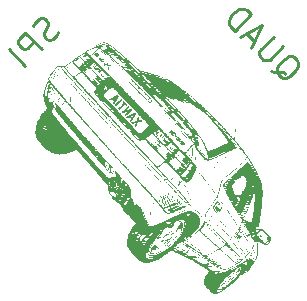
<source format=gbr>
%TF.GenerationSoftware,KiCad,Pcbnew,9.0.6-9.0.6~ubuntu24.04.1*%
%TF.CreationDate,2025-12-18T12:30:09+01:00*%
%TF.ProjectId,PCB_ENCODER,5043425f-454e-4434-9f44-45522e6b6963,rev?*%
%TF.SameCoordinates,Original*%
%TF.FileFunction,Legend,Bot*%
%TF.FilePolarity,Positive*%
%FSLAX46Y46*%
G04 Gerber Fmt 4.6, Leading zero omitted, Abs format (unit mm)*
G04 Created by KiCad (PCBNEW 9.0.6-9.0.6~ubuntu24.04.1) date 2025-12-18 12:30:09*
%MOMM*%
%LPD*%
G01*
G04 APERTURE LIST*
%ADD10C,0.250000*%
%ADD11C,0.000000*%
G04 APERTURE END LIST*
D10*
X110801751Y-41831595D02*
X111003782Y-41898938D01*
X111003782Y-41898938D02*
X111273156Y-41898938D01*
X111273156Y-41898938D02*
X111677217Y-41898938D01*
X111677217Y-41898938D02*
X111879247Y-41966282D01*
X111879247Y-41966282D02*
X112013934Y-42100969D01*
X111609873Y-42370343D02*
X111811904Y-42437686D01*
X111811904Y-42437686D02*
X112081278Y-42437686D01*
X112081278Y-42437686D02*
X112417995Y-42235656D01*
X112417995Y-42235656D02*
X112889400Y-41764251D01*
X112889400Y-41764251D02*
X113091430Y-41427534D01*
X113091430Y-41427534D02*
X113091430Y-41158160D01*
X113091430Y-41158160D02*
X113024087Y-40956129D01*
X113024087Y-40956129D02*
X112754713Y-40686755D01*
X112754713Y-40686755D02*
X112552682Y-40619412D01*
X112552682Y-40619412D02*
X112283308Y-40619412D01*
X112283308Y-40619412D02*
X111946591Y-40821442D01*
X111946591Y-40821442D02*
X111475186Y-41292847D01*
X111475186Y-41292847D02*
X111273156Y-41629564D01*
X111273156Y-41629564D02*
X111273156Y-41898938D01*
X111273156Y-41898938D02*
X111340499Y-42100969D01*
X111340499Y-42100969D02*
X111609873Y-42370343D01*
X111811904Y-39743946D02*
X110667064Y-40888786D01*
X110667064Y-40888786D02*
X110465034Y-40956129D01*
X110465034Y-40956129D02*
X110330347Y-40956129D01*
X110330347Y-40956129D02*
X110128316Y-40888786D01*
X110128316Y-40888786D02*
X109858942Y-40619412D01*
X109858942Y-40619412D02*
X109791599Y-40417381D01*
X109791599Y-40417381D02*
X109791599Y-40282694D01*
X109791599Y-40282694D02*
X109858942Y-40080664D01*
X109858942Y-40080664D02*
X111003782Y-38935824D01*
X109387538Y-39339885D02*
X108714103Y-38666450D01*
X109118164Y-39878633D02*
X110060973Y-37993015D01*
X110060973Y-37993015D02*
X108175355Y-38935824D01*
X107703950Y-38464420D02*
X109118164Y-37050206D01*
X109118164Y-37050206D02*
X108781446Y-36713488D01*
X108781446Y-36713488D02*
X108512072Y-36578801D01*
X108512072Y-36578801D02*
X108242698Y-36578801D01*
X108242698Y-36578801D02*
X108040667Y-36646145D01*
X108040667Y-36646145D02*
X107703950Y-36848175D01*
X107703950Y-36848175D02*
X107501919Y-37050206D01*
X107501919Y-37050206D02*
X107299889Y-37386924D01*
X107299889Y-37386924D02*
X107232545Y-37588954D01*
X107232545Y-37588954D02*
X107232545Y-37858328D01*
X107232545Y-37858328D02*
X107367232Y-38127702D01*
X107367232Y-38127702D02*
X107703950Y-38464420D01*
X92764717Y-38536065D02*
X92630030Y-38805439D01*
X92630030Y-38805439D02*
X92293312Y-39142156D01*
X92293312Y-39142156D02*
X92091282Y-39209500D01*
X92091282Y-39209500D02*
X91956595Y-39209500D01*
X91956595Y-39209500D02*
X91754564Y-39142156D01*
X91754564Y-39142156D02*
X91619877Y-39007469D01*
X91619877Y-39007469D02*
X91552534Y-38805439D01*
X91552534Y-38805439D02*
X91552534Y-38670752D01*
X91552534Y-38670752D02*
X91619877Y-38468721D01*
X91619877Y-38468721D02*
X91821908Y-38132004D01*
X91821908Y-38132004D02*
X91889251Y-37929973D01*
X91889251Y-37929973D02*
X91889251Y-37795286D01*
X91889251Y-37795286D02*
X91821908Y-37593256D01*
X91821908Y-37593256D02*
X91687221Y-37458569D01*
X91687221Y-37458569D02*
X91485190Y-37391225D01*
X91485190Y-37391225D02*
X91350503Y-37391225D01*
X91350503Y-37391225D02*
X91148473Y-37458569D01*
X91148473Y-37458569D02*
X90811755Y-37795286D01*
X90811755Y-37795286D02*
X90677068Y-38064660D01*
X91417847Y-40017622D02*
X90003633Y-38603408D01*
X90003633Y-38603408D02*
X89464885Y-39142156D01*
X89464885Y-39142156D02*
X89397542Y-39344187D01*
X89397542Y-39344187D02*
X89397542Y-39478874D01*
X89397542Y-39478874D02*
X89464885Y-39680904D01*
X89464885Y-39680904D02*
X89666916Y-39882935D01*
X89666916Y-39882935D02*
X89868946Y-39950278D01*
X89868946Y-39950278D02*
X90003633Y-39950278D01*
X90003633Y-39950278D02*
X90205664Y-39882935D01*
X90205664Y-39882935D02*
X90744412Y-39344187D01*
X90003633Y-41431835D02*
X88589420Y-40017622D01*
D11*
%TO.C,G\u002A\u002A\u002A*%
G36*
X91273685Y-46421660D02*
G01*
X91266832Y-46423498D01*
X91264998Y-46416647D01*
X91271850Y-46414811D01*
X91273685Y-46421660D01*
G37*
G36*
X92041752Y-44108234D02*
G01*
X92034899Y-44110071D01*
X92033063Y-44103219D01*
X92039915Y-44101381D01*
X92041752Y-44108234D01*
G37*
G36*
X92043095Y-44085843D02*
G01*
X92036244Y-44087679D01*
X92034408Y-44080828D01*
X92041260Y-44078992D01*
X92043095Y-44085843D01*
G37*
G36*
X92167409Y-44111281D02*
G01*
X92160558Y-44113119D01*
X92158721Y-44106266D01*
X92165574Y-44104431D01*
X92167409Y-44111281D01*
G37*
G36*
X92289755Y-44019750D02*
G01*
X92282904Y-44021587D01*
X92281069Y-44014734D01*
X92287920Y-44012900D01*
X92289755Y-44019750D01*
G37*
G36*
X92470924Y-44969942D02*
G01*
X92464073Y-44971776D01*
X92462235Y-44964925D01*
X92469088Y-44963090D01*
X92470924Y-44969942D01*
G37*
G36*
X92647872Y-42396316D02*
G01*
X92641020Y-42398153D01*
X92639185Y-42391300D01*
X92646036Y-42389464D01*
X92647872Y-42396316D01*
G37*
G36*
X92916757Y-41810214D02*
G01*
X92909905Y-41812051D01*
X92908069Y-41805198D01*
X92914921Y-41803362D01*
X92916757Y-41810214D01*
G37*
G36*
X93366089Y-42336056D02*
G01*
X93359238Y-42337892D01*
X93357402Y-42331041D01*
X93364254Y-42329205D01*
X93366089Y-42336056D01*
G37*
G36*
X93676587Y-43303000D02*
G01*
X93669735Y-43304834D01*
X93667899Y-43297984D01*
X93674750Y-43296146D01*
X93676587Y-43303000D01*
G37*
G36*
X94304668Y-40850834D02*
G01*
X94297816Y-40852670D01*
X94295980Y-40845817D01*
X94302832Y-40843982D01*
X94304668Y-40850834D01*
G37*
G36*
X94532417Y-41399332D02*
G01*
X94525564Y-41401167D01*
X94523729Y-41394315D01*
X94530580Y-41392480D01*
X94532417Y-41399332D01*
G37*
G36*
X94752032Y-41259706D02*
G01*
X94745180Y-41261541D01*
X94743344Y-41254689D01*
X94750197Y-41252852D01*
X94752032Y-41259706D01*
G37*
G36*
X94936894Y-41100016D02*
G01*
X94930044Y-41101852D01*
X94928209Y-41095001D01*
X94935060Y-41093165D01*
X94936894Y-41100016D01*
G37*
G36*
X94947553Y-41222002D02*
G01*
X94940700Y-41223838D01*
X94938863Y-41216987D01*
X94945715Y-41215152D01*
X94947553Y-41222002D01*
G37*
G36*
X95107792Y-40723762D02*
G01*
X95100939Y-40725597D01*
X95099105Y-40718745D01*
X95105956Y-40716908D01*
X95107792Y-40723762D01*
G37*
G36*
X95126512Y-40711402D02*
G01*
X95119661Y-40713238D01*
X95117825Y-40706386D01*
X95124677Y-40704550D01*
X95126512Y-40711402D01*
G37*
G36*
X95626239Y-42494188D02*
G01*
X95619388Y-42496025D01*
X95617552Y-42489175D01*
X95624404Y-42487339D01*
X95626239Y-42494188D01*
G37*
G36*
X95895029Y-42209204D02*
G01*
X95888177Y-42211038D01*
X95886341Y-42204185D01*
X95893193Y-42202350D01*
X95895029Y-42209204D01*
G37*
G36*
X96505324Y-42075049D02*
G01*
X96498471Y-42076885D01*
X96496634Y-42070033D01*
X96503486Y-42068195D01*
X96505324Y-42075049D01*
G37*
G36*
X96857271Y-39880464D02*
G01*
X96850420Y-39882298D01*
X96848582Y-39875448D01*
X96855435Y-39873612D01*
X96857271Y-39880464D01*
G37*
G36*
X97095537Y-50362085D02*
G01*
X97088689Y-50363920D01*
X97086851Y-50357069D01*
X97093702Y-50355233D01*
X97095537Y-50362085D01*
G37*
G36*
X97253885Y-50569340D02*
G01*
X97247033Y-50571176D01*
X97245197Y-50564324D01*
X97252047Y-50562488D01*
X97253885Y-50569340D01*
G37*
G36*
X97622970Y-47040964D02*
G01*
X97616118Y-47042799D01*
X97614281Y-47035949D01*
X97621134Y-47034114D01*
X97622970Y-47040964D01*
G37*
G36*
X97694798Y-47117185D02*
G01*
X97687948Y-47119021D01*
X97686111Y-47112169D01*
X97692962Y-47110332D01*
X97694798Y-47117185D01*
G37*
G36*
X97766628Y-47193407D02*
G01*
X97759775Y-47195242D01*
X97757939Y-47188389D01*
X97764792Y-47186553D01*
X97766628Y-47193407D01*
G37*
G36*
X97876512Y-51577489D02*
G01*
X97869659Y-51579325D01*
X97867823Y-51572473D01*
X97874675Y-51570637D01*
X97876512Y-51577489D01*
G37*
G36*
X98305749Y-41805591D02*
G01*
X98298898Y-41807427D01*
X98297061Y-41800576D01*
X98303913Y-41798740D01*
X98305749Y-41805591D01*
G37*
G36*
X98433374Y-41925612D02*
G01*
X98426524Y-41927446D01*
X98424687Y-41920593D01*
X98431539Y-41918757D01*
X98433374Y-41925612D01*
G37*
G36*
X98501531Y-41988128D02*
G01*
X98494681Y-41989964D01*
X98492845Y-41983111D01*
X98499695Y-41981276D01*
X98501531Y-41988128D01*
G37*
G36*
X98569689Y-42050644D02*
G01*
X98562837Y-42052480D01*
X98561001Y-42045629D01*
X98567854Y-42043795D01*
X98569689Y-42050644D01*
G37*
G36*
X98826387Y-53423252D02*
G01*
X98819535Y-53425087D01*
X98817699Y-53418236D01*
X98824551Y-53416399D01*
X98826387Y-53423252D01*
G37*
G36*
X99218242Y-52884978D02*
G01*
X99211392Y-52886814D01*
X99209556Y-52879962D01*
X99216408Y-52878126D01*
X99218242Y-52884978D01*
G37*
G36*
X99219586Y-52862588D02*
G01*
X99212736Y-52864423D01*
X99210899Y-52857572D01*
X99217752Y-52855735D01*
X99219586Y-52862588D01*
G37*
G36*
X99446089Y-53132360D02*
G01*
X99439238Y-53134195D01*
X99437401Y-53127344D01*
X99444253Y-53125509D01*
X99446089Y-53132360D01*
G37*
G36*
X99534805Y-43268112D02*
G01*
X99527953Y-43269950D01*
X99526118Y-43263099D01*
X99532969Y-43261263D01*
X99534805Y-43268112D01*
G37*
G36*
X100162545Y-43966461D02*
G01*
X100155692Y-43968297D01*
X100153857Y-43961445D01*
X100160708Y-43959610D01*
X100162545Y-43966461D01*
G37*
G36*
X100191494Y-54790570D02*
G01*
X100184642Y-54792406D01*
X100182806Y-54785554D01*
X100189658Y-54783720D01*
X100191494Y-54790570D01*
G37*
G36*
X100406422Y-44246266D02*
G01*
X100399569Y-44248102D01*
X100397735Y-44241249D01*
X100404586Y-44239414D01*
X100406422Y-44246266D01*
G37*
G36*
X100422814Y-44197811D02*
G01*
X100415961Y-44199648D01*
X100414126Y-44192797D01*
X100420979Y-44190961D01*
X100422814Y-44197811D01*
G37*
G36*
X100425141Y-44233907D02*
G01*
X100418290Y-44235741D01*
X100416454Y-44228890D01*
X100423305Y-44227053D01*
X100425141Y-44233907D01*
G37*
G36*
X100445830Y-44338517D02*
G01*
X100438976Y-44340353D01*
X100437142Y-44333502D01*
X100443992Y-44331666D01*
X100445830Y-44338517D01*
G37*
G36*
X100453532Y-44285047D02*
G01*
X100446681Y-44286883D01*
X100444845Y-44280032D01*
X100451696Y-44278197D01*
X100453532Y-44285047D01*
G37*
G36*
X100457711Y-57318885D02*
G01*
X100450859Y-57320722D01*
X100449023Y-57313870D01*
X100455874Y-57312034D01*
X100457711Y-57318885D01*
G37*
G36*
X100502282Y-54854168D02*
G01*
X100495429Y-54856003D01*
X100493593Y-54849151D01*
X100500443Y-54847316D01*
X100502282Y-54854168D01*
G37*
G36*
X100551834Y-57697564D02*
G01*
X100544983Y-57699401D01*
X100543146Y-57692549D01*
X100549998Y-57690712D01*
X100551834Y-57697564D01*
G37*
G36*
X100638092Y-53415141D02*
G01*
X100631241Y-53416978D01*
X100629407Y-53410126D01*
X100636257Y-53408290D01*
X100638092Y-53415141D01*
G37*
G36*
X100639438Y-53392750D02*
G01*
X100632585Y-53394587D01*
X100630749Y-53387735D01*
X100637602Y-53385900D01*
X100639438Y-53392750D01*
G37*
G36*
X100841414Y-53022855D02*
G01*
X100834561Y-53024691D01*
X100832726Y-53017839D01*
X100839578Y-53016003D01*
X100841414Y-53022855D01*
G37*
G36*
X100865508Y-52920930D02*
G01*
X100858656Y-52922766D01*
X100856820Y-52915917D01*
X100863672Y-52914079D01*
X100865508Y-52920930D01*
G37*
G36*
X100981169Y-47624552D02*
G01*
X100974316Y-47626388D01*
X100972481Y-47619537D01*
X100979330Y-47617700D01*
X100981169Y-47624552D01*
G37*
G36*
X101332138Y-56827557D02*
G01*
X101325285Y-56829392D01*
X101323451Y-56822539D01*
X101330303Y-56820705D01*
X101332138Y-56827557D01*
G37*
G36*
X101351841Y-56873682D02*
G01*
X101344988Y-56875518D01*
X101343152Y-56868666D01*
X101350006Y-56866828D01*
X101351841Y-56873682D01*
G37*
G36*
X101394223Y-56017806D02*
G01*
X101387372Y-56019643D01*
X101385537Y-56012792D01*
X101392389Y-56010956D01*
X101394223Y-56017806D01*
G37*
G36*
X101505079Y-53197521D02*
G01*
X101498230Y-53199357D01*
X101496394Y-53192505D01*
X101503244Y-53190670D01*
X101505079Y-53197521D01*
G37*
G36*
X101535747Y-55531925D02*
G01*
X101528895Y-55533760D01*
X101527059Y-55526909D01*
X101533911Y-55525072D01*
X101535747Y-55531925D01*
G37*
G36*
X101559314Y-54989523D02*
G01*
X101552463Y-54991360D01*
X101550627Y-54984508D01*
X101557478Y-54982672D01*
X101559314Y-54989523D01*
G37*
G36*
X101564498Y-55502189D02*
G01*
X101557646Y-55504025D01*
X101555809Y-55497174D01*
X101562662Y-55495337D01*
X101564498Y-55502189D01*
G37*
G36*
X101564911Y-53174146D02*
G01*
X101558057Y-53175982D01*
X101556222Y-53169130D01*
X101563074Y-53167295D01*
X101564911Y-53174146D01*
G37*
G36*
X101571121Y-55691350D02*
G01*
X101564270Y-55693185D01*
X101562433Y-55686334D01*
X101569284Y-55684497D01*
X101571121Y-55691350D01*
G37*
G36*
X101592317Y-53166803D02*
G01*
X101585464Y-53168639D01*
X101583628Y-53161786D01*
X101590481Y-53159951D01*
X101592317Y-53166803D01*
G37*
G36*
X101616984Y-55451408D02*
G01*
X101610132Y-55453244D01*
X101608295Y-55446393D01*
X101615148Y-55444557D01*
X101616984Y-55451408D01*
G37*
G36*
X101710845Y-55609849D02*
G01*
X101703992Y-55611684D01*
X101702156Y-55604832D01*
X101709008Y-55602996D01*
X101710845Y-55609849D01*
G37*
G36*
X101714483Y-45291064D02*
G01*
X101707632Y-45292898D01*
X101705796Y-45286048D01*
X101712649Y-45284213D01*
X101714483Y-45291064D01*
G37*
G36*
X101747891Y-45333517D02*
G01*
X101741039Y-45335353D01*
X101739203Y-45328502D01*
X101746055Y-45326666D01*
X101747891Y-45333517D01*
G37*
G36*
X101786313Y-45367283D02*
G01*
X101779462Y-45369119D01*
X101777627Y-45362267D01*
X101784477Y-45360432D01*
X101786313Y-45367283D01*
G37*
G36*
X101800214Y-56217456D02*
G01*
X101793362Y-56219292D01*
X101791528Y-56212440D01*
X101798379Y-56210603D01*
X101800214Y-56217456D01*
G37*
G36*
X101845461Y-51644933D02*
G01*
X101838608Y-51646768D01*
X101836772Y-51639916D01*
X101843625Y-51638081D01*
X101845461Y-51644933D01*
G37*
G36*
X101881617Y-56658293D02*
G01*
X101874768Y-56660129D01*
X101872931Y-56653276D01*
X101879782Y-56651439D01*
X101881617Y-56658293D01*
G37*
G36*
X101923894Y-48840678D02*
G01*
X101917042Y-48842514D01*
X101915207Y-48835662D01*
X101922058Y-48833825D01*
X101923894Y-48840678D01*
G37*
G36*
X101938689Y-55857232D02*
G01*
X101931837Y-55859067D01*
X101930002Y-55852214D01*
X101936853Y-55850380D01*
X101938689Y-55857232D01*
G37*
G36*
X101959261Y-53193322D02*
G01*
X101952410Y-53195159D01*
X101950573Y-53188308D01*
X101957424Y-53186471D01*
X101959261Y-53193322D01*
G37*
G36*
X101985824Y-54772430D02*
G01*
X101978974Y-54774266D01*
X101977137Y-54767414D01*
X101983988Y-54765578D01*
X101985824Y-54772430D01*
G37*
G36*
X102048233Y-47742533D02*
G01*
X102041380Y-47744369D01*
X102039545Y-47737517D01*
X102046399Y-47735681D01*
X102048233Y-47742533D01*
G37*
G36*
X102099902Y-48154620D02*
G01*
X102093050Y-48156457D01*
X102091215Y-48149604D01*
X102098066Y-48147768D01*
X102099902Y-48154620D01*
G37*
G36*
X102113869Y-48371185D02*
G01*
X102107019Y-48373023D01*
X102105182Y-48366171D01*
X102112035Y-48364335D01*
X102113869Y-48371185D01*
G37*
G36*
X102164478Y-52095538D02*
G01*
X102157625Y-52097373D01*
X102155789Y-52090522D01*
X102162641Y-52088687D01*
X102164478Y-52095538D01*
G37*
G36*
X102210386Y-53801649D02*
G01*
X102203534Y-53803484D01*
X102201698Y-53796633D01*
X102208549Y-53794796D01*
X102210386Y-53801649D01*
G37*
G36*
X102229104Y-53789289D02*
G01*
X102222252Y-53791125D01*
X102220416Y-53784272D01*
X102227267Y-53782437D01*
X102229104Y-53789289D01*
G37*
G36*
X102251495Y-53790634D02*
G01*
X102244644Y-53792470D01*
X102242806Y-53785617D01*
X102249659Y-53783781D01*
X102251495Y-53790634D01*
G37*
G36*
X102278901Y-53783289D02*
G01*
X102272051Y-53785124D01*
X102270214Y-53778273D01*
X102277065Y-53776437D01*
X102278901Y-53783289D01*
G37*
G36*
X102413968Y-53629599D02*
G01*
X102407116Y-53631435D01*
X102405280Y-53624583D01*
X102412132Y-53622747D01*
X102413968Y-53629599D01*
G37*
G36*
X102442454Y-53379626D02*
G01*
X102435603Y-53381463D01*
X102433767Y-53374611D01*
X102440620Y-53372774D01*
X102442454Y-53379626D01*
G37*
G36*
X102596311Y-54036046D02*
G01*
X102589460Y-54037883D01*
X102587624Y-54031031D01*
X102594476Y-54029195D01*
X102596311Y-54036046D01*
G37*
G36*
X102604858Y-52396126D02*
G01*
X102598007Y-52397961D01*
X102596170Y-52391109D01*
X102603021Y-52389273D01*
X102604858Y-52396126D01*
G37*
G36*
X102615031Y-54023688D02*
G01*
X102608179Y-54025522D01*
X102606343Y-54018670D01*
X102613194Y-54016836D01*
X102615031Y-54023688D01*
G37*
G36*
X102633750Y-54011328D02*
G01*
X102626898Y-54013164D01*
X102625063Y-54006313D01*
X102631915Y-54004475D01*
X102633750Y-54011328D01*
G37*
G36*
X102802961Y-56807976D02*
G01*
X102796110Y-56809811D01*
X102794274Y-56802960D01*
X102801124Y-56801124D01*
X102802961Y-56807976D01*
G37*
G36*
X102829290Y-57043262D02*
G01*
X102822438Y-57045098D01*
X102820602Y-57038246D01*
X102827453Y-57036409D01*
X102829290Y-57043262D01*
G37*
G36*
X102889299Y-49154801D02*
G01*
X102882448Y-49156637D01*
X102880611Y-49149786D01*
X102887463Y-49147951D01*
X102889299Y-49154801D01*
G37*
G36*
X102897337Y-50144040D02*
G01*
X102890485Y-50145875D01*
X102888652Y-50139022D01*
X102895502Y-50137186D01*
X102897337Y-50144040D01*
G37*
G36*
X103005909Y-49233711D02*
G01*
X102999058Y-49235546D01*
X102997221Y-49228695D01*
X103004073Y-49226859D01*
X103005909Y-49233711D01*
G37*
G36*
X103047118Y-48921581D02*
G01*
X103040265Y-48923416D01*
X103038428Y-48916565D01*
X103045282Y-48914729D01*
X103047118Y-48921581D01*
G37*
G36*
X103087377Y-54690236D02*
G01*
X103080523Y-54692072D01*
X103078692Y-54685219D01*
X103085542Y-54683383D01*
X103087377Y-54690236D01*
G37*
G36*
X103126959Y-51110621D02*
G01*
X103120106Y-51112458D01*
X103118270Y-51105606D01*
X103125123Y-51103769D01*
X103126959Y-51110621D01*
G37*
G36*
X103182878Y-49729720D02*
G01*
X103176026Y-49731557D01*
X103174190Y-49724707D01*
X103181041Y-49722870D01*
X103182878Y-49729720D01*
G37*
G36*
X103192645Y-49492109D02*
G01*
X103185792Y-49493944D01*
X103183956Y-49487092D01*
X103190809Y-49485256D01*
X103192645Y-49492109D01*
G37*
G36*
X103310251Y-56892356D02*
G01*
X103303399Y-56894193D01*
X103301564Y-56887341D01*
X103308416Y-56885505D01*
X103310251Y-56892356D01*
G37*
G36*
X103342855Y-49011243D02*
G01*
X103336003Y-49013078D01*
X103334168Y-49006225D01*
X103341019Y-49004390D01*
X103342855Y-49011243D01*
G37*
G36*
X103351363Y-56881340D02*
G01*
X103344512Y-56883176D01*
X103342676Y-56876325D01*
X103349527Y-56874489D01*
X103351363Y-56881340D01*
G37*
G36*
X103543102Y-49868197D02*
G01*
X103536249Y-49870032D01*
X103534414Y-49863181D01*
X103541266Y-49861345D01*
X103543102Y-49868197D01*
G37*
G36*
X103569106Y-56323628D02*
G01*
X103562252Y-56325467D01*
X103560418Y-56318615D01*
X103567270Y-56316779D01*
X103569106Y-56323628D01*
G37*
G36*
X103688920Y-49535378D02*
G01*
X103682069Y-49537214D01*
X103680233Y-49530362D01*
X103687083Y-49528527D01*
X103688920Y-49535378D01*
G37*
G36*
X103884819Y-52486436D02*
G01*
X103877967Y-52488271D01*
X103876130Y-52481421D01*
X103882982Y-52479583D01*
X103884819Y-52486436D01*
G37*
G36*
X103904361Y-47817990D02*
G01*
X103897509Y-47819824D01*
X103895672Y-47812973D01*
X103902525Y-47811138D01*
X103904361Y-47817990D01*
G37*
G36*
X103965871Y-48814930D02*
G01*
X103959017Y-48816766D01*
X103957182Y-48809915D01*
X103964033Y-48808079D01*
X103965871Y-48814930D01*
G37*
G36*
X103986645Y-52811647D02*
G01*
X103979794Y-52813482D01*
X103977958Y-52806629D01*
X103984809Y-52804795D01*
X103986645Y-52811647D01*
G37*
G36*
X104030882Y-49304220D02*
G01*
X104024030Y-49306057D01*
X104022193Y-49299205D01*
X104029047Y-49297369D01*
X104030882Y-49304220D01*
G37*
G36*
X104046899Y-57723082D02*
G01*
X104040047Y-57724917D01*
X104038213Y-57718066D01*
X104045064Y-57716232D01*
X104046899Y-57723082D01*
G37*
G36*
X104114889Y-57264245D02*
G01*
X104108037Y-57266080D01*
X104106201Y-57259230D01*
X104113052Y-57257393D01*
X104114889Y-57264245D01*
G37*
G36*
X104121095Y-48325375D02*
G01*
X104114243Y-48327213D01*
X104112408Y-48320360D01*
X104119259Y-48318524D01*
X104121095Y-48325375D01*
G37*
G36*
X104157692Y-49887108D02*
G01*
X104150840Y-49888945D01*
X104149005Y-49882092D01*
X104155855Y-49880256D01*
X104157692Y-49887108D01*
G37*
G36*
X104164326Y-57339122D02*
G01*
X104157476Y-57340959D01*
X104155639Y-57334106D01*
X104162490Y-57332271D01*
X104164326Y-57339122D01*
G37*
G36*
X104176411Y-49874750D02*
G01*
X104169559Y-49876586D01*
X104167723Y-49869732D01*
X104174574Y-49867897D01*
X104176411Y-49874750D01*
G37*
G36*
X104207180Y-47714819D02*
G01*
X104200328Y-47716654D01*
X104198493Y-47709801D01*
X104205344Y-47707967D01*
X104207180Y-47714819D01*
G37*
G36*
X104223211Y-47747241D02*
G01*
X104216359Y-47749076D01*
X104214524Y-47742225D01*
X104221376Y-47740389D01*
X104223211Y-47747241D01*
G37*
G36*
X104345822Y-47875947D02*
G01*
X104338971Y-47877782D01*
X104337134Y-47870932D01*
X104343987Y-47869097D01*
X104345822Y-47875947D01*
G37*
G36*
X104369196Y-47935778D02*
G01*
X104362346Y-47937612D01*
X104360509Y-47930761D01*
X104367361Y-47928925D01*
X104369196Y-47935778D01*
G37*
G36*
X104633446Y-50347122D02*
G01*
X104626594Y-50348958D01*
X104624757Y-50342105D01*
X104631610Y-50340270D01*
X104633446Y-50347122D01*
G37*
G36*
X104921493Y-57753107D02*
G01*
X104914642Y-57754942D01*
X104912808Y-57748091D01*
X104919657Y-57746254D01*
X104921493Y-57753107D01*
G37*
G36*
X105170746Y-57943346D02*
G01*
X105163894Y-57945181D01*
X105162058Y-57938329D01*
X105168909Y-57936493D01*
X105170746Y-57943346D01*
G37*
G36*
X105274998Y-58003536D02*
G01*
X105268146Y-58005371D01*
X105266309Y-57998519D01*
X105273162Y-57996685D01*
X105274998Y-58003536D01*
G37*
G36*
X105297389Y-58004879D02*
G01*
X105290537Y-58006715D01*
X105288699Y-57999863D01*
X105295551Y-57998027D01*
X105297389Y-58004879D01*
G37*
G36*
X105482420Y-58366544D02*
G01*
X105475568Y-58368380D01*
X105473733Y-58361530D01*
X105480584Y-58359693D01*
X105482420Y-58366544D01*
G37*
G36*
X105546474Y-57673767D02*
G01*
X105539622Y-57675601D01*
X105537786Y-57668749D01*
X105544637Y-57666914D01*
X105546474Y-57673767D01*
G37*
G36*
X105549328Y-58150337D02*
G01*
X105542478Y-58152174D01*
X105540642Y-58145323D01*
X105547492Y-58143486D01*
X105549328Y-58150337D01*
G37*
G36*
X105607813Y-58149352D02*
G01*
X105600962Y-58151189D01*
X105599127Y-58144338D01*
X105605978Y-58142501D01*
X105607813Y-58149352D01*
G37*
G36*
X105728985Y-58601567D02*
G01*
X105722133Y-58603403D01*
X105720297Y-58596551D01*
X105727148Y-58594716D01*
X105728985Y-58601567D01*
G37*
G36*
X105843115Y-49736590D02*
G01*
X105836263Y-49738427D01*
X105834426Y-49731575D01*
X105841278Y-49729739D01*
X105843115Y-49736590D01*
G37*
G36*
X105876161Y-49859920D02*
G01*
X105869308Y-49861755D01*
X105867472Y-49854905D01*
X105874326Y-49853068D01*
X105876161Y-49859920D01*
G37*
G36*
X105888520Y-49878639D02*
G01*
X105881669Y-49880474D01*
X105879833Y-49873625D01*
X105886683Y-49871787D01*
X105888520Y-49878639D01*
G37*
G36*
X105937958Y-49953517D02*
G01*
X105931106Y-49955352D01*
X105929270Y-49948499D01*
X105936122Y-49946664D01*
X105937958Y-49953517D01*
G37*
G36*
X106018210Y-49814513D02*
G01*
X106011359Y-49816350D01*
X106009522Y-49809500D01*
X106016373Y-49807662D01*
X106018210Y-49814513D01*
G37*
G36*
X106158917Y-49791500D02*
G01*
X106152065Y-49793337D01*
X106150229Y-49786484D01*
X106157082Y-49784648D01*
X106158917Y-49791500D01*
G37*
G36*
X106195995Y-49847657D02*
G01*
X106189143Y-49849493D01*
X106187307Y-49842640D01*
X106194159Y-49840804D01*
X106195995Y-49847657D01*
G37*
G36*
X106214867Y-58743089D02*
G01*
X106208015Y-58744926D01*
X106206180Y-58738074D01*
X106213031Y-58736238D01*
X106214867Y-58743089D01*
G37*
G36*
X106260633Y-58804262D02*
G01*
X106253782Y-58806096D01*
X106251945Y-58799247D01*
X106258796Y-58797411D01*
X106260633Y-58804262D01*
G37*
G36*
X106273649Y-53645540D02*
G01*
X106266797Y-53647376D01*
X106264962Y-53640526D01*
X106271814Y-53638690D01*
X106273649Y-53645540D01*
G37*
G36*
X106353813Y-49614436D02*
G01*
X106346960Y-49616271D01*
X106345125Y-49609420D01*
X106351976Y-49607583D01*
X106353813Y-49614436D01*
G37*
G36*
X106476224Y-54538591D02*
G01*
X106469372Y-54540427D01*
X106467535Y-54533576D01*
X106474387Y-54531739D01*
X106476224Y-54538591D01*
G37*
G36*
X106553092Y-53482539D02*
G01*
X106546241Y-53484377D01*
X106544406Y-53477526D01*
X106551258Y-53475689D01*
X106553092Y-53482539D01*
G37*
G36*
X106666438Y-55412922D02*
G01*
X106659587Y-55414757D01*
X106657751Y-55407904D01*
X106664601Y-55406068D01*
X106666438Y-55412922D01*
G37*
G36*
X106687484Y-55436658D02*
G01*
X106680631Y-55438495D01*
X106678796Y-55431641D01*
X106685648Y-55429805D01*
X106687484Y-55436658D01*
G37*
G36*
X106717219Y-55465407D02*
G01*
X106710367Y-55467243D01*
X106708531Y-55460392D01*
X106715385Y-55458556D01*
X106717219Y-55465407D01*
G37*
G36*
X106726787Y-60023242D02*
G01*
X106719935Y-60025079D01*
X106718099Y-60018227D01*
X106724952Y-60016391D01*
X106726787Y-60023242D01*
G37*
G36*
X106749178Y-60024588D02*
G01*
X106742326Y-60026423D01*
X106740490Y-60019571D01*
X106747342Y-60017734D01*
X106749178Y-60024588D01*
G37*
G36*
X106776708Y-58592545D02*
G01*
X106769856Y-58594381D01*
X106768020Y-58587529D01*
X106774872Y-58585694D01*
X106776708Y-58592545D01*
G37*
G36*
X106789665Y-59874208D02*
G01*
X106782812Y-59876045D01*
X106780977Y-59869194D01*
X106787829Y-59867358D01*
X106789665Y-59874208D01*
G37*
G36*
X106832862Y-58555466D02*
G01*
X106826014Y-58557303D01*
X106824178Y-58550451D01*
X106831030Y-58548615D01*
X106832862Y-58555466D01*
G37*
G36*
X106841886Y-59603188D02*
G01*
X106835035Y-59605026D01*
X106833199Y-59598173D01*
X106840051Y-59596338D01*
X106841886Y-59603188D01*
G37*
G36*
X106863821Y-59986525D02*
G01*
X106856970Y-59988361D01*
X106855135Y-59981507D01*
X106861987Y-59979674D01*
X106863821Y-59986525D01*
G37*
G36*
X106903419Y-59476546D02*
G01*
X106896569Y-59478383D01*
X106894733Y-59471532D01*
X106901583Y-59469694D01*
X106903419Y-59476546D01*
G37*
G36*
X107517650Y-59576336D02*
G01*
X107510797Y-59578171D01*
X107508962Y-59571318D01*
X107515815Y-59569484D01*
X107517650Y-59576336D01*
G37*
G36*
X107524010Y-59545257D02*
G01*
X107517157Y-59547092D01*
X107515322Y-59540242D01*
X107522174Y-59538405D01*
X107524010Y-59545257D01*
G37*
G36*
X107583917Y-56151131D02*
G01*
X107577065Y-56152967D01*
X107575228Y-56146116D01*
X107582081Y-56144279D01*
X107583917Y-56151131D01*
G37*
G36*
X107604964Y-56174866D02*
G01*
X107598112Y-56176703D01*
X107596277Y-56169851D01*
X107603128Y-56168015D01*
X107604964Y-56174866D01*
G37*
G36*
X107623965Y-59452381D02*
G01*
X107617115Y-59454216D01*
X107615278Y-59447365D01*
X107622129Y-59445529D01*
X107623965Y-59452381D01*
G37*
G36*
X107698200Y-56193946D02*
G01*
X107691349Y-56195780D01*
X107689511Y-56188930D01*
X107696363Y-56187094D01*
X107698200Y-56193946D01*
G37*
G36*
X108066584Y-55896958D02*
G01*
X108059733Y-55898794D01*
X108057897Y-55891943D01*
X108064749Y-55890107D01*
X108066584Y-55896958D01*
G37*
G36*
X108318982Y-55660426D02*
G01*
X108312130Y-55662262D01*
X108310294Y-55655410D01*
X108317145Y-55653574D01*
X108318982Y-55660426D01*
G37*
G36*
X108327766Y-55364326D02*
G01*
X108320913Y-55366162D01*
X108319078Y-55359311D01*
X108325930Y-55357475D01*
X108327766Y-55364326D01*
G37*
G36*
X108383248Y-57435052D02*
G01*
X108376396Y-57436888D01*
X108374560Y-57430037D01*
X108381411Y-57428201D01*
X108383248Y-57435052D01*
G37*
G36*
X108505814Y-55617708D02*
G01*
X108498963Y-55619543D01*
X108497127Y-55612691D01*
X108503978Y-55610856D01*
X108505814Y-55617708D01*
G37*
G36*
X108613420Y-57718530D02*
G01*
X108606570Y-57720366D01*
X108604734Y-57713514D01*
X108611585Y-57711678D01*
X108613420Y-57718530D01*
G37*
G36*
X108640352Y-55023543D02*
G01*
X108633503Y-55025378D01*
X108631666Y-55018527D01*
X108638517Y-55016691D01*
X108640352Y-55023543D01*
G37*
G36*
X108732720Y-57752656D02*
G01*
X108725869Y-57754492D01*
X108724033Y-57747641D01*
X108730884Y-57745804D01*
X108732720Y-57752656D01*
G37*
G36*
X109486144Y-57330467D02*
G01*
X109479292Y-57332303D01*
X109477457Y-57325453D01*
X109484310Y-57323615D01*
X109486144Y-57330467D01*
G37*
G36*
X109502175Y-57362889D02*
G01*
X109495323Y-57364725D01*
X109493488Y-57357874D01*
X109500339Y-57356037D01*
X109502175Y-57362889D01*
G37*
G36*
X109666573Y-55372777D02*
G01*
X109659720Y-55374612D01*
X109657884Y-55367759D01*
X109664737Y-55365925D01*
X109666573Y-55372777D01*
G37*
G36*
X109871930Y-55919929D02*
G01*
X109865080Y-55921765D01*
X109863244Y-55914914D01*
X109870095Y-55913077D01*
X109871930Y-55919929D01*
G37*
G36*
X109885273Y-55997134D02*
G01*
X109878422Y-55998969D01*
X109876585Y-55992118D01*
X109883437Y-55990282D01*
X109885273Y-55997134D01*
G37*
G36*
X109887602Y-56033229D02*
G01*
X109880750Y-56035065D01*
X109878914Y-56028212D01*
X109885767Y-56026377D01*
X109887602Y-56033229D01*
G37*
G36*
X110450593Y-56462522D02*
G01*
X110443740Y-56464359D01*
X110441904Y-56457508D01*
X110448757Y-56455671D01*
X110450593Y-56462522D01*
G37*
G36*
X92133913Y-42617095D02*
G01*
X92132963Y-42626081D01*
X92129681Y-42630320D01*
X92123827Y-42628529D01*
X92123521Y-42626655D01*
X92130514Y-42616947D01*
X92133913Y-42617095D01*
G37*
G36*
X92198398Y-42665909D02*
G01*
X92197446Y-42674896D01*
X92194164Y-42679133D01*
X92188312Y-42677343D01*
X92188007Y-42675470D01*
X92194999Y-42665759D01*
X92198398Y-42665909D01*
G37*
G36*
X92510265Y-42486878D02*
G01*
X92509314Y-42495866D01*
X92506032Y-42500101D01*
X92500177Y-42498312D01*
X92499874Y-42496437D01*
X92506865Y-42486727D01*
X92510265Y-42486878D01*
G37*
G36*
X92530089Y-42433497D02*
G01*
X92524332Y-42446618D01*
X92516224Y-42457870D01*
X92513683Y-42454948D01*
X92514806Y-42450353D01*
X92526221Y-42433228D01*
X92530089Y-42433497D01*
G37*
G36*
X92662704Y-42343221D02*
G01*
X92661756Y-42352206D01*
X92658473Y-42356445D01*
X92652619Y-42354657D01*
X92652315Y-42352779D01*
X92659308Y-42343071D01*
X92662704Y-42343221D01*
G37*
G36*
X93393764Y-42361686D02*
G01*
X93393613Y-42365086D01*
X93384628Y-42364136D01*
X93380391Y-42360853D01*
X93382180Y-42354999D01*
X93384056Y-42354695D01*
X93393764Y-42361686D01*
G37*
G36*
X95206191Y-40626243D02*
G01*
X95205239Y-40635228D01*
X95201958Y-40639466D01*
X95196105Y-40637678D01*
X95195799Y-40635802D01*
X95202792Y-40626093D01*
X95206191Y-40626243D01*
G37*
G36*
X95653915Y-42519819D02*
G01*
X95653765Y-42523219D01*
X95644779Y-42522269D01*
X95640541Y-42518986D01*
X95642330Y-42513132D01*
X95644205Y-42512827D01*
X95653915Y-42519819D01*
G37*
G36*
X95862829Y-42337696D02*
G01*
X95875809Y-42346570D01*
X95878024Y-42352019D01*
X95867529Y-42348789D01*
X95859072Y-42343086D01*
X95858761Y-42337642D01*
X95862829Y-42337696D01*
G37*
G36*
X95914016Y-42229817D02*
G01*
X95913866Y-42233215D01*
X95904880Y-42232266D01*
X95900642Y-42228983D01*
X95902431Y-42223129D01*
X95904304Y-42222824D01*
X95914016Y-42229817D01*
G37*
G36*
X96616703Y-42135612D02*
G01*
X96615754Y-42144597D01*
X96612472Y-42148834D01*
X96606619Y-42147046D01*
X96606313Y-42145172D01*
X96613305Y-42135463D01*
X96616703Y-42135612D01*
G37*
G36*
X97533378Y-52165127D02*
G01*
X97533227Y-52168526D01*
X97524242Y-52167575D01*
X97520003Y-52164292D01*
X97521793Y-52158439D01*
X97523668Y-52158135D01*
X97533378Y-52165127D01*
G37*
G36*
X97650643Y-47066595D02*
G01*
X97650495Y-47069994D01*
X97641510Y-47069044D01*
X97637271Y-47065762D01*
X97639060Y-47059908D01*
X97640935Y-47059602D01*
X97650643Y-47066595D01*
G37*
G36*
X98392893Y-41888724D02*
G01*
X98392743Y-41892122D01*
X98383757Y-41891171D01*
X98379522Y-41887890D01*
X98381310Y-41882037D01*
X98383183Y-41881732D01*
X98392893Y-41888724D01*
G37*
G36*
X98469737Y-41956257D02*
G01*
X98469586Y-41959655D01*
X98460602Y-41958705D01*
X98456365Y-41955421D01*
X98458153Y-41949569D01*
X98460028Y-41949266D01*
X98469737Y-41956257D01*
G37*
G36*
X99501801Y-49096791D02*
G01*
X99501650Y-49100188D01*
X99492665Y-49099238D01*
X99488428Y-49095955D01*
X99490217Y-49090103D01*
X99492092Y-49089799D01*
X99501801Y-49096791D01*
G37*
G36*
X100048465Y-54590225D02*
G01*
X100048314Y-54593624D01*
X100039329Y-54592675D01*
X100035093Y-54589392D01*
X100036883Y-54583539D01*
X100038755Y-54583234D01*
X100048465Y-54590225D01*
G37*
G36*
X100130128Y-43795228D02*
G01*
X100129977Y-43798626D01*
X100120993Y-43797675D01*
X100116754Y-43794394D01*
X100118544Y-43788540D01*
X100120417Y-43788236D01*
X100130128Y-43795228D01*
G37*
G36*
X100527383Y-57693101D02*
G01*
X100527233Y-57696499D01*
X100518248Y-57695549D01*
X100514011Y-57692268D01*
X100515800Y-57686413D01*
X100517672Y-57686109D01*
X100527383Y-57693101D01*
G37*
G36*
X100599708Y-47877309D02*
G01*
X100599557Y-47880707D01*
X100590573Y-47879757D01*
X100586336Y-47876474D01*
X100588125Y-47870622D01*
X100589997Y-47870317D01*
X100599708Y-47877309D01*
G37*
G36*
X100694287Y-47873996D02*
G01*
X100694138Y-47877395D01*
X100685151Y-47876445D01*
X100680916Y-47873165D01*
X100682704Y-47867309D01*
X100684578Y-47867003D01*
X100694287Y-47873996D01*
G37*
G36*
X100715336Y-47897733D02*
G01*
X100715185Y-47901130D01*
X100706200Y-47900179D01*
X100701964Y-47896898D01*
X100703752Y-47891045D01*
X100705625Y-47890740D01*
X100715336Y-47897733D01*
G37*
G36*
X100805979Y-47660479D02*
G01*
X100805831Y-47663876D01*
X100796845Y-47662928D01*
X100792606Y-47659645D01*
X100794397Y-47653792D01*
X100796270Y-47653488D01*
X100805979Y-47660479D01*
G37*
G36*
X100827342Y-47682823D02*
G01*
X100840321Y-47691698D01*
X100842537Y-47697146D01*
X100832041Y-47693917D01*
X100823585Y-47688217D01*
X100823275Y-47682771D01*
X100827342Y-47682823D01*
G37*
G36*
X100844510Y-53090402D02*
G01*
X100843560Y-53099389D01*
X100840279Y-53103625D01*
X100834425Y-53101837D01*
X100834122Y-53099962D01*
X100841113Y-53090253D01*
X100844510Y-53090402D01*
G37*
G36*
X100876212Y-53236123D02*
G01*
X100875264Y-53245108D01*
X100871979Y-53249347D01*
X100866127Y-53247557D01*
X100865823Y-53245684D01*
X100872816Y-53235974D01*
X100876212Y-53236123D01*
G37*
G36*
X100958949Y-47957299D02*
G01*
X100958798Y-47960696D01*
X100949812Y-47959746D01*
X100945576Y-47956464D01*
X100947365Y-47950611D01*
X100949238Y-47950306D01*
X100958949Y-47957299D01*
G37*
G36*
X101000155Y-47645168D02*
G01*
X101000005Y-47648565D01*
X100991019Y-47647616D01*
X100986783Y-47644333D01*
X100988571Y-47638480D01*
X100990445Y-47638177D01*
X101000155Y-47645168D01*
G37*
G36*
X101073950Y-47838361D02*
G01*
X101073802Y-47841758D01*
X101064816Y-47840808D01*
X101060578Y-47837525D01*
X101062368Y-47831673D01*
X101064243Y-47831367D01*
X101073950Y-47838361D01*
G37*
G36*
X101114014Y-56836881D02*
G01*
X101113063Y-56845867D01*
X101109781Y-56850104D01*
X101103927Y-56848316D01*
X101103623Y-56846440D01*
X101110615Y-56836731D01*
X101114014Y-56836881D01*
G37*
G36*
X101181972Y-47611138D02*
G01*
X101181822Y-47614536D01*
X101172836Y-47613586D01*
X101168598Y-47610304D01*
X101170388Y-47604451D01*
X101172261Y-47604143D01*
X101181972Y-47611138D01*
G37*
G36*
X101374475Y-42382292D02*
G01*
X101374327Y-42385689D01*
X101365339Y-42384740D01*
X101361102Y-42381457D01*
X101362893Y-42375603D01*
X101364766Y-42375300D01*
X101374475Y-42382292D01*
G37*
G36*
X101464539Y-55814183D02*
G01*
X101458835Y-55822640D01*
X101453391Y-55822953D01*
X101453445Y-55818885D01*
X101462319Y-55805905D01*
X101467768Y-55803689D01*
X101464539Y-55814183D01*
G37*
G36*
X101553893Y-55573407D02*
G01*
X101552942Y-55582394D01*
X101549659Y-55586632D01*
X101543806Y-55584842D01*
X101543500Y-55582968D01*
X101550494Y-55573258D01*
X101553893Y-55573407D01*
G37*
G36*
X101611964Y-55679213D02*
G01*
X101606261Y-55687671D01*
X101600817Y-55687981D01*
X101600871Y-55683915D01*
X101609745Y-55670935D01*
X101615196Y-55668718D01*
X101611964Y-55679213D01*
G37*
G36*
X101733471Y-45311678D02*
G01*
X101733322Y-45315075D01*
X101724337Y-45314125D01*
X101720099Y-45310842D01*
X101721888Y-45304989D01*
X101723762Y-45304686D01*
X101733471Y-45311678D01*
G37*
G36*
X101878034Y-48893355D02*
G01*
X101877885Y-48896755D01*
X101868900Y-48895803D01*
X101864662Y-48892521D01*
X101866452Y-48886667D01*
X101868324Y-48886364D01*
X101878034Y-48893355D01*
G37*
G36*
X101918560Y-53316666D02*
G01*
X101917610Y-53325651D01*
X101914327Y-53329888D01*
X101908474Y-53328100D01*
X101908170Y-53326227D01*
X101915162Y-53316517D01*
X101918560Y-53316666D01*
G37*
G36*
X102024231Y-47762461D02*
G01*
X102018530Y-47770917D01*
X102013085Y-47771229D01*
X102013137Y-47767160D01*
X102022012Y-47754181D01*
X102027460Y-47751967D01*
X102024231Y-47762461D01*
G37*
G36*
X102066546Y-48305371D02*
G01*
X102065595Y-48314356D01*
X102062312Y-48318593D01*
X102056460Y-48316806D01*
X102056157Y-48314932D01*
X102063149Y-48305221D01*
X102066546Y-48305371D01*
G37*
G36*
X102234382Y-56441210D02*
G01*
X102233432Y-56450197D01*
X102230148Y-56454434D01*
X102224296Y-56452645D01*
X102223991Y-56450773D01*
X102230984Y-56441063D01*
X102234382Y-56441210D01*
G37*
G36*
X102258116Y-56420165D02*
G01*
X102257166Y-56429149D01*
X102253883Y-56433387D01*
X102248032Y-56431598D01*
X102247726Y-56429725D01*
X102254719Y-56420015D01*
X102258116Y-56420165D01*
G37*
G36*
X102309766Y-53762613D02*
G01*
X102308816Y-53771602D01*
X102305535Y-53775838D01*
X102299682Y-53774049D01*
X102299375Y-53772174D01*
X102306369Y-53762466D01*
X102309766Y-53762613D01*
G37*
G36*
X102330943Y-48168433D02*
G01*
X102329994Y-48177418D01*
X102326711Y-48181656D01*
X102320857Y-48179867D01*
X102320553Y-48177994D01*
X102327545Y-48168284D01*
X102330943Y-48168433D01*
G37*
G36*
X102444991Y-56102244D02*
G01*
X102439291Y-56110702D01*
X102433845Y-56111014D01*
X102433897Y-56106944D01*
X102442772Y-56093966D01*
X102448221Y-56091749D01*
X102444991Y-56102244D01*
G37*
G36*
X102473741Y-56072510D02*
G01*
X102468040Y-56080966D01*
X102462595Y-56081279D01*
X102462647Y-56077211D01*
X102471522Y-56064231D01*
X102476972Y-56062016D01*
X102473741Y-56072510D01*
G37*
G36*
X102928946Y-48838028D02*
G01*
X102927997Y-48847016D01*
X102924714Y-48851253D01*
X102918862Y-48849464D01*
X102918556Y-48847589D01*
X102925550Y-48837880D01*
X102928946Y-48838028D01*
G37*
G36*
X102940419Y-50062731D02*
G01*
X102940270Y-50066127D01*
X102931284Y-50065180D01*
X102927046Y-50061897D01*
X102928836Y-50056043D01*
X102930709Y-50055739D01*
X102940419Y-50062731D01*
G37*
G36*
X102953095Y-50080060D02*
G01*
X102966075Y-50088935D01*
X102968288Y-50094383D01*
X102957794Y-50091153D01*
X102949338Y-50085451D01*
X102949026Y-50080006D01*
X102953095Y-50080060D01*
G37*
G36*
X103062223Y-54637554D02*
G01*
X103079348Y-54648968D01*
X103079078Y-54652836D01*
X103065958Y-54647081D01*
X103054706Y-54638971D01*
X103057629Y-54636428D01*
X103062223Y-54637554D01*
G37*
G36*
X103101664Y-51127026D02*
G01*
X103100714Y-51136013D01*
X103097432Y-51140249D01*
X103091578Y-51138459D01*
X103091274Y-51136587D01*
X103098266Y-51126875D01*
X103101664Y-51127026D01*
G37*
G36*
X103168459Y-49707883D02*
G01*
X103168310Y-49711279D01*
X103159321Y-49710331D01*
X103155085Y-49707047D01*
X103156876Y-49701194D01*
X103158748Y-49700890D01*
X103168459Y-49707883D01*
G37*
G36*
X103267089Y-51141451D02*
G01*
X103266139Y-51150436D01*
X103262856Y-51154674D01*
X103257003Y-51152885D01*
X103256700Y-51151010D01*
X103263691Y-51141301D01*
X103267089Y-51141451D01*
G37*
G36*
X103313915Y-49455942D02*
G01*
X103313768Y-49459339D01*
X103304780Y-49458390D01*
X103300543Y-49455107D01*
X103302333Y-49449255D01*
X103304207Y-49448949D01*
X103313915Y-49455942D01*
G37*
G36*
X103318713Y-53198608D02*
G01*
X103331693Y-53207481D01*
X103333909Y-53212930D01*
X103323415Y-53209700D01*
X103314958Y-53203998D01*
X103314644Y-53198553D01*
X103318713Y-53198608D01*
G37*
G36*
X103670312Y-56322214D02*
G01*
X103670163Y-56325610D01*
X103661177Y-56324663D01*
X103656940Y-56321380D01*
X103658729Y-56315527D01*
X103660605Y-56315221D01*
X103670312Y-56322214D01*
G37*
G36*
X103757583Y-49409111D02*
G01*
X103756633Y-49418096D01*
X103753352Y-49422332D01*
X103747497Y-49420543D01*
X103747194Y-49418669D01*
X103754184Y-49408960D01*
X103757583Y-49409111D01*
G37*
G36*
X103856629Y-49478121D02*
G01*
X103869611Y-49486995D01*
X103871827Y-49492442D01*
X103861333Y-49489213D01*
X103852875Y-49483511D01*
X103852565Y-49478067D01*
X103856629Y-49478121D01*
G37*
G36*
X104124372Y-57742713D02*
G01*
X104124221Y-57746111D01*
X104115237Y-57745161D01*
X104110999Y-57741878D01*
X104112786Y-57736026D01*
X104114662Y-57735721D01*
X104124372Y-57742713D01*
G37*
G36*
X104126881Y-48348140D02*
G01*
X104125931Y-48357125D01*
X104122649Y-48361363D01*
X104116795Y-48359574D01*
X104116490Y-48357701D01*
X104123483Y-48347991D01*
X104126881Y-48348140D01*
G37*
G36*
X104154108Y-57771463D02*
G01*
X104153956Y-57774862D01*
X104144970Y-57773910D01*
X104140733Y-57770631D01*
X104142522Y-57764776D01*
X104144396Y-57764471D01*
X104154108Y-57771463D01*
G37*
G36*
X105399483Y-58363065D02*
G01*
X105399335Y-58366461D01*
X105390346Y-58365512D01*
X105386112Y-58362229D01*
X105387900Y-58356376D01*
X105389774Y-58356073D01*
X105399483Y-58363065D01*
G37*
G36*
X106078063Y-54699049D02*
G01*
X106091044Y-54707924D01*
X106093258Y-54713374D01*
X106082764Y-54710143D01*
X106074305Y-54704442D01*
X106073996Y-54698998D01*
X106078063Y-54699049D01*
G37*
G36*
X106483649Y-49442401D02*
G01*
X106482699Y-49451386D01*
X106479417Y-49455623D01*
X106473563Y-49453835D01*
X106473259Y-49451961D01*
X106480251Y-49442252D01*
X106483649Y-49442401D01*
G37*
G36*
X106540160Y-53517666D02*
G01*
X106539211Y-53526651D01*
X106535928Y-53530888D01*
X106530074Y-53529099D01*
X106529770Y-53527226D01*
X106536762Y-53517516D01*
X106540160Y-53517666D01*
G37*
G36*
X106744893Y-55491038D02*
G01*
X106744746Y-55494437D01*
X106735758Y-55493486D01*
X106731521Y-55490204D01*
X106733311Y-55484351D01*
X106735184Y-55484044D01*
X106744893Y-55491038D01*
G37*
G36*
X106765941Y-55514774D02*
G01*
X106765793Y-55518171D01*
X106756804Y-55517221D01*
X106752569Y-55513939D01*
X106754356Y-55508085D01*
X106756232Y-55507782D01*
X106765941Y-55514774D01*
G37*
G36*
X106907625Y-59503072D02*
G01*
X106901868Y-59516194D01*
X106893758Y-59527443D01*
X106891216Y-59524522D01*
X106892340Y-59519928D01*
X106903755Y-59502803D01*
X106907625Y-59503072D01*
G37*
G36*
X107203738Y-51125419D02*
G01*
X107197982Y-51138539D01*
X107189871Y-51149790D01*
X107187329Y-51146869D01*
X107188453Y-51142274D01*
X107199870Y-51125149D01*
X107203738Y-51125419D01*
G37*
G36*
X107384915Y-59338465D02*
G01*
X107379160Y-59351585D01*
X107371049Y-59362836D01*
X107368509Y-59359914D01*
X107369632Y-59355321D01*
X107381048Y-59338195D01*
X107384915Y-59338465D01*
G37*
G36*
X107497669Y-56053071D02*
G01*
X107497519Y-56056468D01*
X107488534Y-56055520D01*
X107484297Y-56052236D01*
X107486085Y-56046383D01*
X107487957Y-56046079D01*
X107497669Y-56053071D01*
G37*
G36*
X107503733Y-59552974D02*
G01*
X107502783Y-59561959D01*
X107499501Y-59566198D01*
X107493649Y-59564407D01*
X107493341Y-59562534D01*
X107500335Y-59552825D01*
X107503733Y-59552974D01*
G37*
G36*
X107527403Y-56081821D02*
G01*
X107527254Y-56085220D01*
X107518267Y-56084270D01*
X107514030Y-56080989D01*
X107515820Y-56075135D01*
X107517694Y-56074829D01*
X107527403Y-56081821D01*
G37*
G36*
X107548449Y-56105557D02*
G01*
X107548301Y-56108955D01*
X107539316Y-56108005D01*
X107535077Y-56104722D01*
X107536867Y-56098869D01*
X107538741Y-56098565D01*
X107548449Y-56105557D01*
G37*
G36*
X107569497Y-56129292D02*
G01*
X107569347Y-56132690D01*
X107560362Y-56131740D01*
X107556124Y-56128458D01*
X107557914Y-56122604D01*
X107559786Y-56122301D01*
X107569497Y-56129292D01*
G37*
G36*
X107698443Y-55784920D02*
G01*
X107697493Y-55793908D01*
X107694210Y-55798144D01*
X107688357Y-55796355D01*
X107688051Y-55794482D01*
X107695044Y-55784772D01*
X107698443Y-55784920D01*
G37*
G36*
X108365157Y-57399511D02*
G01*
X108365007Y-57402909D01*
X108356021Y-57401958D01*
X108351785Y-57398676D01*
X108353573Y-57392823D01*
X108355448Y-57392519D01*
X108365157Y-57399511D01*
G37*
G36*
X108581943Y-55659730D02*
G01*
X108581794Y-55663128D01*
X108572808Y-55662179D01*
X108568569Y-55658896D01*
X108570360Y-55653043D01*
X108572231Y-55652737D01*
X108581943Y-55659730D01*
G37*
G36*
X108587170Y-58118446D02*
G01*
X108587021Y-58121845D01*
X108578033Y-58120897D01*
X108573797Y-58117612D01*
X108575586Y-58111758D01*
X108577460Y-58111456D01*
X108587170Y-58118446D01*
G37*
G36*
X108585440Y-57779717D02*
G01*
X108584491Y-57788704D01*
X108581208Y-57792940D01*
X108575355Y-57791151D01*
X108575050Y-57789276D01*
X108582044Y-57779566D01*
X108585440Y-57779717D01*
G37*
G36*
X109436976Y-55722984D02*
G01*
X109436026Y-55731968D01*
X109432742Y-55736206D01*
X109426890Y-55734416D01*
X109426585Y-55732541D01*
X109433578Y-55722833D01*
X109436976Y-55722984D01*
G37*
G36*
X109485911Y-55558990D02*
G01*
X109480157Y-55572111D01*
X109472046Y-55583364D01*
X109469505Y-55580442D01*
X109470627Y-55575846D01*
X109482043Y-55558723D01*
X109485911Y-55558990D01*
G37*
G36*
X109500158Y-55518986D02*
G01*
X109494457Y-55527441D01*
X109489012Y-55527754D01*
X109489066Y-55523687D01*
X109497941Y-55510707D01*
X109503391Y-55508490D01*
X109500158Y-55518986D01*
G37*
G36*
X109504357Y-55973166D02*
G01*
X109498656Y-55981623D01*
X109493212Y-55981934D01*
X109493264Y-55977867D01*
X109502139Y-55964887D01*
X109507588Y-55962672D01*
X109504357Y-55973166D01*
G37*
G36*
X109759664Y-56187291D02*
G01*
X109758716Y-56196277D01*
X109755432Y-56200515D01*
X109749579Y-56198724D01*
X109749274Y-56196851D01*
X109756267Y-56187141D01*
X109759664Y-56187291D01*
G37*
G36*
X110582518Y-56307951D02*
G01*
X110576765Y-56321075D01*
X110568653Y-56332324D01*
X110566111Y-56329402D01*
X110567235Y-56324807D01*
X110578652Y-56307683D01*
X110582518Y-56307951D01*
G37*
G36*
X110621301Y-56260843D02*
G01*
X110615545Y-56273962D01*
X110607436Y-56285215D01*
X110604894Y-56282292D01*
X110606017Y-56277697D01*
X110617434Y-56260574D01*
X110621301Y-56260843D01*
G37*
G36*
X93810441Y-43994288D02*
G01*
X93811739Y-43997306D01*
X93811248Y-44012728D01*
X93807975Y-44017337D01*
X93802259Y-44016767D01*
X93802310Y-44000492D01*
X93804700Y-43992836D01*
X93810441Y-43994288D01*
G37*
G36*
X97722088Y-47140199D02*
G01*
X97733571Y-47154993D01*
X97733736Y-47155636D01*
X97732254Y-47161930D01*
X97719981Y-47152213D01*
X97711501Y-47141045D01*
X97716100Y-47137734D01*
X97722088Y-47140199D01*
G37*
G36*
X100204209Y-43928675D02*
G01*
X100199752Y-43934027D01*
X100194842Y-43936339D01*
X100183933Y-43938266D01*
X100182766Y-43937481D01*
X100183755Y-43931347D01*
X100198134Y-43927984D01*
X100204209Y-43928675D01*
G37*
G36*
X100520978Y-44231646D02*
G01*
X100529914Y-44245797D01*
X100527253Y-44249362D01*
X100513645Y-44244460D01*
X100503121Y-44236178D01*
X100499394Y-44225676D01*
X100507891Y-44223433D01*
X100520978Y-44231646D01*
G37*
G36*
X101154000Y-56852476D02*
G01*
X101152417Y-56856822D01*
X101138678Y-56861108D01*
X101124213Y-56861129D01*
X101119008Y-56858221D01*
X101133241Y-56851446D01*
X101144445Y-56848926D01*
X101154000Y-56852476D01*
G37*
G36*
X101655138Y-55636028D02*
G01*
X101645423Y-55648300D01*
X101634255Y-55656781D01*
X101630946Y-55652179D01*
X101633407Y-55646194D01*
X101648204Y-55634711D01*
X101648845Y-55634546D01*
X101655138Y-55636028D01*
G37*
G36*
X101715840Y-53187860D02*
G01*
X101711383Y-53193214D01*
X101709208Y-53194316D01*
X101696005Y-53197363D01*
X101693943Y-53191412D01*
X101695849Y-53189905D01*
X101709765Y-53187171D01*
X101715840Y-53187860D01*
G37*
G36*
X101842386Y-53550508D02*
G01*
X101837929Y-53555863D01*
X101835755Y-53556965D01*
X101822550Y-53560008D01*
X101820489Y-53554059D01*
X101822394Y-53552553D01*
X101836311Y-53549820D01*
X101842386Y-53550508D01*
G37*
G36*
X101994564Y-53186613D02*
G01*
X101990107Y-53191966D01*
X101987934Y-53193068D01*
X101974729Y-53196114D01*
X101972669Y-53190163D01*
X101974573Y-53188658D01*
X101988489Y-53185924D01*
X101994564Y-53186613D01*
G37*
G36*
X102567055Y-54041051D02*
G01*
X102566963Y-54043713D01*
X102557728Y-54053541D01*
X102550337Y-54056908D01*
X102543130Y-54055914D01*
X102552419Y-54044958D01*
X102559340Y-54040506D01*
X102567055Y-54041051D01*
G37*
G36*
X102877409Y-56673280D02*
G01*
X102872951Y-56678634D01*
X102868043Y-56680944D01*
X102857132Y-56682872D01*
X102855966Y-56682087D01*
X102856955Y-56675954D01*
X102871333Y-56672592D01*
X102877409Y-56673280D01*
G37*
G36*
X103224728Y-53282922D02*
G01*
X103220271Y-53288277D01*
X103218098Y-53289379D01*
X103204891Y-53292423D01*
X103202831Y-53286472D01*
X103204734Y-53284967D01*
X103218652Y-53282232D01*
X103224728Y-53282922D01*
G37*
G36*
X103490917Y-56934822D02*
G01*
X103486461Y-56940176D01*
X103484284Y-56941278D01*
X103471083Y-56944323D01*
X103469021Y-56938371D01*
X103470926Y-56936865D01*
X103484843Y-56934133D01*
X103490917Y-56934822D01*
G37*
G36*
X103555279Y-49247032D02*
G01*
X103563924Y-49253188D01*
X103563222Y-49260798D01*
X103562360Y-49261236D01*
X103545875Y-49261302D01*
X103537860Y-49247857D01*
X103541129Y-49243996D01*
X103555279Y-49247032D01*
G37*
G36*
X104587432Y-57635706D02*
G01*
X104590513Y-57639592D01*
X104579809Y-57642710D01*
X104569125Y-57643038D01*
X104559207Y-57641235D01*
X104566777Y-57635186D01*
X104570002Y-57633893D01*
X104587432Y-57635706D01*
G37*
G36*
X104611260Y-57662736D02*
G01*
X104606803Y-57668090D01*
X104601892Y-57670399D01*
X104590984Y-57672329D01*
X104589817Y-57671545D01*
X104590807Y-57665410D01*
X104605185Y-57662047D01*
X104611260Y-57662736D01*
G37*
G36*
X104991162Y-57864203D02*
G01*
X104998817Y-57866593D01*
X104997365Y-57872337D01*
X104994350Y-57873631D01*
X104978927Y-57873140D01*
X104974318Y-57869870D01*
X104974888Y-57864154D01*
X104991162Y-57864203D01*
G37*
G36*
X105364658Y-58364131D02*
G01*
X105360201Y-58369485D01*
X105358027Y-58370588D01*
X105344823Y-58373632D01*
X105342763Y-58367681D01*
X105344667Y-58366175D01*
X105358583Y-58363441D01*
X105364658Y-58364131D01*
G37*
G36*
X105436847Y-58359476D02*
G01*
X105432391Y-58364829D01*
X105430216Y-58365931D01*
X105417011Y-58368975D01*
X105414951Y-58363023D01*
X105416854Y-58361519D01*
X105430772Y-58358786D01*
X105436847Y-58359476D01*
G37*
G36*
X105810390Y-58592021D02*
G01*
X105818045Y-58594410D01*
X105816593Y-58600155D01*
X105813576Y-58601451D01*
X105798151Y-58600959D01*
X105793546Y-58597687D01*
X105794115Y-58591971D01*
X105810390Y-58592021D01*
G37*
G36*
X106267045Y-60256625D02*
G01*
X106252602Y-60270281D01*
X106245029Y-60275179D01*
X106237315Y-60274854D01*
X106239902Y-60268982D01*
X106253969Y-60257906D01*
X106266925Y-60252169D01*
X106267045Y-60256625D01*
G37*
G36*
X92591115Y-42267182D02*
G01*
X92582896Y-42283510D01*
X92579408Y-42289355D01*
X92571101Y-42300577D01*
X92570144Y-42296419D01*
X92573627Y-42287266D01*
X92587698Y-42266012D01*
X92589936Y-42264018D01*
X92591115Y-42267182D01*
G37*
G36*
X94830858Y-41203395D02*
G01*
X94839169Y-41212613D01*
X94843699Y-41221311D01*
X94843370Y-41221775D01*
X94834336Y-41220663D01*
X94822483Y-41210943D01*
X94816417Y-41199499D01*
X94819432Y-41196035D01*
X94830858Y-41203395D01*
G37*
G36*
X95210567Y-40696223D02*
G01*
X95215998Y-40700663D01*
X95218582Y-40712433D01*
X95214807Y-40715581D01*
X95200536Y-40713598D01*
X95195108Y-40709156D01*
X95192521Y-40697387D01*
X95196300Y-40694238D01*
X95210567Y-40696223D01*
G37*
G36*
X95225817Y-40600775D02*
G01*
X95227330Y-40601833D01*
X95229812Y-40612734D01*
X95226632Y-40615184D01*
X95212983Y-40612671D01*
X95207981Y-40608591D01*
X95208987Y-40600711D01*
X95210282Y-40600104D01*
X95225817Y-40600775D01*
G37*
G36*
X96071361Y-49197913D02*
G01*
X96074757Y-49210935D01*
X96074600Y-49214945D01*
X96070766Y-49220216D01*
X96069465Y-49218942D01*
X96066068Y-49205920D01*
X96066227Y-49201910D01*
X96070060Y-49196643D01*
X96071361Y-49197913D01*
G37*
G36*
X96567676Y-40947342D02*
G01*
X96574358Y-40962348D01*
X96573824Y-40966486D01*
X96566022Y-40969121D01*
X96563662Y-40967325D01*
X96556982Y-40952316D01*
X96557517Y-40948178D01*
X96565315Y-40945547D01*
X96567676Y-40947342D01*
G37*
G36*
X97231278Y-50539432D02*
G01*
X97234672Y-50552456D01*
X97234514Y-50556466D01*
X97230682Y-50561735D01*
X97229379Y-50560464D01*
X97225984Y-50547440D01*
X97226144Y-50543431D01*
X97229975Y-50538160D01*
X97231278Y-50539432D01*
G37*
G36*
X98266798Y-41766541D02*
G01*
X98278355Y-41775002D01*
X98286539Y-41788708D01*
X98285625Y-41794981D01*
X98277391Y-41793252D01*
X98260474Y-41773660D01*
X98254409Y-41765348D01*
X98252901Y-41759871D01*
X98266798Y-41766541D01*
G37*
G36*
X98833035Y-52488827D02*
G01*
X98834651Y-52495562D01*
X98830011Y-52513825D01*
X98828839Y-52515783D01*
X98822544Y-52522583D01*
X98820498Y-52510545D01*
X98821061Y-52494792D01*
X98825766Y-52483694D01*
X98833035Y-52488827D01*
G37*
G36*
X98990369Y-53395030D02*
G01*
X98993811Y-53402472D01*
X99002684Y-53424066D01*
X99005174Y-53434594D01*
X98997889Y-53435985D01*
X98989047Y-53421511D01*
X98981030Y-53394641D01*
X98973398Y-53359219D01*
X98990369Y-53395030D01*
G37*
G36*
X99215700Y-52820322D02*
G01*
X99219094Y-52833345D01*
X99218938Y-52837355D01*
X99215105Y-52842625D01*
X99213804Y-52841351D01*
X99210407Y-52828329D01*
X99210565Y-52824319D01*
X99214398Y-52819049D01*
X99215700Y-52820322D01*
G37*
G36*
X99317264Y-52925294D02*
G01*
X99320659Y-52938315D01*
X99320502Y-52942326D01*
X99316668Y-52947597D01*
X99315366Y-52946324D01*
X99311971Y-52933301D01*
X99312129Y-52929290D01*
X99315962Y-52924020D01*
X99317264Y-52925294D01*
G37*
G36*
X99319591Y-52961389D02*
G01*
X99322987Y-52974410D01*
X99322829Y-52978422D01*
X99318997Y-52983691D01*
X99317694Y-52982417D01*
X99314299Y-52969394D01*
X99314456Y-52965385D01*
X99318289Y-52960116D01*
X99319591Y-52961389D01*
G37*
G36*
X99366507Y-56324445D02*
G01*
X99368363Y-56336654D01*
X99367129Y-56338562D01*
X99359517Y-56343128D01*
X99358353Y-56341925D01*
X99355331Y-56329130D01*
X99355919Y-56324981D01*
X99364179Y-56322655D01*
X99366507Y-56324445D01*
G37*
G36*
X100369344Y-44162676D02*
G01*
X100391172Y-44177143D01*
X100394792Y-44180747D01*
X100391107Y-44181234D01*
X100373789Y-44172378D01*
X100364651Y-44166952D01*
X100352936Y-44158431D01*
X100356323Y-44157255D01*
X100369344Y-44162676D01*
G37*
G36*
X100427946Y-44256882D02*
G01*
X100430273Y-44265144D01*
X100428483Y-44267472D01*
X100416274Y-44269329D01*
X100414365Y-44268094D01*
X100409798Y-44260481D01*
X100411003Y-44259320D01*
X100423797Y-44256296D01*
X100427946Y-44256882D01*
G37*
G36*
X100585301Y-57027670D02*
G01*
X100588799Y-57038441D01*
X100590352Y-57049017D01*
X100588151Y-57048850D01*
X100578473Y-57039500D01*
X100574325Y-57032614D01*
X100573420Y-57018153D01*
X100577771Y-57016274D01*
X100585301Y-57027670D01*
G37*
G36*
X100636029Y-53599286D02*
G01*
X100637353Y-53602419D01*
X100636602Y-53618359D01*
X100634244Y-53620894D01*
X100625996Y-53616662D01*
X100624675Y-53613531D01*
X100625425Y-53597589D01*
X100627782Y-53595055D01*
X100636029Y-53599286D01*
G37*
G36*
X100842182Y-53052779D02*
G01*
X100845577Y-53065801D01*
X100845418Y-53069810D01*
X100841587Y-53075080D01*
X100840285Y-53073807D01*
X100836889Y-53060785D01*
X100837047Y-53056776D01*
X100840880Y-53051506D01*
X100842182Y-53052779D01*
G37*
G36*
X101706385Y-53169710D02*
G01*
X101692931Y-53175661D01*
X101679630Y-53180337D01*
X101668950Y-53182088D01*
X101667506Y-53181065D01*
X101670715Y-53175372D01*
X101691544Y-53170488D01*
X101700639Y-53169270D01*
X101706385Y-53169710D01*
G37*
G36*
X101812841Y-48952744D02*
G01*
X101821151Y-48961961D01*
X101825680Y-48970661D01*
X101825353Y-48971123D01*
X101816317Y-48970011D01*
X101804464Y-48960291D01*
X101798399Y-48948847D01*
X101801414Y-48945385D01*
X101812841Y-48952744D01*
G37*
G36*
X101876710Y-53140313D02*
G01*
X101878564Y-53152523D01*
X101877330Y-53154432D01*
X101869717Y-53159000D01*
X101868554Y-53157795D01*
X101865532Y-53145000D01*
X101866118Y-53140851D01*
X101874379Y-53138524D01*
X101876710Y-53140313D01*
G37*
G36*
X102085244Y-47792879D02*
G01*
X102091001Y-47799753D01*
X102078657Y-47805992D01*
X102064919Y-47810225D01*
X102057668Y-47809123D01*
X102062922Y-47797348D01*
X102068155Y-47792064D01*
X102083818Y-47792037D01*
X102085244Y-47792879D01*
G37*
G36*
X102142895Y-52105709D02*
G01*
X102129547Y-52115911D01*
X102116693Y-52122780D01*
X102105872Y-52125411D01*
X102107511Y-52121099D01*
X102120859Y-52110898D01*
X102133712Y-52104029D01*
X102144534Y-52101398D01*
X102142895Y-52105709D01*
G37*
G36*
X102159719Y-51950894D02*
G01*
X102174378Y-51968042D01*
X102180762Y-51979013D01*
X102174135Y-51978495D01*
X102167048Y-51973413D01*
X102152659Y-51955504D01*
X102150569Y-51951006D01*
X102150691Y-51944584D01*
X102159719Y-51950894D01*
G37*
G36*
X102201583Y-51995780D02*
G01*
X102203440Y-52007989D01*
X102202205Y-52009898D01*
X102194594Y-52014466D01*
X102193430Y-52013262D01*
X102190409Y-52000467D01*
X102190993Y-51996316D01*
X102199256Y-51993989D01*
X102201583Y-51995780D01*
G37*
G36*
X102470694Y-53613121D02*
G01*
X102449824Y-53619727D01*
X102433708Y-53622852D01*
X102431813Y-53618754D01*
X102432494Y-53618234D01*
X102445568Y-53614091D01*
X102469497Y-53608657D01*
X102505549Y-53601390D01*
X102470694Y-53613121D01*
G37*
G36*
X103253929Y-57290863D02*
G01*
X103265041Y-57295761D01*
X103269379Y-57304223D01*
X103263486Y-57306920D01*
X103247459Y-57302067D01*
X103237750Y-57295637D01*
X103232005Y-57288704D01*
X103236981Y-57287802D01*
X103253929Y-57290863D01*
G37*
G36*
X103273756Y-53263787D02*
G01*
X103260303Y-53269741D01*
X103255651Y-53271540D01*
X103237659Y-53276031D01*
X103234935Y-53270992D01*
X103240697Y-53268337D01*
X103258916Y-53264566D01*
X103268012Y-53263347D01*
X103273756Y-53263787D01*
G37*
G36*
X103457153Y-53279509D02*
G01*
X103445758Y-53287040D01*
X103434984Y-53290536D01*
X103424409Y-53292090D01*
X103424577Y-53289891D01*
X103433926Y-53280211D01*
X103440812Y-53276063D01*
X103455273Y-53275159D01*
X103457153Y-53279509D01*
G37*
G36*
X103834181Y-52464853D02*
G01*
X103852370Y-52477050D01*
X103853615Y-52478342D01*
X103853376Y-52481727D01*
X103839177Y-52475203D01*
X103837115Y-52474026D01*
X103824187Y-52465010D01*
X103826120Y-52462326D01*
X103834181Y-52464853D01*
G37*
G36*
X103889055Y-49117405D02*
G01*
X103890332Y-49134925D01*
X103887937Y-49150544D01*
X103883618Y-49155323D01*
X103881740Y-49146707D01*
X103883086Y-49120432D01*
X103884539Y-49104450D01*
X103886241Y-49101540D01*
X103889055Y-49117405D01*
G37*
G36*
X103924808Y-47835585D02*
G01*
X103932224Y-47843954D01*
X103942346Y-47863725D01*
X103947329Y-47877071D01*
X103946312Y-47878957D01*
X103935663Y-47864089D01*
X103922862Y-47844597D01*
X103918356Y-47834123D01*
X103924808Y-47835585D01*
G37*
G36*
X104539441Y-57540750D02*
G01*
X104532348Y-57551600D01*
X104525578Y-57555856D01*
X104512338Y-57557423D01*
X104510284Y-57553806D01*
X104517378Y-57542957D01*
X104524147Y-57538699D01*
X104537387Y-57537133D01*
X104539441Y-57540750D01*
G37*
G36*
X104578069Y-57665631D02*
G01*
X104564614Y-57671584D01*
X104551313Y-57676260D01*
X104540634Y-57678010D01*
X104539191Y-57676986D01*
X104542402Y-57671293D01*
X104563229Y-57666411D01*
X104572325Y-57665192D01*
X104578069Y-57665631D01*
G37*
G36*
X104668756Y-57642492D02*
G01*
X104656110Y-57651483D01*
X104642082Y-57658033D01*
X104627955Y-57658926D01*
X104621937Y-57651657D01*
X104629919Y-57643892D01*
X104651538Y-57640045D01*
X104663344Y-57639870D01*
X104668756Y-57642492D01*
G37*
G36*
X104855116Y-57210902D02*
G01*
X104856732Y-57215231D01*
X104845466Y-57222705D01*
X104834167Y-57225572D01*
X104818439Y-57224476D01*
X104816823Y-57220148D01*
X104828090Y-57212673D01*
X104839386Y-57209806D01*
X104855116Y-57210902D01*
G37*
G36*
X104884684Y-54820699D02*
G01*
X104876465Y-54837027D01*
X104872977Y-54842874D01*
X104864669Y-54854096D01*
X104863713Y-54849935D01*
X104867195Y-54840784D01*
X104881268Y-54819531D01*
X104883504Y-54817535D01*
X104884684Y-54820699D01*
G37*
G36*
X105174134Y-57413130D02*
G01*
X105195048Y-57419736D01*
X105199331Y-57424902D01*
X105186119Y-57425174D01*
X105178647Y-57424148D01*
X105159656Y-57419678D01*
X105153814Y-57415209D01*
X105164400Y-57412634D01*
X105174134Y-57413130D01*
G37*
G36*
X105434831Y-58067617D02*
G01*
X105421376Y-58073569D01*
X105408075Y-58078245D01*
X105397396Y-58079994D01*
X105395953Y-58078972D01*
X105399163Y-58073279D01*
X105419991Y-58068394D01*
X105429088Y-58067177D01*
X105434831Y-58067617D01*
G37*
G36*
X105582507Y-58141443D02*
G01*
X105578572Y-58149846D01*
X105575287Y-58151416D01*
X105564356Y-58153222D01*
X105563620Y-58152496D01*
X105565540Y-58142322D01*
X105567269Y-58140146D01*
X105579757Y-58138946D01*
X105582507Y-58141443D01*
G37*
G36*
X105581180Y-57670969D02*
G01*
X105597954Y-57674884D01*
X105599676Y-57677929D01*
X105588747Y-57680798D01*
X105578941Y-57680597D01*
X105562167Y-57676679D01*
X105560446Y-57673637D01*
X105571372Y-57670767D01*
X105581180Y-57670969D01*
G37*
G36*
X105678065Y-58531626D02*
G01*
X105680599Y-58533981D01*
X105676367Y-58542230D01*
X105673237Y-58543553D01*
X105657295Y-58542801D01*
X105654759Y-58540445D01*
X105658992Y-58532198D01*
X105662121Y-58530875D01*
X105678065Y-58531626D01*
G37*
G36*
X105739415Y-58537242D02*
G01*
X105718977Y-58541362D01*
X105699192Y-58543071D01*
X105695979Y-58538355D01*
X105697188Y-58537712D01*
X105711761Y-58535029D01*
X105737119Y-58532303D01*
X105776694Y-58528963D01*
X105739415Y-58537242D01*
G37*
G36*
X105900279Y-49891220D02*
G01*
X105907695Y-49899587D01*
X105917818Y-49919359D01*
X105922800Y-49932706D01*
X105921783Y-49934592D01*
X105911134Y-49919724D01*
X105898335Y-49900232D01*
X105893828Y-49889758D01*
X105900279Y-49891220D01*
G37*
G36*
X106090545Y-49689075D02*
G01*
X106077090Y-49695028D01*
X106063789Y-49699703D01*
X106053109Y-49701453D01*
X106051669Y-49700429D01*
X106054875Y-49694737D01*
X106075704Y-49689853D01*
X106084800Y-49688636D01*
X106090545Y-49689075D01*
G37*
G36*
X106116162Y-50178563D02*
G01*
X106119186Y-50191359D01*
X106118601Y-50195508D01*
X106110338Y-50197833D01*
X106108009Y-50196045D01*
X106106154Y-50183833D01*
X106107389Y-50181926D01*
X106115001Y-50177359D01*
X106116162Y-50178563D01*
G37*
G36*
X106139190Y-49660229D02*
G01*
X106124190Y-49671998D01*
X106119424Y-49674871D01*
X106102939Y-49682311D01*
X106102287Y-49678044D01*
X106118802Y-49664037D01*
X106134748Y-49654566D01*
X106142810Y-49653743D01*
X106139190Y-49660229D01*
G37*
G36*
X106421170Y-49490621D02*
G01*
X106407822Y-49500825D01*
X106394970Y-49507692D01*
X106384148Y-49510323D01*
X106385789Y-49506012D01*
X106399136Y-49495808D01*
X106411987Y-49488942D01*
X106422809Y-49486310D01*
X106421170Y-49490621D01*
G37*
G36*
X106870662Y-59546604D02*
G01*
X106862442Y-59562932D01*
X106858957Y-59568776D01*
X106850650Y-59579999D01*
X106849692Y-59575840D01*
X106853175Y-59566688D01*
X106867249Y-59545434D01*
X106869481Y-59543439D01*
X106870662Y-59546604D01*
G37*
G36*
X108264397Y-55549629D02*
G01*
X108281555Y-55582115D01*
X108295767Y-55615675D01*
X108307766Y-55649758D01*
X108288395Y-55617798D01*
X108271236Y-55585311D01*
X108257025Y-55551750D01*
X108245026Y-55517668D01*
X108264397Y-55549629D01*
G37*
G36*
X108399449Y-57450632D02*
G01*
X108406130Y-57465640D01*
X108405597Y-57469778D01*
X108397797Y-57472412D01*
X108395435Y-57470616D01*
X108388756Y-57455607D01*
X108389289Y-57451469D01*
X108397091Y-57448837D01*
X108399449Y-57450632D01*
G37*
G36*
X108418767Y-57485039D02*
G01*
X108422162Y-57498063D01*
X108422005Y-57502073D01*
X108418172Y-57507341D01*
X108416869Y-57506070D01*
X108413475Y-57493047D01*
X108413632Y-57489038D01*
X108417465Y-57483766D01*
X108418767Y-57485039D01*
G37*
G36*
X109242471Y-55839716D02*
G01*
X109235944Y-55853913D01*
X109234768Y-55855977D01*
X109225750Y-55868904D01*
X109223067Y-55866970D01*
X109225592Y-55858912D01*
X109237792Y-55840721D01*
X109239083Y-55839477D01*
X109242471Y-55839716D01*
G37*
G36*
X109720610Y-55332354D02*
G01*
X109716732Y-55339325D01*
X109700978Y-55350444D01*
X109695142Y-55353372D01*
X109680341Y-55357681D01*
X109680968Y-55351786D01*
X109697831Y-55338698D01*
X109712082Y-55331784D01*
X109720610Y-55332354D01*
G37*
G36*
X110023978Y-55556202D02*
G01*
X110029616Y-55576588D01*
X110032333Y-55594089D01*
X110030964Y-55600533D01*
X110026566Y-55591958D01*
X110020928Y-55571572D01*
X110018210Y-55554071D01*
X110019581Y-55547628D01*
X110023978Y-55556202D01*
G37*
G36*
X98328434Y-41826551D02*
G01*
X98341669Y-41836552D01*
X98359039Y-41853733D01*
X98365278Y-41860802D01*
X98369427Y-41867917D01*
X98359219Y-41863452D01*
X98347874Y-41855546D01*
X98328631Y-41836177D01*
X98322949Y-41825820D01*
X98328434Y-41826551D01*
G37*
G36*
X101090011Y-47857425D02*
G01*
X101103245Y-47867425D01*
X101120614Y-47884606D01*
X101126852Y-47891675D01*
X101131004Y-47898788D01*
X101120794Y-47894325D01*
X101109449Y-47886418D01*
X101090207Y-47867051D01*
X101084525Y-47856690D01*
X101090011Y-47857425D01*
G37*
G36*
X106966794Y-59437843D02*
G01*
X106954330Y-59452643D01*
X106938450Y-59473604D01*
X106933324Y-59481035D01*
X106929449Y-59484606D01*
X106933850Y-59470405D01*
X106942970Y-59454306D01*
X106962193Y-59434645D01*
X106983803Y-59418705D01*
X106966794Y-59437843D01*
G37*
G36*
X107961503Y-55715630D02*
G01*
X107954719Y-55727388D01*
X107939923Y-55748921D01*
X107929475Y-55758674D01*
X107928135Y-55758998D01*
X107921260Y-55755603D01*
X107929647Y-55739230D01*
X107953276Y-55709915D01*
X107983540Y-55675262D01*
X107961503Y-55715630D01*
G37*
G36*
X108221632Y-55065588D02*
G01*
X108218807Y-55084248D01*
X108208489Y-55109162D01*
X108199229Y-55124066D01*
X108193626Y-55128341D01*
X108195870Y-55115276D01*
X108206034Y-55085542D01*
X108212129Y-55070234D01*
X108218829Y-55059040D01*
X108221632Y-55065588D01*
G37*
G36*
X92565845Y-42327342D02*
G01*
X92560997Y-42346157D01*
X92552226Y-42371518D01*
X92540041Y-42397769D01*
X92532861Y-42409503D01*
X92531068Y-42408412D01*
X92535917Y-42389596D01*
X92544687Y-42364238D01*
X92556871Y-42337986D01*
X92564053Y-42326252D01*
X92565845Y-42327342D01*
G37*
G36*
X98968355Y-42694337D02*
G01*
X98982804Y-42704652D01*
X99003434Y-42723864D01*
X99009358Y-42730570D01*
X99013739Y-42737841D01*
X99003762Y-42733328D01*
X98989314Y-42723015D01*
X98968681Y-42703802D01*
X98962759Y-42697097D01*
X98958377Y-42689825D01*
X98968355Y-42694337D01*
G37*
G36*
X100445657Y-44218874D02*
G01*
X100456547Y-44232556D01*
X100464922Y-44250554D01*
X100465780Y-44263835D01*
X100465516Y-44264229D01*
X100457954Y-44261621D01*
X100447154Y-44245312D01*
X100446803Y-44244615D01*
X100439227Y-44225447D01*
X100439587Y-44216571D01*
X100445657Y-44218874D01*
G37*
G36*
X102642541Y-54826248D02*
G01*
X102661274Y-54832332D01*
X102662590Y-54833494D01*
X102656432Y-54837583D01*
X102635998Y-54840058D01*
X102606019Y-54840242D01*
X102590975Y-54836539D01*
X102590742Y-54828158D01*
X102598000Y-54824624D01*
X102618404Y-54823498D01*
X102642541Y-54826248D01*
G37*
G36*
X103094264Y-56774606D02*
G01*
X103092207Y-56779373D01*
X103072877Y-56784652D01*
X103048841Y-56786625D01*
X103032717Y-56783990D01*
X103031878Y-56783360D01*
X103035845Y-56778160D01*
X103054458Y-56773634D01*
X103057572Y-56773218D01*
X103081800Y-56772005D01*
X103094264Y-56774606D01*
G37*
G36*
X103339824Y-57323113D02*
G01*
X103362114Y-57330625D01*
X103380540Y-57342128D01*
X103387177Y-57353776D01*
X103385196Y-57355922D01*
X103370607Y-57354727D01*
X103346964Y-57345523D01*
X103331839Y-57337647D01*
X103319143Y-57327990D01*
X103323486Y-57322819D01*
X103339824Y-57323113D01*
G37*
G36*
X104488465Y-56988023D02*
G01*
X104509502Y-56992315D01*
X104519859Y-56998734D01*
X104519887Y-56999218D01*
X104510691Y-57002963D01*
X104489135Y-57004023D01*
X104461012Y-57001948D01*
X104447459Y-56997107D01*
X104453327Y-56989797D01*
X104466103Y-56987120D01*
X104488465Y-56988023D01*
G37*
G36*
X105921905Y-57925620D02*
G01*
X105937552Y-57929335D01*
X105937803Y-57929486D01*
X105934998Y-57932891D01*
X105917354Y-57934228D01*
X105895426Y-57932802D01*
X105879780Y-57929088D01*
X105879530Y-57928937D01*
X105882332Y-57925534D01*
X105899979Y-57924195D01*
X105921905Y-57925620D01*
G37*
G36*
X106227924Y-49755776D02*
G01*
X106208831Y-49765296D01*
X106200614Y-49768844D01*
X106178982Y-49777313D01*
X106168845Y-49779856D01*
X106170664Y-49775269D01*
X106184545Y-49766697D01*
X106204481Y-49757971D01*
X106223525Y-49752556D01*
X106229391Y-49752058D01*
X106227924Y-49755776D01*
G37*
G36*
X108313928Y-56548889D02*
G01*
X108327380Y-56568788D01*
X108327813Y-56569536D01*
X108335162Y-56585133D01*
X108333243Y-56588727D01*
X108323458Y-56578653D01*
X108310005Y-56558755D01*
X108309572Y-56558006D01*
X108302223Y-56542407D01*
X108304142Y-56538815D01*
X108313928Y-56548889D01*
G37*
G36*
X108542201Y-56716689D02*
G01*
X108555765Y-56730423D01*
X108558102Y-56733168D01*
X108571570Y-56750988D01*
X108575803Y-56760464D01*
X108570465Y-56759430D01*
X108558261Y-56748207D01*
X108545273Y-56732011D01*
X108537274Y-56717311D01*
X108536936Y-56715521D01*
X108542201Y-56716689D01*
G37*
G36*
X108624164Y-55671674D02*
G01*
X108649893Y-55685337D01*
X108689857Y-55710231D01*
X108642980Y-55691110D01*
X108626026Y-55684276D01*
X108603097Y-55675368D01*
X108592629Y-55671803D01*
X108592077Y-55671367D01*
X108599542Y-55666030D01*
X108604677Y-55665522D01*
X108624164Y-55671674D01*
G37*
G36*
X95624551Y-42584032D02*
G01*
X95642090Y-42597147D01*
X95647524Y-42601568D01*
X95669241Y-42621731D01*
X95682313Y-42637824D01*
X95683327Y-42639906D01*
X95681089Y-42642318D01*
X95668970Y-42633304D01*
X95650151Y-42615554D01*
X95627823Y-42591763D01*
X95621510Y-42583998D01*
X95624551Y-42584032D01*
G37*
G36*
X96820680Y-43259603D02*
G01*
X96817107Y-43269161D01*
X96802475Y-43281487D01*
X96782364Y-43291551D01*
X96773885Y-43293669D01*
X96759192Y-43292671D01*
X96756430Y-43285300D01*
X96765978Y-43277437D01*
X96785884Y-43267277D01*
X96806684Y-43259602D01*
X96819317Y-43258306D01*
X96820680Y-43259603D01*
G37*
G36*
X96872714Y-43261833D02*
G01*
X96867489Y-43281417D01*
X96855582Y-43303697D01*
X96840035Y-43321588D01*
X96823447Y-43333757D01*
X96815749Y-43334710D01*
X96820408Y-43320951D01*
X96837373Y-43291898D01*
X96847326Y-43276813D01*
X96861611Y-43258402D01*
X96869599Y-43252586D01*
X96872714Y-43261833D01*
G37*
G36*
X98186911Y-41689846D02*
G01*
X98202861Y-41703083D01*
X98220363Y-41720041D01*
X98235185Y-41737208D01*
X98238466Y-41742241D01*
X98234589Y-41742533D01*
X98216597Y-41729279D01*
X98211164Y-41724805D01*
X98189532Y-41704527D01*
X98176477Y-41688424D01*
X98176732Y-41683835D01*
X98186911Y-41689846D01*
G37*
G36*
X100130335Y-43863001D02*
G01*
X100152654Y-43881459D01*
X100168271Y-43898651D01*
X100172130Y-43909734D01*
X100168051Y-43914064D01*
X100160369Y-43912037D01*
X100146458Y-43899719D01*
X100122879Y-43874659D01*
X100112115Y-43862154D01*
X100104584Y-43850178D01*
X100109694Y-43849847D01*
X100130335Y-43863001D01*
G37*
G36*
X104168448Y-50462786D02*
G01*
X104154648Y-50487694D01*
X104150708Y-50494483D01*
X104137085Y-50516781D01*
X104130487Y-50525425D01*
X104132307Y-50518491D01*
X104132763Y-50517421D01*
X104148246Y-50487514D01*
X104167345Y-50457638D01*
X104169890Y-50454232D01*
X104173788Y-50451021D01*
X104168448Y-50462786D01*
G37*
G36*
X106088420Y-49764129D02*
G01*
X106063685Y-49782312D01*
X106056758Y-49786926D01*
X106038159Y-49797501D01*
X106029991Y-49799096D01*
X106030991Y-49796756D01*
X106043332Y-49785707D01*
X106065448Y-49770485D01*
X106071623Y-49766653D01*
X106092571Y-49755089D01*
X106098109Y-49754650D01*
X106088420Y-49764129D01*
G37*
G36*
X107103578Y-59502376D02*
G01*
X107098090Y-59520303D01*
X107085192Y-59541565D01*
X107067725Y-59560142D01*
X107063983Y-59563108D01*
X107055292Y-59566453D01*
X107053855Y-59552790D01*
X107056004Y-59540115D01*
X107067240Y-59517183D01*
X107083375Y-59499426D01*
X107099036Y-59493850D01*
X107103578Y-59502376D01*
G37*
G36*
X107180346Y-59465217D02*
G01*
X107167787Y-59484384D01*
X107162272Y-59490920D01*
X107146186Y-59501473D01*
X107128178Y-59496269D01*
X107122151Y-59492587D01*
X107111778Y-59481889D01*
X107118951Y-59472850D01*
X107144823Y-59463186D01*
X107158248Y-59459443D01*
X107177540Y-59457250D01*
X107180346Y-59465217D01*
G37*
G36*
X108438229Y-57526565D02*
G01*
X108448882Y-57545275D01*
X108460528Y-57572051D01*
X108461360Y-57574227D01*
X108465757Y-57587116D01*
X108462471Y-57584916D01*
X108449817Y-57566798D01*
X108448110Y-57564239D01*
X108435042Y-57541024D01*
X108429473Y-57524377D01*
X108431066Y-57519751D01*
X108438229Y-57526565D01*
G37*
G36*
X108850400Y-55822588D02*
G01*
X108873187Y-55829083D01*
X108891212Y-55836676D01*
X108896994Y-55843007D01*
X108889409Y-55845609D01*
X108869842Y-55844895D01*
X108850152Y-55840630D01*
X108830217Y-55832987D01*
X108819860Y-55825221D01*
X108823983Y-55819998D01*
X108830349Y-55819554D01*
X108850400Y-55822588D01*
G37*
G36*
X91791546Y-43715435D02*
G01*
X91792055Y-43738195D01*
X91791793Y-43745862D01*
X91789553Y-43772003D01*
X91786130Y-43786899D01*
X91784893Y-43787789D01*
X91782533Y-43778328D01*
X91782023Y-43755568D01*
X91782284Y-43747900D01*
X91784526Y-43721757D01*
X91787949Y-43706864D01*
X91789187Y-43705971D01*
X91791546Y-43715435D01*
G37*
G36*
X99040021Y-42760810D02*
G01*
X99058286Y-42777521D01*
X99076180Y-42799524D01*
X99088594Y-42820069D01*
X99091080Y-42832881D01*
X99090038Y-42833614D01*
X99080036Y-42827798D01*
X99063998Y-42811446D01*
X99046241Y-42789341D01*
X99031073Y-42766276D01*
X99025244Y-42755501D01*
X99025837Y-42751357D01*
X99040021Y-42760810D01*
G37*
G36*
X99268379Y-43052553D02*
G01*
X99289744Y-43070968D01*
X99314076Y-43097864D01*
X99336379Y-43127462D01*
X99351656Y-43153978D01*
X99355598Y-43166500D01*
X99351014Y-43165124D01*
X99330771Y-43142779D01*
X99292024Y-43098682D01*
X99267467Y-43068355D01*
X99256974Y-43051633D01*
X99260420Y-43048352D01*
X99268379Y-43052553D01*
G37*
G36*
X99756308Y-43616764D02*
G01*
X99767913Y-43626322D01*
X99796701Y-43655788D01*
X99825292Y-43691150D01*
X99848745Y-43726005D01*
X99862123Y-43753954D01*
X99860730Y-43755700D01*
X99849691Y-43745626D01*
X99827848Y-43721377D01*
X99794704Y-43682390D01*
X99749758Y-43628111D01*
X99715749Y-43586702D01*
X99756308Y-43616764D01*
G37*
G36*
X100070087Y-43873484D02*
G01*
X100080276Y-43880036D01*
X100100743Y-43897670D01*
X100120452Y-43918565D01*
X100134530Y-43937339D01*
X100138101Y-43948610D01*
X100132970Y-43949832D01*
X100117716Y-43940174D01*
X100096531Y-43919498D01*
X100072948Y-43890924D01*
X100067267Y-43883044D01*
X100061824Y-43871774D01*
X100070087Y-43873484D01*
G37*
G36*
X100666267Y-53315573D02*
G01*
X100667364Y-53321302D01*
X100672056Y-53351986D01*
X100673849Y-53374972D01*
X100673660Y-53382728D01*
X100672057Y-53394143D01*
X100669349Y-53388392D01*
X100666098Y-53367599D01*
X100662878Y-53333887D01*
X100661822Y-53319339D01*
X100660944Y-53299432D01*
X100662379Y-53298423D01*
X100666267Y-53315573D01*
G37*
G36*
X101732526Y-56184114D02*
G01*
X101739556Y-56195060D01*
X101759339Y-56207892D01*
X101770501Y-56212809D01*
X101774846Y-56221269D01*
X101774333Y-56221998D01*
X101762521Y-56222979D01*
X101744208Y-56213385D01*
X101726274Y-56196693D01*
X101721665Y-56189029D01*
X101720668Y-56174663D01*
X101725000Y-56172750D01*
X101732526Y-56184114D01*
G37*
G36*
X101832774Y-53141808D02*
G01*
X101821618Y-53146427D01*
X101792589Y-53154040D01*
X101759516Y-53161372D01*
X101734049Y-53165970D01*
X101722471Y-53166656D01*
X101725092Y-53162582D01*
X101741733Y-53156309D01*
X101767191Y-53149581D01*
X101795740Y-53143889D01*
X101821661Y-53140733D01*
X101825227Y-53140561D01*
X101832774Y-53141808D01*
G37*
G36*
X101841277Y-47960550D02*
G01*
X101841044Y-47960935D01*
X101829655Y-47973917D01*
X101810602Y-47991653D01*
X101790937Y-48005233D01*
X101777231Y-48008295D01*
X101774892Y-48000402D01*
X101787361Y-47982860D01*
X101792657Y-47977842D01*
X101810571Y-47965110D01*
X101828348Y-47956451D01*
X101840434Y-47954165D01*
X101841277Y-47960550D01*
G37*
G36*
X102189818Y-53813210D02*
G01*
X102196100Y-53817387D01*
X102184766Y-53826651D01*
X102172107Y-53832712D01*
X102152988Y-53836086D01*
X102147636Y-53835312D01*
X102136838Y-53833565D01*
X102135630Y-53832689D01*
X102142420Y-53827527D01*
X102158526Y-53820636D01*
X102176603Y-53814882D01*
X102189297Y-53813124D01*
X102189818Y-53813210D01*
G37*
G36*
X102989005Y-47562633D02*
G01*
X102991164Y-47563874D01*
X102997766Y-47575822D01*
X102989557Y-47596789D01*
X102989360Y-47597129D01*
X102975974Y-47613639D01*
X102964808Y-47617252D01*
X102962196Y-47609135D01*
X102971569Y-47592599D01*
X102980525Y-47577847D01*
X102980715Y-47564044D01*
X102979380Y-47560051D01*
X102989005Y-47562633D01*
G37*
G36*
X103810427Y-57049248D02*
G01*
X103809662Y-57053988D01*
X103793449Y-57060885D01*
X103764874Y-57067956D01*
X103738157Y-57073012D01*
X103713492Y-57077088D01*
X103702689Y-57078042D01*
X103705171Y-57076120D01*
X103721433Y-57069203D01*
X103748242Y-57059334D01*
X103766367Y-57053739D01*
X103793900Y-57048325D01*
X103810427Y-57049248D01*
G37*
G36*
X103996647Y-49176142D02*
G01*
X103994656Y-49196430D01*
X103993917Y-49200880D01*
X103987791Y-49228450D01*
X103981287Y-49246629D01*
X103979689Y-49248641D01*
X103977615Y-49242779D01*
X103979608Y-49222492D01*
X103980345Y-49218041D01*
X103986473Y-49190474D01*
X103992977Y-49172294D01*
X103994572Y-49170280D01*
X103996647Y-49176142D01*
G37*
G36*
X104113258Y-57336657D02*
G01*
X104129009Y-57338327D01*
X104128216Y-57341475D01*
X104117896Y-57344395D01*
X104088243Y-57349276D01*
X104053360Y-57352195D01*
X104033069Y-57352553D01*
X104009067Y-57351132D01*
X103998964Y-57347770D01*
X104002226Y-57340677D01*
X104046017Y-57337840D01*
X104084438Y-57336488D01*
X104113258Y-57336657D01*
G37*
G36*
X104907909Y-57222147D02*
G01*
X104932034Y-57225188D01*
X104947933Y-57229815D01*
X104949439Y-57231144D01*
X104943516Y-57235677D01*
X104923162Y-57238604D01*
X104919157Y-57238810D01*
X104890528Y-57237620D01*
X104871678Y-57232334D01*
X104867727Y-57224271D01*
X104869152Y-57223184D01*
X104884102Y-57221283D01*
X104907909Y-57222147D01*
G37*
G36*
X105764070Y-57850503D02*
G01*
X105792203Y-57856221D01*
X105815035Y-57862915D01*
X105825235Y-57869070D01*
X105822876Y-57870568D01*
X105806323Y-57871430D01*
X105778932Y-57869817D01*
X105744557Y-57865459D01*
X105720300Y-57859647D01*
X105712083Y-57853505D01*
X105721901Y-57847802D01*
X105737964Y-57847262D01*
X105764070Y-57850503D01*
G37*
G36*
X106131417Y-50210519D02*
G01*
X106141031Y-50222803D01*
X106151920Y-50245007D01*
X106153040Y-50247864D01*
X106157870Y-50265160D01*
X106155143Y-50269520D01*
X106155051Y-50269464D01*
X106145435Y-50257181D01*
X106134544Y-50234976D01*
X106133425Y-50232121D01*
X106128596Y-50214823D01*
X106131323Y-50210463D01*
X106131417Y-50210519D01*
G37*
G36*
X106134631Y-50286811D02*
G01*
X106146678Y-50304246D01*
X106162105Y-50330118D01*
X106174583Y-50356230D01*
X106174883Y-50357013D01*
X106179883Y-50371253D01*
X106177178Y-50369975D01*
X106165131Y-50352537D01*
X106149703Y-50326665D01*
X106137225Y-50300556D01*
X106136926Y-50299772D01*
X106131925Y-50285531D01*
X106134631Y-50286811D01*
G37*
G36*
X106845555Y-59995721D02*
G01*
X106838233Y-60000709D01*
X106820835Y-60009305D01*
X106794916Y-60019138D01*
X106773268Y-60025027D01*
X106761687Y-60026018D01*
X106761467Y-60025395D01*
X106770711Y-60019911D01*
X106792069Y-60011703D01*
X106799413Y-60009210D01*
X106829171Y-59999251D01*
X106843544Y-59994995D01*
X106845555Y-59995721D01*
G37*
G36*
X107602715Y-59467727D02*
G01*
X107601094Y-59470406D01*
X107587341Y-59487113D01*
X107566874Y-59507922D01*
X107559750Y-59514439D01*
X107543210Y-59527626D01*
X107535901Y-59530254D01*
X107537914Y-59525896D01*
X107550750Y-59510810D01*
X107571741Y-59490058D01*
X107586084Y-59477258D01*
X107599944Y-59466719D01*
X107602715Y-59467727D01*
G37*
G36*
X109038067Y-55771807D02*
G01*
X109048058Y-55776291D01*
X109046089Y-55785401D01*
X109045195Y-55786470D01*
X109030327Y-55790838D01*
X109005509Y-55790480D01*
X108991381Y-55788671D01*
X108964638Y-55783227D01*
X108957128Y-55777918D01*
X108969066Y-55773604D01*
X109000665Y-55771145D01*
X109012674Y-55770870D01*
X109038067Y-55771807D01*
G37*
G36*
X94163084Y-40962210D02*
G01*
X94186804Y-40981918D01*
X94211458Y-41006560D01*
X94232958Y-41031693D01*
X94247212Y-41052876D01*
X94250131Y-41065671D01*
X94243686Y-41071399D01*
X94230474Y-41064610D01*
X94207866Y-41039002D01*
X94172514Y-40997666D01*
X94150641Y-40969798D01*
X94141836Y-40954849D01*
X94145686Y-40952279D01*
X94163084Y-40962210D01*
G37*
G36*
X94248637Y-40871278D02*
G01*
X94271452Y-40888302D01*
X94297023Y-40909707D01*
X94327356Y-40939516D01*
X94344624Y-40963156D01*
X94346897Y-40978324D01*
X94346039Y-40979414D01*
X94336611Y-40977859D01*
X94318348Y-40962357D01*
X94289813Y-40931735D01*
X94262474Y-40900216D01*
X94244024Y-40876946D01*
X94239452Y-40867397D01*
X94248637Y-40871278D01*
G37*
G36*
X100656335Y-57688964D02*
G01*
X100679375Y-57691049D01*
X100689268Y-57694318D01*
X100684309Y-57696906D01*
X100664220Y-57700016D01*
X100633746Y-57702167D01*
X100614238Y-57702810D01*
X100580578Y-57702326D01*
X100566432Y-57698904D01*
X100571556Y-57692506D01*
X100577219Y-57690835D01*
X100598369Y-57688748D01*
X100627038Y-57688160D01*
X100656335Y-57688964D01*
G37*
G36*
X101213662Y-56859691D02*
G01*
X101243908Y-56865501D01*
X101272256Y-56872432D01*
X101292716Y-56879177D01*
X101299299Y-56884432D01*
X101288284Y-56886433D01*
X101262986Y-56885187D01*
X101228913Y-56880951D01*
X101193657Y-56874873D01*
X101167553Y-56868172D01*
X101160420Y-56862163D01*
X101171672Y-56856599D01*
X101187510Y-56856311D01*
X101213662Y-56859691D01*
G37*
G36*
X101350267Y-56942015D02*
G01*
X101357056Y-56944903D01*
X101352283Y-56946896D01*
X101332287Y-56950607D01*
X101302518Y-56954098D01*
X101272423Y-56955815D01*
X101250197Y-56955171D01*
X101239365Y-56952754D01*
X101242809Y-56949229D01*
X101263426Y-56945244D01*
X101269062Y-56944537D01*
X101300368Y-56941854D01*
X101329403Y-56941005D01*
X101350267Y-56942015D01*
G37*
G36*
X104416846Y-57487127D02*
G01*
X104423684Y-57489688D01*
X104410631Y-57493163D01*
X104377665Y-57496628D01*
X104364886Y-57497359D01*
X104338604Y-57497409D01*
X104324402Y-57495252D01*
X104323451Y-57494693D01*
X104319796Y-57491406D01*
X104325103Y-57489377D01*
X104343067Y-57488012D01*
X104377390Y-57486716D01*
X104390148Y-57486406D01*
X104416846Y-57487127D01*
G37*
G36*
X104511092Y-57631320D02*
G01*
X104515565Y-57631930D01*
X104538869Y-57636214D01*
X104542215Y-57639696D01*
X104525683Y-57642333D01*
X104489354Y-57644074D01*
X104477590Y-57644236D01*
X104451126Y-57643272D01*
X104436568Y-57640733D01*
X104433534Y-57638271D01*
X104438424Y-57633307D01*
X104456293Y-57630076D01*
X104482172Y-57629205D01*
X104511092Y-57631320D01*
G37*
G36*
X107461804Y-59249024D02*
G01*
X107463811Y-59257711D01*
X107450030Y-59271630D01*
X107434117Y-59287039D01*
X107416481Y-59310177D01*
X107407519Y-59323289D01*
X107399924Y-59328820D01*
X107400049Y-59324995D01*
X107407130Y-59308115D01*
X107420659Y-59282876D01*
X107434065Y-59261443D01*
X107447636Y-59247036D01*
X107458554Y-59246838D01*
X107461804Y-59249024D01*
G37*
G36*
X110614954Y-55967912D02*
G01*
X110618020Y-55986123D01*
X110620841Y-56010859D01*
X110625053Y-56034131D01*
X110626898Y-56044404D01*
X110625885Y-56057778D01*
X110624065Y-56057829D01*
X110619603Y-56046220D01*
X110614928Y-56024536D01*
X110611128Y-55999354D01*
X110609289Y-55977263D01*
X110610507Y-55964848D01*
X110610815Y-55964375D01*
X110614954Y-55967912D01*
G37*
G36*
X94330654Y-40868395D02*
G01*
X94353878Y-40887973D01*
X94387698Y-40922474D01*
X94395846Y-40934706D01*
X94394499Y-40944588D01*
X94385254Y-40942539D01*
X94372353Y-40928000D01*
X94371648Y-40926826D01*
X94359791Y-40908641D01*
X94347487Y-40896534D01*
X94326411Y-40882212D01*
X94314241Y-40871435D01*
X94314110Y-40863284D01*
X94316602Y-40862591D01*
X94330654Y-40868395D01*
G37*
G36*
X97134035Y-40256776D02*
G01*
X97152048Y-40279708D01*
X97176871Y-40320028D01*
X97179204Y-40324100D01*
X97193264Y-40351145D01*
X97199520Y-40368166D01*
X97196627Y-40371627D01*
X97186152Y-40362679D01*
X97168334Y-40341852D01*
X97148806Y-40315338D01*
X97131195Y-40288419D01*
X97119133Y-40266379D01*
X97116243Y-40254502D01*
X97121822Y-40250139D01*
X97134035Y-40256776D01*
G37*
G36*
X99020993Y-42688044D02*
G01*
X99041811Y-42704144D01*
X99067221Y-42727372D01*
X99092950Y-42753600D01*
X99114731Y-42778687D01*
X99128300Y-42798506D01*
X99132191Y-42806502D01*
X99136300Y-42819092D01*
X99129967Y-42815683D01*
X99089132Y-42773997D01*
X99050392Y-42733639D01*
X99024687Y-42705627D01*
X99011224Y-42689087D01*
X99009208Y-42683150D01*
X99020993Y-42688044D01*
G37*
G36*
X99316991Y-42963231D02*
G01*
X99347507Y-42984044D01*
X99385534Y-43022340D01*
X99409530Y-43063771D01*
X99414667Y-43078691D01*
X99415097Y-43086025D01*
X99406939Y-43078290D01*
X99397129Y-43067743D01*
X99375359Y-43045841D01*
X99349173Y-43020512D01*
X99327409Y-42999243D01*
X99303915Y-42973666D01*
X99294004Y-42958530D01*
X99298193Y-42954748D01*
X99316991Y-42963231D01*
G37*
G36*
X99827733Y-43549434D02*
G01*
X99844375Y-43560788D01*
X99867535Y-43582181D01*
X99891817Y-43607911D01*
X99911818Y-43632270D01*
X99922141Y-43649543D01*
X99922234Y-43657830D01*
X99912100Y-43652696D01*
X99890819Y-43632484D01*
X99857870Y-43596769D01*
X99853594Y-43591927D01*
X99834409Y-43568283D01*
X99824972Y-43553027D01*
X99827286Y-43549271D01*
X99827733Y-43549434D01*
G37*
G36*
X100635978Y-53434286D02*
G01*
X100636831Y-53452679D01*
X100636784Y-53481125D01*
X100635968Y-53513192D01*
X100634507Y-53542462D01*
X100632521Y-53562510D01*
X100629985Y-53564407D01*
X100624726Y-53552216D01*
X100623138Y-53540831D01*
X100622909Y-53515985D01*
X100624519Y-53486342D01*
X100627436Y-53458116D01*
X100631131Y-53437523D01*
X100635076Y-53430775D01*
X100635978Y-53434286D01*
G37*
G36*
X100872427Y-52987192D02*
G01*
X100875938Y-53014232D01*
X100878070Y-53056797D01*
X100877426Y-53100120D01*
X100877218Y-53103926D01*
X100875417Y-53132643D01*
X100873877Y-53146554D01*
X100872426Y-53144617D01*
X100870904Y-53125772D01*
X100869148Y-53088974D01*
X100866991Y-53033171D01*
X100866044Y-52998704D01*
X100866446Y-52975916D01*
X100868553Y-52972239D01*
X100872427Y-52987192D01*
G37*
G36*
X101882190Y-53329676D02*
G01*
X101874178Y-53339333D01*
X101854122Y-53352706D01*
X101846463Y-53356720D01*
X101822074Y-53365549D01*
X101806101Y-53365524D01*
X101803682Y-53363685D01*
X101806894Y-53356255D01*
X101829390Y-53347231D01*
X101834915Y-53345461D01*
X101857778Y-53336581D01*
X101869015Y-53329570D01*
X101870004Y-53328289D01*
X101881223Y-53327811D01*
X101882190Y-53329676D01*
G37*
G36*
X101975212Y-52070239D02*
G01*
X101961329Y-52078815D01*
X101933718Y-52092623D01*
X101926898Y-52095831D01*
X101894789Y-52110430D01*
X101871413Y-52120242D01*
X101861437Y-52123287D01*
X101861178Y-52122008D01*
X101870934Y-52114212D01*
X101891915Y-52102340D01*
X101918759Y-52089096D01*
X101946097Y-52077181D01*
X101968562Y-52069303D01*
X101973440Y-52068187D01*
X101975212Y-52070239D01*
G37*
G36*
X103004378Y-56720327D02*
G01*
X102993434Y-56723658D01*
X102963738Y-56730132D01*
X102936344Y-56734670D01*
X102910959Y-56736018D01*
X102899104Y-56732727D01*
X102898477Y-56728176D01*
X102908686Y-56726157D01*
X102915529Y-56727205D01*
X102931229Y-56726252D01*
X102934082Y-56725466D01*
X102952956Y-56722810D01*
X102980918Y-56720441D01*
X102997543Y-56719591D01*
X103004378Y-56720327D01*
G37*
G36*
X103284790Y-56884118D02*
G01*
X103282788Y-56891060D01*
X103264938Y-56899456D01*
X103228277Y-56906242D01*
X103223871Y-56906776D01*
X103198237Y-56908021D01*
X103182897Y-56905704D01*
X103182014Y-56904004D01*
X103192218Y-56899598D01*
X103215598Y-56895675D01*
X103224571Y-56894549D01*
X103252664Y-56889515D01*
X103270226Y-56884116D01*
X103276149Y-56881772D01*
X103284790Y-56884118D01*
G37*
G36*
X105559821Y-57718142D02*
G01*
X105590606Y-57720374D01*
X105615159Y-57723816D01*
X105628880Y-57727736D01*
X105627164Y-57731400D01*
X105621324Y-57732258D01*
X105598986Y-57733198D01*
X105568279Y-57733079D01*
X105561882Y-57732893D01*
X105530665Y-57730441D01*
X105510869Y-57726518D01*
X105504588Y-57722297D01*
X105513917Y-57718962D01*
X105540952Y-57717691D01*
X105559821Y-57718142D01*
G37*
G36*
X110545183Y-56355876D02*
G01*
X110530014Y-56376441D01*
X110508094Y-56403055D01*
X110507474Y-56403773D01*
X110485449Y-56428312D01*
X110469368Y-56444276D01*
X110462676Y-56448241D01*
X110467862Y-56438306D01*
X110483028Y-56417756D01*
X110504881Y-56391064D01*
X110505629Y-56390187D01*
X110527563Y-56365603D01*
X110543596Y-56349698D01*
X110550297Y-56345875D01*
X110545183Y-56355876D01*
G37*
G36*
X91779360Y-43815411D02*
G01*
X91780291Y-43843631D01*
X91779784Y-43890119D01*
X91779127Y-43912820D01*
X91777502Y-43950800D01*
X91775618Y-43978320D01*
X91773761Y-43990576D01*
X91772662Y-43991895D01*
X91769369Y-43985319D01*
X91767647Y-43962448D01*
X91767616Y-43926242D01*
X91769391Y-43879657D01*
X91771679Y-43844133D01*
X91774683Y-43815287D01*
X91777367Y-43805840D01*
X91779360Y-43815411D01*
G37*
G36*
X95235810Y-41629811D02*
G01*
X95261470Y-41655632D01*
X95298947Y-41696780D01*
X95312764Y-41712618D01*
X95332824Y-41737607D01*
X95340880Y-41751227D01*
X95335929Y-41751983D01*
X95324749Y-41744220D01*
X95301686Y-41723594D01*
X95274903Y-41696478D01*
X95249052Y-41667862D01*
X95228774Y-41642733D01*
X95218715Y-41626088D01*
X95217763Y-41622216D01*
X95221421Y-41618831D01*
X95235810Y-41629811D01*
G37*
G36*
X98926127Y-42773641D02*
G01*
X98957519Y-42799695D01*
X98991579Y-42834594D01*
X99022575Y-42872690D01*
X99026590Y-42878289D01*
X99039075Y-42898228D01*
X99039683Y-42905056D01*
X99030058Y-42899954D01*
X99011837Y-42884101D01*
X98986664Y-42858679D01*
X98956177Y-42824872D01*
X98942091Y-42808281D01*
X98922883Y-42783995D01*
X98913218Y-42769211D01*
X98915024Y-42766644D01*
X98926127Y-42773641D01*
G37*
G36*
X99235525Y-43091402D02*
G01*
X99262475Y-43114819D01*
X99290709Y-43144193D01*
X99314544Y-43173404D01*
X99328286Y-43196342D01*
X99333047Y-43210597D01*
X99329272Y-43212081D01*
X99313302Y-43199781D01*
X99300616Y-43188309D01*
X99279540Y-43166278D01*
X99258012Y-43141269D01*
X99238810Y-43116860D01*
X99224705Y-43096633D01*
X99218468Y-43084164D01*
X99222872Y-43083035D01*
X99235525Y-43091402D01*
G37*
G36*
X100378334Y-44112102D02*
G01*
X100395199Y-44122187D01*
X100421055Y-44139685D01*
X100434219Y-44149171D01*
X100470378Y-44179107D01*
X100489751Y-44202749D01*
X100491547Y-44219202D01*
X100490349Y-44219482D01*
X100478747Y-44212333D01*
X100458524Y-44195805D01*
X100433817Y-44173685D01*
X100408753Y-44149758D01*
X100387472Y-44127813D01*
X100374107Y-44111636D01*
X100374076Y-44111588D01*
X100378334Y-44112102D01*
G37*
G36*
X103002403Y-56843733D02*
G01*
X102998067Y-56846785D01*
X102978461Y-56853590D01*
X102949430Y-56860251D01*
X102932995Y-56862775D01*
X102904698Y-56864419D01*
X102887814Y-56861641D01*
X102886845Y-56861047D01*
X102882901Y-56855321D01*
X102897406Y-56853134D01*
X102903005Y-56852797D01*
X102930736Y-56849578D01*
X102963305Y-56844327D01*
X102976170Y-56842261D01*
X102996367Y-56840903D01*
X103002403Y-56843733D01*
G37*
G36*
X106156780Y-58748043D02*
G01*
X106153919Y-58751110D01*
X106137498Y-58756591D01*
X106135192Y-58757266D01*
X106099491Y-58763917D01*
X106062709Y-58765879D01*
X106044435Y-58764859D01*
X106020195Y-58761525D01*
X106011075Y-58757010D01*
X106019542Y-58752098D01*
X106035859Y-58750102D01*
X106065787Y-58748337D01*
X106102806Y-58747193D01*
X106113864Y-58747000D01*
X106144092Y-58746853D01*
X106156780Y-58748043D01*
G37*
G36*
X107428230Y-59187970D02*
G01*
X107417845Y-59201494D01*
X107396275Y-59223960D01*
X107368969Y-59249320D01*
X107358698Y-59258152D01*
X107330734Y-59279414D01*
X107313241Y-59287958D01*
X107307554Y-59283389D01*
X107315000Y-59265312D01*
X107324810Y-59253607D01*
X107343962Y-59236625D01*
X107367758Y-59218368D01*
X107392136Y-59201605D01*
X107413044Y-59189104D01*
X107426426Y-59183637D01*
X107428230Y-59187970D01*
G37*
G36*
X107432053Y-55537072D02*
G01*
X107456102Y-55555558D01*
X107486693Y-55590365D01*
X107514280Y-55632616D01*
X107534104Y-55675830D01*
X107537601Y-55688376D01*
X107533314Y-55683794D01*
X107520824Y-55661133D01*
X107505429Y-55636275D01*
X107477860Y-55600028D01*
X107447819Y-55566886D01*
X107443484Y-55562602D01*
X107421181Y-55540029D01*
X107412429Y-55529360D01*
X107416346Y-55528930D01*
X107432053Y-55537072D01*
G37*
G36*
X108628421Y-55711368D02*
G01*
X108653363Y-55721623D01*
X108694823Y-55741754D01*
X108720617Y-55754934D01*
X108753901Y-55772528D01*
X108776993Y-55785490D01*
X108785994Y-55791690D01*
X108785862Y-55792266D01*
X108775437Y-55792315D01*
X108753423Y-55787917D01*
X108736261Y-55782641D01*
X108694370Y-55764061D01*
X108653624Y-55739918D01*
X108623203Y-55715332D01*
X108620305Y-55711099D01*
X108628421Y-55711368D01*
G37*
G36*
X108901004Y-57337333D02*
G01*
X108909907Y-57353150D01*
X108919214Y-57379782D01*
X108932549Y-57426607D01*
X108883319Y-57508852D01*
X108834090Y-57591095D01*
X108874793Y-57506803D01*
X108893569Y-57467063D01*
X108904753Y-57439358D01*
X108909138Y-57419125D01*
X108907855Y-57401109D01*
X108902033Y-57380053D01*
X108898483Y-57367562D01*
X108894743Y-57345192D01*
X108897225Y-57335276D01*
X108901004Y-57337333D01*
G37*
G36*
X108954229Y-55824069D02*
G01*
X108983744Y-55828654D01*
X109017634Y-55835751D01*
X109050058Y-55844217D01*
X109075175Y-55852906D01*
X109083982Y-55857232D01*
X109089091Y-55863579D01*
X109077789Y-55865993D01*
X109052333Y-55864275D01*
X109014972Y-55858228D01*
X108997939Y-55854768D01*
X108956532Y-55844229D01*
X108934350Y-55834265D01*
X108930772Y-55824630D01*
X108934932Y-55823139D01*
X108954229Y-55824069D01*
G37*
G36*
X109560350Y-55182745D02*
G01*
X109552492Y-55200684D01*
X109535674Y-55232552D01*
X109510588Y-55276927D01*
X109490337Y-55311645D01*
X109470095Y-55345097D01*
X109458407Y-55362283D01*
X109454708Y-55364003D01*
X109458429Y-55351065D01*
X109462095Y-55341458D01*
X109482081Y-55297838D01*
X109507213Y-55252049D01*
X109533432Y-55211078D01*
X109556682Y-55181912D01*
X109558563Y-55180154D01*
X109560350Y-55182745D01*
G37*
G36*
X94532452Y-40667927D02*
G01*
X94549024Y-40678368D01*
X94571119Y-40698435D01*
X94593486Y-40722534D01*
X94610875Y-40745068D01*
X94618038Y-40760433D01*
X94617725Y-40763650D01*
X94608017Y-40776884D01*
X94597310Y-40775219D01*
X94581172Y-40756991D01*
X94563481Y-40733850D01*
X94540039Y-40709225D01*
X94532886Y-40702367D01*
X94517954Y-40682718D01*
X94517093Y-40670141D01*
X94530941Y-40667563D01*
X94532452Y-40667927D01*
G37*
G36*
X96649869Y-39735920D02*
G01*
X96672043Y-39749868D01*
X96693147Y-39764898D01*
X96723679Y-39790893D01*
X96744945Y-39814200D01*
X96750407Y-39822158D01*
X96756740Y-39833690D01*
X96752173Y-39831773D01*
X96747332Y-39827322D01*
X96727250Y-39808783D01*
X96703078Y-39786396D01*
X96695274Y-39779231D01*
X96667969Y-39754992D01*
X96645322Y-39735959D01*
X96645285Y-39735928D01*
X96640259Y-39730915D01*
X96649869Y-39735920D01*
G37*
G36*
X96727981Y-39718943D02*
G01*
X96741525Y-39729819D01*
X96763959Y-39752500D01*
X96789498Y-39781161D01*
X96813838Y-39810743D01*
X96832670Y-39836191D01*
X96841685Y-39852448D01*
X96839751Y-39853257D01*
X96827488Y-39843278D01*
X96806383Y-39822418D01*
X96779037Y-39793132D01*
X96768820Y-39781831D01*
X96738139Y-39747370D01*
X96719825Y-39725468D01*
X96712769Y-39714504D01*
X96715859Y-39712867D01*
X96727981Y-39718943D01*
G37*
G36*
X97070844Y-40269677D02*
G01*
X97084787Y-40285736D01*
X97103354Y-40311055D01*
X97123372Y-40340851D01*
X97141671Y-40370353D01*
X97155072Y-40394775D01*
X97160405Y-40409342D01*
X97158332Y-40415138D01*
X97149623Y-40404435D01*
X97145395Y-40398163D01*
X97128579Y-40375873D01*
X97107464Y-40349962D01*
X97087630Y-40324446D01*
X97070249Y-40296565D01*
X97062233Y-40275953D01*
X97065535Y-40266502D01*
X97070844Y-40269677D01*
G37*
G36*
X99549342Y-43283064D02*
G01*
X99554839Y-43286660D01*
X99576017Y-43303906D01*
X99601435Y-43327618D01*
X99626233Y-43352908D01*
X99645542Y-43374894D01*
X99654502Y-43388687D01*
X99656042Y-43395500D01*
X99654663Y-43399443D01*
X99646672Y-43394561D01*
X99629528Y-43379082D01*
X99600690Y-43351238D01*
X99584931Y-43335577D01*
X99559689Y-43308683D01*
X99544327Y-43289614D01*
X99540368Y-43280398D01*
X99549342Y-43283064D01*
G37*
G36*
X99776120Y-43566181D02*
G01*
X99795718Y-43580201D01*
X99819341Y-43603228D01*
X99843249Y-43630726D01*
X99863708Y-43658154D01*
X99876971Y-43680976D01*
X99879301Y-43694654D01*
X99873005Y-43691546D01*
X99857910Y-43676009D01*
X99837691Y-43651361D01*
X99819851Y-43628955D01*
X99795628Y-43600388D01*
X99777148Y-43580670D01*
X99771846Y-43575462D01*
X99763977Y-43564732D01*
X99772072Y-43564546D01*
X99776120Y-43566181D01*
G37*
G36*
X100046260Y-43919422D02*
G01*
X100071037Y-43942062D01*
X100072152Y-43943165D01*
X100096677Y-43966833D01*
X100118724Y-43987188D01*
X100131848Y-44002393D01*
X100134863Y-44014409D01*
X100133865Y-44016016D01*
X100128375Y-44019717D01*
X100119158Y-44015412D01*
X100102958Y-44000815D01*
X100076513Y-43973657D01*
X100059710Y-43955325D01*
X100040076Y-43930912D01*
X100031087Y-43915612D01*
X100033045Y-43911194D01*
X100046260Y-43919422D01*
G37*
G36*
X100150095Y-43813510D02*
G01*
X100171686Y-43828972D01*
X100199411Y-43851977D01*
X100205822Y-43857672D01*
X100230483Y-43881119D01*
X100246014Y-43898534D01*
X100249289Y-43906502D01*
X100244567Y-43905985D01*
X100227712Y-43896295D01*
X100205005Y-43878337D01*
X100194102Y-43868755D01*
X100168973Y-43846754D01*
X100150940Y-43831071D01*
X100141011Y-43820118D01*
X100137731Y-43808808D01*
X100138532Y-43808318D01*
X100150095Y-43813510D01*
G37*
G36*
X101838737Y-47662585D02*
G01*
X101828276Y-47677138D01*
X101805618Y-47702223D01*
X101776337Y-47731378D01*
X101745217Y-47759875D01*
X101717029Y-47782984D01*
X101696108Y-47796727D01*
X101686018Y-47798783D01*
X101688287Y-47789476D01*
X101702391Y-47770669D01*
X101727813Y-47744233D01*
X101744887Y-47728379D01*
X101773913Y-47703333D01*
X101801123Y-47681791D01*
X101823203Y-47666195D01*
X101836845Y-47658982D01*
X101838737Y-47662585D01*
G37*
G36*
X101861506Y-56670775D02*
G01*
X101852084Y-56679269D01*
X101830224Y-56692376D01*
X101801230Y-56707333D01*
X101770412Y-56721375D01*
X101743082Y-56731744D01*
X101740365Y-56732603D01*
X101718295Y-56738225D01*
X101713042Y-56736479D01*
X101723346Y-56728393D01*
X101747944Y-56714983D01*
X101785582Y-56697275D01*
X101797015Y-56692252D01*
X101829401Y-56679000D01*
X101852366Y-56671096D01*
X101861529Y-56670105D01*
X101861506Y-56670775D01*
G37*
G36*
X102125772Y-55743783D02*
G01*
X102115904Y-55752418D01*
X102093506Y-55767688D01*
X102061224Y-55787888D01*
X102021700Y-55811308D01*
X101977580Y-55836248D01*
X101976741Y-55836708D01*
X101956525Y-55847046D01*
X101952001Y-55847404D01*
X101962088Y-55838728D01*
X101985694Y-55821956D01*
X102021736Y-55798031D01*
X102033087Y-55790776D01*
X102069617Y-55768866D01*
X102101215Y-55751879D01*
X102122056Y-55743013D01*
X102125772Y-55743783D01*
G37*
G36*
X102900375Y-48869457D02*
G01*
X102884165Y-48889631D01*
X102858895Y-48916236D01*
X102827896Y-48945784D01*
X102794506Y-48974794D01*
X102771424Y-48992582D01*
X102754416Y-49003125D01*
X102748790Y-49002828D01*
X102755086Y-48993631D01*
X102772364Y-48975006D01*
X102796991Y-48950714D01*
X102825372Y-48924058D01*
X102853908Y-48898338D01*
X102879008Y-48876856D01*
X102897072Y-48862917D01*
X102904502Y-48859821D01*
X102900375Y-48869457D01*
G37*
G36*
X102981648Y-56793575D02*
G01*
X102975880Y-56797191D01*
X102961357Y-56800346D01*
X102927261Y-56804452D01*
X102889580Y-56806223D01*
X102865553Y-56805956D01*
X102838140Y-56804358D01*
X102823922Y-56801766D01*
X102823846Y-56798638D01*
X102838187Y-56797119D01*
X102838239Y-56797117D01*
X102859749Y-56796615D01*
X102893883Y-56795108D01*
X102933274Y-56792931D01*
X102942220Y-56792437D01*
X102969677Y-56791916D01*
X102981648Y-56793575D01*
G37*
G36*
X104744132Y-57144492D02*
G01*
X104780603Y-57146233D01*
X104813745Y-57148487D01*
X104837981Y-57151003D01*
X104847733Y-57153518D01*
X104847763Y-57153695D01*
X104838588Y-57157038D01*
X104812992Y-57159047D01*
X104774423Y-57159578D01*
X104726333Y-57158492D01*
X104693290Y-57156297D01*
X104673286Y-57151972D01*
X104670066Y-57145303D01*
X104670526Y-57144952D01*
X104683517Y-57143594D01*
X104709909Y-57143527D01*
X104744132Y-57144492D01*
G37*
G36*
X109705164Y-55697166D02*
G01*
X109708709Y-55713174D01*
X109720775Y-55769918D01*
X109730821Y-55820666D01*
X109738237Y-55862027D01*
X109742395Y-55890613D01*
X109742684Y-55903033D01*
X109741902Y-55904132D01*
X109735843Y-55900211D01*
X109728496Y-55877591D01*
X109720159Y-55837394D01*
X109711114Y-55780749D01*
X109704615Y-55733965D01*
X109700248Y-55698151D01*
X109698841Y-55679488D01*
X109700459Y-55678864D01*
X109705164Y-55697166D01*
G37*
G36*
X92711812Y-42004642D02*
G01*
X92705591Y-42020644D01*
X92690472Y-42054817D01*
X92670445Y-42097050D01*
X92648158Y-42141645D01*
X92639381Y-42158657D01*
X92622408Y-42190765D01*
X92613821Y-42205376D01*
X92613358Y-42202900D01*
X92620753Y-42183739D01*
X92634552Y-42151558D01*
X92651032Y-42115410D01*
X92668262Y-42079268D01*
X92684707Y-42046159D01*
X92698825Y-42019112D01*
X92709076Y-42001157D01*
X92713918Y-41995325D01*
X92711812Y-42004642D01*
G37*
G36*
X92773873Y-42105170D02*
G01*
X92769831Y-42115840D01*
X92758201Y-42140550D01*
X92740763Y-42175643D01*
X92719293Y-42217465D01*
X92714411Y-42226812D01*
X92694301Y-42264456D01*
X92682488Y-42284802D01*
X92679130Y-42287600D01*
X92684383Y-42272604D01*
X92691938Y-42254905D01*
X92707012Y-42222796D01*
X92724473Y-42188011D01*
X92742109Y-42154704D01*
X92757698Y-42127022D01*
X92769025Y-42109119D01*
X92773868Y-42105145D01*
X92773873Y-42105170D01*
G37*
G36*
X93654612Y-43864286D02*
G01*
X93659859Y-43883409D01*
X93667182Y-43920728D01*
X93676461Y-43975841D01*
X93687578Y-44048349D01*
X93692990Y-44089484D01*
X93695616Y-44119720D01*
X93695267Y-44135886D01*
X93691802Y-44135112D01*
X93686441Y-44121877D01*
X93676150Y-44084943D01*
X93666445Y-44037099D01*
X93658452Y-43984284D01*
X93653301Y-43932439D01*
X93652499Y-43920097D01*
X93650812Y-43882229D01*
X93651556Y-43863759D01*
X93654612Y-43864286D01*
G37*
G36*
X98948455Y-42730802D02*
G01*
X98969066Y-42748172D01*
X98994186Y-42772836D01*
X99019749Y-42800819D01*
X99041693Y-42828135D01*
X99045455Y-42833357D01*
X99057021Y-42851847D01*
X99056435Y-42856807D01*
X99045069Y-42849102D01*
X99024308Y-42829599D01*
X98995529Y-42799160D01*
X98971043Y-42772239D01*
X98950530Y-42749786D01*
X98939002Y-42737293D01*
X98935160Y-42732110D01*
X98936141Y-42724760D01*
X98936415Y-42724705D01*
X98948455Y-42730802D01*
G37*
G36*
X99279822Y-43002582D02*
G01*
X99297561Y-43014453D01*
X99320598Y-43035024D01*
X99344364Y-43059726D01*
X99364288Y-43083993D01*
X99375798Y-43103244D01*
X99380993Y-43117793D01*
X99381441Y-43124779D01*
X99373121Y-43116801D01*
X99366527Y-43109423D01*
X99346805Y-43088111D01*
X99323071Y-43063050D01*
X99306582Y-43045787D01*
X99285191Y-43022907D01*
X99274196Y-43009855D01*
X99271245Y-43003677D01*
X99273980Y-43001419D01*
X99279822Y-43002582D01*
G37*
G36*
X99845133Y-43490081D02*
G01*
X99863457Y-43503907D01*
X99899018Y-43536475D01*
X99925437Y-43564031D01*
X99940941Y-43585861D01*
X99948260Y-43605234D01*
X99949637Y-43612186D01*
X99949727Y-43625691D01*
X99941519Y-43624558D01*
X99931919Y-43615886D01*
X99918631Y-43595887D01*
X99914060Y-43588081D01*
X99896279Y-43564583D01*
X99873233Y-43539128D01*
X99854729Y-43518746D01*
X99841502Y-43500141D01*
X99838058Y-43489706D01*
X99845133Y-43490081D01*
G37*
G36*
X102983526Y-48883777D02*
G01*
X102973642Y-48897254D01*
X102952883Y-48919282D01*
X102924689Y-48946495D01*
X102892501Y-48975539D01*
X102859758Y-49003055D01*
X102831204Y-49025070D01*
X102813260Y-49036568D01*
X102810197Y-49034661D01*
X102822314Y-49019692D01*
X102849903Y-48991985D01*
X102865451Y-48977319D01*
X102898347Y-48947577D01*
X102930004Y-48920395D01*
X102957055Y-48898541D01*
X102976128Y-48884787D01*
X102983855Y-48881899D01*
X102983526Y-48883777D01*
G37*
G36*
X103188933Y-49061596D02*
G01*
X103170421Y-49080877D01*
X103139288Y-49111335D01*
X103095883Y-49152446D01*
X103067225Y-49178626D01*
X103041692Y-49200506D01*
X103025301Y-49212781D01*
X103020711Y-49213297D01*
X103020941Y-49212766D01*
X103031248Y-49199950D01*
X103053395Y-49177314D01*
X103084293Y-49147895D01*
X103120851Y-49114739D01*
X103129780Y-49106844D01*
X103165249Y-49076121D01*
X103186698Y-49058690D01*
X103194476Y-49054026D01*
X103188933Y-49061596D01*
G37*
G36*
X103238347Y-56816267D02*
G01*
X103233250Y-56817861D01*
X103211880Y-56821582D01*
X103177838Y-56826378D01*
X103135447Y-56831605D01*
X103095511Y-56835879D01*
X103058720Y-56838915D01*
X103035442Y-56839739D01*
X103027288Y-56838396D01*
X103035870Y-56834937D01*
X103062802Y-56829405D01*
X103071551Y-56827969D01*
X103102402Y-56823979D01*
X103138840Y-56820295D01*
X103175758Y-56817300D01*
X103208053Y-56815377D01*
X103230617Y-56814904D01*
X103238347Y-56816267D01*
G37*
G36*
X106354641Y-49526158D02*
G01*
X106338012Y-49537906D01*
X106307620Y-49557449D01*
X106264909Y-49583841D01*
X106211316Y-49616146D01*
X106187478Y-49629855D01*
X106165505Y-49641241D01*
X106155462Y-49644711D01*
X106157790Y-49641750D01*
X106173187Y-49630589D01*
X106199305Y-49613521D01*
X106232148Y-49592986D01*
X106267731Y-49571428D01*
X106302058Y-49551289D01*
X106331143Y-49535013D01*
X106350998Y-49525037D01*
X106356069Y-49523138D01*
X106354641Y-49526158D01*
G37*
G36*
X109405902Y-55761266D02*
G01*
X109392126Y-55780744D01*
X109370481Y-55808584D01*
X109344584Y-55840383D01*
X109318049Y-55871749D01*
X109294497Y-55898279D01*
X109277537Y-55915574D01*
X109267300Y-55923900D01*
X109265961Y-55921474D01*
X109277512Y-55904770D01*
X109301673Y-55874175D01*
X109338182Y-55830067D01*
X109340003Y-55827899D01*
X109368510Y-55794790D01*
X109390943Y-55770215D01*
X109405088Y-55756503D01*
X109408729Y-55755979D01*
X109405902Y-55761266D01*
G37*
G36*
X99475456Y-43350848D02*
G01*
X99481396Y-43355590D01*
X99512517Y-43382891D01*
X99539750Y-43410022D01*
X99544082Y-43414745D01*
X99568239Y-43440112D01*
X99588838Y-43460428D01*
X99601601Y-43476289D01*
X99604118Y-43489137D01*
X99598974Y-43492109D01*
X99586849Y-43483935D01*
X99582631Y-43479152D01*
X99563962Y-43460672D01*
X99539933Y-43438995D01*
X99528735Y-43428736D01*
X99499043Y-43397863D01*
X99472167Y-43365764D01*
X99439509Y-43322824D01*
X99475456Y-43350848D01*
G37*
G36*
X100784899Y-53100896D02*
G01*
X100789254Y-53125086D01*
X100794124Y-53158937D01*
X100798998Y-53198380D01*
X100803348Y-53239359D01*
X100806651Y-53277800D01*
X100808392Y-53309645D01*
X100807691Y-53318400D01*
X100802827Y-53314967D01*
X100801709Y-53311654D01*
X100798023Y-53291349D01*
X100793660Y-53258430D01*
X100789149Y-53218251D01*
X100785035Y-53176157D01*
X100781849Y-53137501D01*
X100780134Y-53107634D01*
X100780421Y-53091904D01*
X100781589Y-53090426D01*
X100784899Y-53100896D01*
G37*
G36*
X102381013Y-49087466D02*
G01*
X102401100Y-49102211D01*
X102417164Y-49116204D01*
X102444014Y-49142207D01*
X102473703Y-49172958D01*
X102502798Y-49204694D01*
X102527874Y-49233654D01*
X102545500Y-49256068D01*
X102552250Y-49268181D01*
X102551298Y-49273005D01*
X102541742Y-49272193D01*
X102521595Y-49256353D01*
X102490423Y-49225104D01*
X102447792Y-49178077D01*
X102439414Y-49168539D01*
X102403882Y-49127070D01*
X102382343Y-49099800D01*
X102374739Y-49086630D01*
X102381013Y-49087466D01*
G37*
G36*
X106333395Y-49626397D02*
G01*
X106318089Y-49636383D01*
X106287250Y-49653922D01*
X106241495Y-49678562D01*
X106213728Y-49693521D01*
X106179603Y-49712773D01*
X106155334Y-49727550D01*
X106144915Y-49735501D01*
X106143385Y-49737596D01*
X106137768Y-49735414D01*
X106139519Y-49731373D01*
X106154506Y-49718392D01*
X106181367Y-49700354D01*
X106216105Y-49679706D01*
X106254721Y-49658889D01*
X106293220Y-49640352D01*
X106314930Y-49630932D01*
X106332550Y-49624428D01*
X106333395Y-49626397D01*
G37*
G36*
X91772798Y-43602375D02*
G01*
X91772787Y-43605351D01*
X91770304Y-43624756D01*
X91764860Y-43658591D01*
X91757067Y-43703163D01*
X91747536Y-43754784D01*
X91745814Y-43763810D01*
X91734702Y-43817641D01*
X91726101Y-43851854D01*
X91720304Y-43866735D01*
X91717605Y-43862571D01*
X91718298Y-43839647D01*
X91722677Y-43798254D01*
X91731034Y-43738676D01*
X91733942Y-43720584D01*
X91742614Y-43675438D01*
X91751762Y-43638026D01*
X91760457Y-43611368D01*
X91767777Y-43598478D01*
X91772798Y-43602375D01*
G37*
G36*
X92744954Y-41597250D02*
G01*
X92758754Y-41611563D01*
X92777511Y-41635484D01*
X92789380Y-41651281D01*
X92820392Y-41690161D01*
X92850286Y-41725111D01*
X92866453Y-41743911D01*
X92884243Y-41767166D01*
X92892635Y-41781775D01*
X92891792Y-41785592D01*
X92879005Y-41780808D01*
X92851931Y-41761992D01*
X92844754Y-41756067D01*
X92821435Y-41731982D01*
X92796496Y-41700927D01*
X92772905Y-41667320D01*
X92753624Y-41635570D01*
X92741625Y-41610092D01*
X92739872Y-41595296D01*
X92744954Y-41597250D01*
G37*
G36*
X94962644Y-41837898D02*
G01*
X94984068Y-41855943D01*
X95011820Y-41881337D01*
X95042494Y-41910767D01*
X95072691Y-41940917D01*
X95099012Y-41968468D01*
X95118052Y-41990102D01*
X95126413Y-42002506D01*
X95126583Y-42003348D01*
X95123959Y-42003828D01*
X95114402Y-41996899D01*
X95096433Y-41981237D01*
X95068574Y-41955510D01*
X95029345Y-41918390D01*
X94977268Y-41868552D01*
X94965495Y-41856492D01*
X94951973Y-41839210D01*
X94950113Y-41830591D01*
X94950944Y-41830518D01*
X94962644Y-41837898D01*
G37*
G36*
X96482031Y-42088231D02*
G01*
X96467408Y-42103214D01*
X96442503Y-42126489D01*
X96410458Y-42155256D01*
X96374414Y-42186711D01*
X96337509Y-42218051D01*
X96302885Y-42246470D01*
X96285140Y-42258915D01*
X96277010Y-42260360D01*
X96280024Y-42251345D01*
X96293228Y-42234425D01*
X96315673Y-42212154D01*
X96327998Y-42201245D01*
X96360555Y-42173762D01*
X96395179Y-42145952D01*
X96428377Y-42120464D01*
X96456668Y-42099934D01*
X96476554Y-42087005D01*
X96484551Y-42084315D01*
X96482031Y-42088231D01*
G37*
G36*
X99521359Y-43314718D02*
G01*
X99538841Y-43333367D01*
X99550206Y-43345627D01*
X99574434Y-43371061D01*
X99601302Y-43398713D01*
X99619515Y-43418778D01*
X99634361Y-43439088D01*
X99638038Y-43450446D01*
X99632942Y-43453180D01*
X99620327Y-43446016D01*
X99607613Y-43432349D01*
X99585840Y-43408955D01*
X99559861Y-43381055D01*
X99558931Y-43380053D01*
X99535151Y-43352932D01*
X99518150Y-43330702D01*
X99511554Y-43318085D01*
X99511510Y-43314853D01*
X99513445Y-43309214D01*
X99521359Y-43314718D01*
G37*
G36*
X99575921Y-43228495D02*
G01*
X99578193Y-43229872D01*
X99598530Y-43246196D01*
X99625063Y-43271768D01*
X99653614Y-43302009D01*
X99680001Y-43332343D01*
X99700049Y-43358185D01*
X99709572Y-43374956D01*
X99710454Y-43378605D01*
X99710198Y-43384188D01*
X99704420Y-43382025D01*
X99691051Y-43370410D01*
X99668025Y-43347638D01*
X99633274Y-43312000D01*
X99626330Y-43304815D01*
X99589088Y-43265360D01*
X99565933Y-43238738D01*
X99556360Y-43224214D01*
X99559856Y-43221044D01*
X99575921Y-43228495D01*
G37*
G36*
X100426200Y-44071567D02*
G01*
X100436989Y-44082622D01*
X100457194Y-44103152D01*
X100473876Y-44121394D01*
X100496101Y-44149257D01*
X100515300Y-44176740D01*
X100528094Y-44198919D01*
X100531106Y-44210873D01*
X100526190Y-44213092D01*
X100514665Y-44204239D01*
X100513791Y-44203103D01*
X100500430Y-44186846D01*
X100478620Y-44161181D01*
X100452622Y-44131134D01*
X100447441Y-44125122D01*
X100425208Y-44097345D01*
X100410712Y-44075864D01*
X100406878Y-44064910D01*
X100412758Y-44062956D01*
X100426200Y-44071567D01*
G37*
G36*
X101982048Y-56538681D02*
G01*
X101960849Y-56555423D01*
X101930674Y-56577365D01*
X101895890Y-56601432D01*
X101860858Y-56624543D01*
X101829945Y-56643627D01*
X101828879Y-56644249D01*
X101796003Y-56662707D01*
X101778541Y-56670904D01*
X101775374Y-56669876D01*
X101785385Y-56660657D01*
X101807455Y-56644283D01*
X101840465Y-56621790D01*
X101883298Y-56594215D01*
X101891354Y-56589161D01*
X101930693Y-56564794D01*
X101962216Y-56545775D01*
X101982887Y-56533909D01*
X101989666Y-56531002D01*
X101982048Y-56538681D01*
G37*
G36*
X102185277Y-48105450D02*
G01*
X102178444Y-48114740D01*
X102157962Y-48137782D01*
X102126663Y-48170599D01*
X102086748Y-48210898D01*
X102040421Y-48256384D01*
X102027598Y-48268063D01*
X102008081Y-48282614D01*
X101997035Y-48286358D01*
X101995231Y-48281655D01*
X102003962Y-48270084D01*
X102008661Y-48266006D01*
X102027151Y-48248574D01*
X102053720Y-48222573D01*
X102084314Y-48191954D01*
X102115580Y-48160770D01*
X102149691Y-48128181D01*
X102173404Y-48107476D01*
X102185630Y-48099587D01*
X102185277Y-48105450D01*
G37*
G36*
X102264479Y-48139594D02*
G01*
X102263737Y-48140494D01*
X102244003Y-48161798D01*
X102214986Y-48190403D01*
X102181365Y-48221997D01*
X102147814Y-48252264D01*
X102119016Y-48276893D01*
X102099645Y-48291568D01*
X102088731Y-48297742D01*
X102080461Y-48298751D01*
X102084992Y-48288929D01*
X102101194Y-48270159D01*
X102127941Y-48244323D01*
X102145990Y-48228104D01*
X102182651Y-48196211D01*
X102215571Y-48168856D01*
X102242479Y-48147776D01*
X102261113Y-48134712D01*
X102269202Y-48131408D01*
X102264479Y-48139594D01*
G37*
G36*
X102429808Y-48298755D02*
G01*
X102421586Y-48307515D01*
X102401463Y-48329375D01*
X102377675Y-48355533D01*
X102341775Y-48392410D01*
X102287321Y-48441605D01*
X102233820Y-48483515D01*
X102214336Y-48494230D01*
X102205793Y-48492172D01*
X102210151Y-48478973D01*
X102227994Y-48457256D01*
X102235493Y-48449731D01*
X102274446Y-48412462D01*
X102315735Y-48375381D01*
X102355241Y-48341997D01*
X102388835Y-48315816D01*
X102412399Y-48300347D01*
X102420588Y-48296256D01*
X102433308Y-48291991D01*
X102429808Y-48298755D01*
G37*
G36*
X102889499Y-48792334D02*
G01*
X102888678Y-48793691D01*
X102875325Y-48809342D01*
X102851186Y-48833724D01*
X102820214Y-48863152D01*
X102786351Y-48893953D01*
X102753549Y-48922442D01*
X102725753Y-48944942D01*
X102705316Y-48959411D01*
X102694259Y-48964176D01*
X102696577Y-48956953D01*
X102711802Y-48938898D01*
X102739467Y-48911162D01*
X102754333Y-48897212D01*
X102787220Y-48867719D01*
X102819895Y-48839917D01*
X102849410Y-48816141D01*
X102872816Y-48798729D01*
X102887162Y-48790016D01*
X102889499Y-48792334D01*
G37*
G36*
X103026511Y-48931603D02*
G01*
X103019344Y-48941354D01*
X103000091Y-48961357D01*
X102971562Y-48988813D01*
X102936574Y-49020916D01*
X102932532Y-49024538D01*
X102898517Y-49054239D01*
X102871146Y-49076777D01*
X102853123Y-49090006D01*
X102847148Y-49091785D01*
X102848953Y-49087678D01*
X102861875Y-49071115D01*
X102884174Y-49047684D01*
X102912489Y-49020396D01*
X102943452Y-48992258D01*
X102973698Y-48966279D01*
X102999865Y-48945470D01*
X103018584Y-48932840D01*
X103026493Y-48931397D01*
X103026511Y-48931603D01*
G37*
G36*
X103829551Y-52058070D02*
G01*
X103828812Y-52073083D01*
X103823531Y-52100866D01*
X103815151Y-52156867D01*
X103807637Y-52220287D01*
X103801865Y-52283349D01*
X103798721Y-52338269D01*
X103796005Y-52423577D01*
X103786769Y-52372366D01*
X103784497Y-52357415D01*
X103781077Y-52314660D01*
X103781660Y-52276746D01*
X103784739Y-52250673D01*
X103790832Y-52211026D01*
X103798529Y-52168036D01*
X103806889Y-52126336D01*
X103814973Y-52090559D01*
X103821842Y-52065340D01*
X103826555Y-52055311D01*
X103829551Y-52058070D01*
G37*
G36*
X103904079Y-48818060D02*
G01*
X103903613Y-48843586D01*
X103901348Y-48888308D01*
X103897306Y-48952622D01*
X103896293Y-48967584D01*
X103892765Y-49014914D01*
X103889450Y-49052913D01*
X103886674Y-49078016D01*
X103884779Y-49086660D01*
X103882829Y-49077148D01*
X103882101Y-49052007D01*
X103882617Y-49016083D01*
X103884189Y-48974144D01*
X103886637Y-48930965D01*
X103889782Y-48891321D01*
X103893436Y-48859988D01*
X103894545Y-48852711D01*
X103899564Y-48823017D01*
X103902735Y-48811336D01*
X103904079Y-48818060D01*
G37*
G36*
X107040543Y-51236328D02*
G01*
X107033415Y-51260621D01*
X107021401Y-51295601D01*
X107006199Y-51336807D01*
X106989514Y-51379777D01*
X106973045Y-51420052D01*
X106958492Y-51453170D01*
X106947557Y-51474670D01*
X106947392Y-51474943D01*
X106939073Y-51485178D01*
X106937051Y-51479257D01*
X106940808Y-51459849D01*
X106949832Y-51429630D01*
X106963606Y-51391271D01*
X106987565Y-51330654D01*
X107008649Y-51280937D01*
X107025099Y-51246374D01*
X107036310Y-51228248D01*
X107041670Y-51227835D01*
X107040543Y-51236328D01*
G37*
G36*
X108206783Y-57166034D02*
G01*
X108217417Y-57179003D01*
X108235260Y-57203263D01*
X108257613Y-57234870D01*
X108281777Y-57269883D01*
X108305050Y-57304354D01*
X108324734Y-57334349D01*
X108338128Y-57355920D01*
X108342535Y-57365129D01*
X108341186Y-57364658D01*
X108331113Y-57353401D01*
X108313621Y-57330719D01*
X108291402Y-57300342D01*
X108267159Y-57266001D01*
X108243584Y-57231424D01*
X108223379Y-57200345D01*
X108216013Y-57188246D01*
X108206457Y-57170556D01*
X108205468Y-57164965D01*
X108206783Y-57166034D01*
G37*
G36*
X108335436Y-55375166D02*
G01*
X108344069Y-55385563D01*
X108361341Y-55409002D01*
X108384895Y-55442224D01*
X108412373Y-55481961D01*
X108417050Y-55488824D01*
X108441778Y-55526111D01*
X108460046Y-55555373D01*
X108470169Y-55573808D01*
X108470467Y-55578615D01*
X108465020Y-55573139D01*
X108450841Y-55554801D01*
X108431224Y-55527326D01*
X108408592Y-55494361D01*
X108385375Y-55459559D01*
X108363995Y-55426570D01*
X108346879Y-55399041D01*
X108336454Y-55380625D01*
X108335143Y-55374970D01*
X108335436Y-55375166D01*
G37*
G36*
X108730486Y-55735644D02*
G01*
X108747648Y-55738898D01*
X108777099Y-55745611D01*
X108813632Y-55754472D01*
X108852046Y-55764176D01*
X108887127Y-55773418D01*
X108913673Y-55780889D01*
X108926477Y-55785286D01*
X108926816Y-55788550D01*
X108913513Y-55791048D01*
X108890420Y-55791792D01*
X108863144Y-55790644D01*
X108837304Y-55787466D01*
X108822417Y-55783644D01*
X108796296Y-55774250D01*
X108768784Y-55762345D01*
X108744927Y-55750331D01*
X108729757Y-55740606D01*
X108728319Y-55735569D01*
X108730486Y-55735644D01*
G37*
G36*
X95762486Y-41272155D02*
G01*
X95753481Y-41281886D01*
X95748370Y-41286170D01*
X95728933Y-41302515D01*
X95700203Y-41326702D01*
X95666163Y-41355380D01*
X95630792Y-41385193D01*
X95598066Y-41412792D01*
X95571966Y-41434821D01*
X95567798Y-41437923D01*
X95557868Y-41441160D01*
X95558208Y-41438033D01*
X95569359Y-41424488D01*
X95591098Y-41403138D01*
X95620068Y-41376853D01*
X95652916Y-41348498D01*
X95686287Y-41320941D01*
X95716828Y-41297055D01*
X95741182Y-41279704D01*
X95755997Y-41271756D01*
X95762486Y-41272155D01*
G37*
G36*
X101816098Y-47593337D02*
G01*
X101813805Y-47599115D01*
X101799994Y-47616458D01*
X101776927Y-47641017D01*
X101748218Y-47669269D01*
X101717479Y-47697700D01*
X101688326Y-47722793D01*
X101664368Y-47741034D01*
X101649392Y-47750938D01*
X101629164Y-47763362D01*
X101620051Y-47767534D01*
X101621969Y-47761030D01*
X101637550Y-47742957D01*
X101666203Y-47714957D01*
X101706546Y-47678470D01*
X101708340Y-47676889D01*
X101751448Y-47639266D01*
X101781810Y-47613629D01*
X101801396Y-47598447D01*
X101812169Y-47592192D01*
X101816098Y-47593337D01*
G37*
G36*
X102305384Y-48195249D02*
G01*
X102292985Y-48210341D01*
X102271102Y-48233530D01*
X102243283Y-48261318D01*
X102213068Y-48290206D01*
X102183999Y-48316687D01*
X102159622Y-48337270D01*
X102151640Y-48343313D01*
X102133686Y-48354556D01*
X102125648Y-48355758D01*
X102125629Y-48355633D01*
X102132492Y-48346204D01*
X102151487Y-48326466D01*
X102179786Y-48299238D01*
X102214558Y-48267337D01*
X102216852Y-48265278D01*
X102251424Y-48234844D01*
X102279887Y-48210865D01*
X102299341Y-48195707D01*
X102306904Y-48191741D01*
X102305384Y-48195249D01*
G37*
G36*
X102391553Y-48206436D02*
G01*
X102378311Y-48222692D01*
X102363181Y-48238937D01*
X102327507Y-48274943D01*
X102285386Y-48315505D01*
X102242474Y-48355229D01*
X102204421Y-48388716D01*
X102182859Y-48406360D01*
X102164398Y-48419396D01*
X102157985Y-48420718D01*
X102162479Y-48411854D01*
X102176738Y-48394343D01*
X102199618Y-48369705D01*
X102229981Y-48339479D01*
X102266684Y-48305196D01*
X102283756Y-48289820D01*
X102323786Y-48254682D01*
X102356001Y-48227727D01*
X102378979Y-48210002D01*
X102391303Y-48202554D01*
X102391553Y-48206436D01*
G37*
G36*
X103099304Y-48966743D02*
G01*
X103082116Y-48986773D01*
X103056159Y-49014009D01*
X103024967Y-49044960D01*
X102992068Y-49076147D01*
X102960997Y-49104078D01*
X102935289Y-49125270D01*
X102928700Y-49130146D01*
X102909022Y-49141734D01*
X102902685Y-49139896D01*
X102909954Y-49126126D01*
X102931101Y-49101916D01*
X102933340Y-49099631D01*
X102960378Y-49073442D01*
X102991902Y-49044823D01*
X103024703Y-49016439D01*
X103055560Y-48990952D01*
X103081258Y-48971021D01*
X103098586Y-48959311D01*
X103104324Y-48958482D01*
X103099304Y-48966743D01*
G37*
G36*
X103199878Y-48976867D02*
G01*
X103186369Y-48993452D01*
X103161510Y-49018915D01*
X103129022Y-49049805D01*
X103092613Y-49082676D01*
X103056001Y-49114078D01*
X103022903Y-49140561D01*
X103013216Y-49147852D01*
X102985088Y-49168133D01*
X102965144Y-49181152D01*
X102957193Y-49184362D01*
X102962500Y-49176301D01*
X102982754Y-49156131D01*
X103017429Y-49124835D01*
X103065796Y-49083067D01*
X103127126Y-49031483D01*
X103151113Y-49011768D01*
X103177963Y-48990506D01*
X103195431Y-48977715D01*
X103200553Y-48975648D01*
X103199878Y-48976867D01*
G37*
G36*
X103411218Y-49212350D02*
G01*
X103404249Y-49221469D01*
X103385234Y-49242510D01*
X103358168Y-49270848D01*
X103326675Y-49302856D01*
X103294373Y-49334907D01*
X103264884Y-49363370D01*
X103241830Y-49384623D01*
X103228830Y-49395040D01*
X103223656Y-49397493D01*
X103219864Y-49394974D01*
X103227569Y-49381939D01*
X103244632Y-49360798D01*
X103268908Y-49333960D01*
X103298265Y-49303830D01*
X103330556Y-49272815D01*
X103363645Y-49243330D01*
X103370717Y-49237378D01*
X103394378Y-49218864D01*
X103408847Y-49209891D01*
X103411218Y-49212350D01*
G37*
G36*
X105683061Y-58223602D02*
G01*
X105678906Y-58224863D01*
X105644644Y-58230965D01*
X105608555Y-58232269D01*
X105604211Y-58232075D01*
X105566107Y-58232391D01*
X105531174Y-58235420D01*
X105527087Y-58235982D01*
X105501225Y-58237346D01*
X105485317Y-58234591D01*
X105484608Y-58234092D01*
X105487219Y-58228856D01*
X105504266Y-58223955D01*
X105530633Y-58220151D01*
X105561197Y-58218207D01*
X105590838Y-58218882D01*
X105596166Y-58219249D01*
X105634411Y-58219669D01*
X105672793Y-58217377D01*
X105716028Y-58212712D01*
X105683061Y-58223602D01*
G37*
G36*
X92471642Y-43656119D02*
G01*
X92468660Y-43681115D01*
X92462657Y-43718695D01*
X92454041Y-43765856D01*
X92451463Y-43779195D01*
X92441804Y-43827636D01*
X92433296Y-43868048D01*
X92426777Y-43896530D01*
X92423091Y-43909190D01*
X92421533Y-43911572D01*
X92416978Y-43912691D01*
X92416872Y-43910839D01*
X92418882Y-43892489D01*
X92424130Y-43860472D01*
X92431657Y-43819548D01*
X92440513Y-43774468D01*
X92449742Y-43729988D01*
X92458392Y-43690862D01*
X92465509Y-43661845D01*
X92470137Y-43647693D01*
X92471195Y-43646720D01*
X92471642Y-43656119D01*
G37*
G36*
X96588908Y-42166148D02*
G01*
X96577657Y-42180943D01*
X96574565Y-42184617D01*
X96551960Y-42207476D01*
X96518162Y-42238054D01*
X96477207Y-42272903D01*
X96433129Y-42308565D01*
X96389960Y-42341590D01*
X96381746Y-42347460D01*
X96363433Y-42358784D01*
X96355460Y-42360801D01*
X96356423Y-42358778D01*
X96368328Y-42346049D01*
X96391201Y-42324595D01*
X96421793Y-42297248D01*
X96456853Y-42266843D01*
X96493134Y-42236211D01*
X96527388Y-42208188D01*
X96556365Y-42185602D01*
X96576685Y-42170586D01*
X96589165Y-42162569D01*
X96588908Y-42166148D01*
G37*
G36*
X101471262Y-47066377D02*
G01*
X101454403Y-47086810D01*
X101422760Y-47117665D01*
X101377073Y-47158256D01*
X101318078Y-47207904D01*
X101246508Y-47265934D01*
X101211819Y-47293126D01*
X101182166Y-47315347D01*
X101161844Y-47329396D01*
X101153959Y-47333020D01*
X101159967Y-47322996D01*
X101178812Y-47302769D01*
X101207758Y-47274769D01*
X101244053Y-47241380D01*
X101284947Y-47204990D01*
X101327680Y-47167980D01*
X101369503Y-47132732D01*
X101407664Y-47101634D01*
X101439410Y-47077066D01*
X101461988Y-47061412D01*
X101472645Y-47057055D01*
X101471262Y-47066377D01*
G37*
G36*
X101773996Y-47555442D02*
G01*
X101773061Y-47556746D01*
X101760565Y-47569574D01*
X101737574Y-47591014D01*
X101708094Y-47617539D01*
X101676123Y-47645626D01*
X101645667Y-47671748D01*
X101620725Y-47692383D01*
X101605306Y-47703998D01*
X101602457Y-47705770D01*
X101586881Y-47712278D01*
X101585426Y-47705288D01*
X101598492Y-47685858D01*
X101605633Y-47677445D01*
X101629839Y-47652443D01*
X101658795Y-47626030D01*
X101689673Y-47600302D01*
X101719649Y-47577359D01*
X101745895Y-47559302D01*
X101765585Y-47548228D01*
X101775893Y-47546242D01*
X101773996Y-47555442D01*
G37*
G36*
X108022026Y-55665485D02*
G01*
X108009946Y-55689453D01*
X107991514Y-55723304D01*
X107978122Y-55746645D01*
X107958932Y-55777736D01*
X107944424Y-55798304D01*
X107936994Y-55804764D01*
X107936741Y-55804547D01*
X107939227Y-55793831D01*
X107950653Y-55771480D01*
X107968740Y-55742010D01*
X107985923Y-55714372D01*
X107998306Y-55688801D01*
X107997620Y-55677599D01*
X107994927Y-55675459D01*
X107993263Y-55662816D01*
X107995462Y-55660202D01*
X108003763Y-55663259D01*
X108010682Y-55665333D01*
X108024094Y-55655408D01*
X108026428Y-55654168D01*
X108022026Y-55665485D01*
G37*
G36*
X96071161Y-41441998D02*
G01*
X96053189Y-41461689D01*
X96022000Y-41490137D01*
X95974849Y-41530699D01*
X95914164Y-41582231D01*
X95864146Y-41623833D01*
X95826901Y-41653742D01*
X95813385Y-41663571D01*
X95796834Y-41672753D01*
X95791427Y-41671131D01*
X95793384Y-41667696D01*
X95807537Y-41652020D01*
X95832700Y-41627494D01*
X95865792Y-41596834D01*
X95903735Y-41562752D01*
X95943445Y-41527963D01*
X95981845Y-41495178D01*
X96015853Y-41467113D01*
X96042390Y-41446477D01*
X96058373Y-41435988D01*
X96064413Y-41433392D01*
X96075155Y-41432187D01*
X96071161Y-41441998D01*
G37*
G36*
X100310101Y-44180062D02*
G01*
X100325887Y-44192922D01*
X100345550Y-44212484D01*
X100365516Y-44235341D01*
X100382220Y-44258091D01*
X100389946Y-44270005D01*
X100404334Y-44290718D01*
X100415139Y-44302287D01*
X100427289Y-44310439D01*
X100429641Y-44312391D01*
X100430425Y-44325072D01*
X100425281Y-44328242D01*
X100413239Y-44319725D01*
X100412823Y-44319190D01*
X100400010Y-44303658D01*
X100378673Y-44278508D01*
X100353195Y-44248918D01*
X100350605Y-44245920D01*
X100326931Y-44217356D01*
X100309383Y-44194190D01*
X100301595Y-44181189D01*
X100301760Y-44177310D01*
X100310101Y-44180062D01*
G37*
G36*
X102734799Y-48432027D02*
G01*
X102723684Y-48447185D01*
X102667108Y-48507157D01*
X102588093Y-48586866D01*
X102512998Y-48657298D01*
X102478206Y-48687994D01*
X102454034Y-48707779D01*
X102442150Y-48715420D01*
X102441635Y-48712025D01*
X102451569Y-48698696D01*
X102471025Y-48676548D01*
X102499088Y-48646687D01*
X102534833Y-48610216D01*
X102577338Y-48568249D01*
X102625682Y-48521887D01*
X102637055Y-48511097D01*
X102667271Y-48482108D01*
X102691762Y-48458167D01*
X102706072Y-48443608D01*
X102717875Y-48433130D01*
X102732668Y-48426136D01*
X102732786Y-48426134D01*
X102734799Y-48432027D01*
G37*
G36*
X103162200Y-53314457D02*
G01*
X103154247Y-53318311D01*
X103122370Y-53331862D01*
X103080829Y-53347831D01*
X103036523Y-53363524D01*
X103018913Y-53369571D01*
X102976838Y-53384739D01*
X102941346Y-53398484D01*
X102918686Y-53408430D01*
X102916689Y-53409441D01*
X102896228Y-53418666D01*
X102885791Y-53421292D01*
X102884771Y-53419925D01*
X102893475Y-53411938D01*
X102919501Y-53399081D01*
X102961399Y-53382016D01*
X103017710Y-53361401D01*
X103043533Y-53352283D01*
X103089603Y-53335861D01*
X103129777Y-53321357D01*
X103157526Y-53311119D01*
X103199280Y-53295324D01*
X103162200Y-53314457D01*
G37*
G36*
X103917639Y-52513386D02*
G01*
X103924808Y-52530812D01*
X103933539Y-52558756D01*
X103939455Y-52578111D01*
X103948857Y-52602963D01*
X103955965Y-52614841D01*
X103957315Y-52615998D01*
X103961119Y-52623599D01*
X103965056Y-52639694D01*
X103969641Y-52667145D01*
X103975368Y-52708815D01*
X103982739Y-52767571D01*
X103982746Y-52771182D01*
X103979206Y-52763428D01*
X103971815Y-52740092D01*
X103961317Y-52703606D01*
X103948466Y-52656392D01*
X103942038Y-52631970D01*
X103930031Y-52584544D01*
X103920943Y-52546157D01*
X103915576Y-52520245D01*
X103914721Y-52510246D01*
X103917639Y-52513386D01*
G37*
G36*
X108597059Y-56783836D02*
G01*
X108620135Y-56809577D01*
X108650195Y-56849588D01*
X108683056Y-56898518D01*
X108717174Y-56953515D01*
X108750996Y-57011738D01*
X108782978Y-57070341D01*
X108811574Y-57126476D01*
X108835233Y-57177298D01*
X108852411Y-57219963D01*
X108861558Y-57251621D01*
X108861125Y-57269431D01*
X108858860Y-57269971D01*
X108851813Y-57258743D01*
X108843355Y-57235005D01*
X108826901Y-57189437D01*
X108797378Y-57125003D01*
X108757877Y-57050052D01*
X108709875Y-56967237D01*
X108654853Y-56879208D01*
X108594293Y-56788623D01*
X108578522Y-56765787D01*
X108597059Y-56783836D01*
G37*
G36*
X108677669Y-55648675D02*
G01*
X108701911Y-55655134D01*
X108732470Y-55666834D01*
X108743844Y-55671529D01*
X108782476Y-55685756D01*
X108829634Y-55701504D01*
X108877573Y-55716140D01*
X108920298Y-55728988D01*
X108945356Y-55737925D01*
X108953794Y-55743465D01*
X108947073Y-55746237D01*
X108938362Y-55746695D01*
X108901384Y-55742804D01*
X108853940Y-55732001D01*
X108801731Y-55715758D01*
X108750461Y-55695545D01*
X108730962Y-55686876D01*
X108694764Y-55670556D01*
X108673125Y-55660101D01*
X108663334Y-55653949D01*
X108662682Y-55650534D01*
X108668457Y-55648299D01*
X108677669Y-55648675D01*
G37*
G36*
X110482869Y-55867362D02*
G01*
X110488127Y-55885173D01*
X110494030Y-55921694D01*
X110498346Y-55967851D01*
X110500938Y-56018713D01*
X110501669Y-56069361D01*
X110500403Y-56114866D01*
X110497001Y-56150303D01*
X110491327Y-56170747D01*
X110490357Y-56171399D01*
X110488066Y-56161590D01*
X110487013Y-56136981D01*
X110487418Y-56101528D01*
X110488430Y-56066951D01*
X110489364Y-56022012D01*
X110489179Y-55988365D01*
X110487663Y-55960538D01*
X110484610Y-55933051D01*
X110479814Y-55900433D01*
X110477010Y-55881464D01*
X110474756Y-55859582D01*
X110476670Y-55855327D01*
X110482869Y-55867362D01*
G37*
G36*
X95017961Y-40414836D02*
G01*
X95003159Y-40428804D01*
X94970919Y-40453009D01*
X94927362Y-40488991D01*
X94878015Y-40532251D01*
X94827102Y-40579183D01*
X94816133Y-40589382D01*
X94783632Y-40617782D01*
X94755010Y-40640358D01*
X94735439Y-40652949D01*
X94731440Y-40654763D01*
X94714083Y-40659897D01*
X94712459Y-40653323D01*
X94726325Y-40635366D01*
X94755435Y-40606354D01*
X94799549Y-40566617D01*
X94830150Y-40540379D01*
X94876673Y-40502156D01*
X94920728Y-40467770D01*
X94959769Y-40439069D01*
X94991245Y-40417909D01*
X95012611Y-40406132D01*
X95021317Y-40405596D01*
X95017961Y-40414836D01*
G37*
G36*
X95348408Y-40767608D02*
G01*
X95346115Y-40770849D01*
X95330476Y-40787554D01*
X95303721Y-40813316D01*
X95269003Y-40845328D01*
X95229476Y-40880783D01*
X95188289Y-40916878D01*
X95148594Y-40950805D01*
X95113546Y-40979759D01*
X95086294Y-41000937D01*
X95081252Y-41004600D01*
X95055860Y-41021541D01*
X95043984Y-41026444D01*
X95044558Y-41020682D01*
X95056525Y-41005631D01*
X95078817Y-40982662D01*
X95110379Y-40953148D01*
X95150139Y-40918459D01*
X95204737Y-40872649D01*
X95258884Y-40828270D01*
X95301069Y-40795009D01*
X95330549Y-40773434D01*
X95346575Y-40764110D01*
X95348408Y-40767608D01*
G37*
G36*
X96495148Y-41950635D02*
G01*
X96492083Y-41955213D01*
X96475826Y-41974225D01*
X96449295Y-42002472D01*
X96415581Y-42036867D01*
X96377784Y-42074324D01*
X96338994Y-42111758D01*
X96302310Y-42146087D01*
X96270820Y-42174224D01*
X96245287Y-42195583D01*
X96225816Y-42210610D01*
X96217131Y-42215624D01*
X96218598Y-42209552D01*
X96231857Y-42191622D01*
X96255665Y-42164546D01*
X96287767Y-42130856D01*
X96325912Y-42093094D01*
X96344517Y-42075325D01*
X96384652Y-42038030D01*
X96421885Y-42004724D01*
X96453882Y-41977369D01*
X96478313Y-41957927D01*
X96492846Y-41948362D01*
X96495148Y-41950635D01*
G37*
G36*
X102633965Y-48348827D02*
G01*
X102622698Y-48362813D01*
X102600544Y-48386404D01*
X102570373Y-48416853D01*
X102535040Y-48451419D01*
X102497414Y-48487348D01*
X102460355Y-48521897D01*
X102426725Y-48552321D01*
X102399390Y-48575868D01*
X102381214Y-48589796D01*
X102354069Y-48606030D01*
X102339893Y-48611030D01*
X102340214Y-48604170D01*
X102354659Y-48586073D01*
X102382854Y-48557351D01*
X102424420Y-48518628D01*
X102431781Y-48511985D01*
X102484997Y-48464644D01*
X102533002Y-48423136D01*
X102573885Y-48389013D01*
X102605745Y-48363834D01*
X102626682Y-48349159D01*
X102634784Y-48346543D01*
X102633965Y-48348827D01*
G37*
G36*
X103961613Y-48832755D02*
G01*
X103966106Y-48845403D01*
X103968332Y-48873284D01*
X103968538Y-48912773D01*
X103966972Y-48960248D01*
X103963879Y-49012086D01*
X103959509Y-49064658D01*
X103954105Y-49114340D01*
X103947916Y-49157512D01*
X103941188Y-49190547D01*
X103934168Y-49209819D01*
X103931927Y-49210218D01*
X103931313Y-49197010D01*
X103933951Y-49171111D01*
X103935786Y-49157377D01*
X103942481Y-49098950D01*
X103948192Y-49036565D01*
X103952480Y-48976179D01*
X103954910Y-48923753D01*
X103955038Y-48885246D01*
X103954778Y-48866497D01*
X103956341Y-48842578D01*
X103959874Y-48832448D01*
X103961613Y-48832755D01*
G37*
G36*
X96125368Y-41485611D02*
G01*
X96112642Y-41502368D01*
X96112439Y-41502576D01*
X96096925Y-41516347D01*
X96069292Y-41538973D01*
X96033391Y-41567352D01*
X95993069Y-41598396D01*
X95992196Y-41599058D01*
X95951826Y-41630185D01*
X95915867Y-41658695D01*
X95888210Y-41681460D01*
X95872736Y-41695345D01*
X95857121Y-41708306D01*
X95845754Y-41711622D01*
X95845704Y-41707253D01*
X95857672Y-41691500D01*
X95882729Y-41666220D01*
X95919117Y-41632998D01*
X95965080Y-41593414D01*
X96018862Y-41549057D01*
X96078709Y-41501509D01*
X96087597Y-41494906D01*
X96109936Y-41481806D01*
X96123495Y-41478733D01*
X96125368Y-41485611D01*
G37*
G36*
X96472467Y-41906022D02*
G01*
X96459466Y-41921155D01*
X96456454Y-41924342D01*
X96436167Y-41944021D01*
X96407078Y-41970672D01*
X96374420Y-41999472D01*
X96367779Y-42005257D01*
X96334086Y-42035804D01*
X96304203Y-42064651D01*
X96283934Y-42086233D01*
X96279647Y-42091220D01*
X96258027Y-42113725D01*
X96240261Y-42128616D01*
X96233611Y-42132668D01*
X96222767Y-42136311D01*
X96226597Y-42126621D01*
X96244999Y-42103758D01*
X96277877Y-42067876D01*
X96311943Y-42032654D01*
X96359203Y-41986412D01*
X96400996Y-41948608D01*
X96434788Y-41921505D01*
X96458041Y-41907359D01*
X96471267Y-41902648D01*
X96472467Y-41906022D01*
G37*
G36*
X96561668Y-42097835D02*
G01*
X96559819Y-42100515D01*
X96544681Y-42117239D01*
X96518981Y-42142634D01*
X96486408Y-42173315D01*
X96450651Y-42205907D01*
X96415398Y-42237037D01*
X96384337Y-42263327D01*
X96361154Y-42281402D01*
X96359135Y-42282830D01*
X96334594Y-42297980D01*
X96322887Y-42300791D01*
X96323060Y-42293310D01*
X96334162Y-42277582D01*
X96355236Y-42255654D01*
X96385324Y-42229574D01*
X96412264Y-42207624D01*
X96443356Y-42181507D01*
X96466117Y-42161509D01*
X96474848Y-42153812D01*
X96498010Y-42135383D01*
X96522600Y-42117687D01*
X96544292Y-42103607D01*
X96558756Y-42096029D01*
X96561668Y-42097835D01*
G37*
G36*
X98497792Y-51353778D02*
G01*
X98501731Y-51377541D01*
X98504653Y-51400160D01*
X98511141Y-51439247D01*
X98520024Y-51487090D01*
X98530276Y-51537934D01*
X98540514Y-51587914D01*
X98552815Y-51652938D01*
X98560873Y-51702976D01*
X98564464Y-51736542D01*
X98563351Y-51752146D01*
X98556895Y-51756714D01*
X98548314Y-51744695D01*
X98539331Y-51713135D01*
X98530048Y-51662324D01*
X98526041Y-51636625D01*
X98517394Y-51581334D01*
X98507878Y-51520615D01*
X98498921Y-51463614D01*
X98493107Y-51422543D01*
X98489008Y-51383487D01*
X98487744Y-51355651D01*
X98489641Y-51343303D01*
X98492108Y-51342852D01*
X98497792Y-51353778D01*
G37*
G36*
X101381330Y-46969932D02*
G01*
X101371733Y-46981032D01*
X101349632Y-47002611D01*
X101318008Y-47031954D01*
X101279793Y-47066442D01*
X101237917Y-47103461D01*
X101195315Y-47140388D01*
X101154912Y-47174614D01*
X101119648Y-47203520D01*
X101103917Y-47215873D01*
X101078541Y-47234181D01*
X101066051Y-47240523D01*
X101065362Y-47236247D01*
X101075385Y-47222698D01*
X101095034Y-47201226D01*
X101123225Y-47173175D01*
X101158873Y-47139895D01*
X101200889Y-47102734D01*
X101214704Y-47090897D01*
X101260812Y-47052409D01*
X101302442Y-47019146D01*
X101337449Y-46992693D01*
X101363694Y-46974622D01*
X101379036Y-46966510D01*
X101381330Y-46969932D01*
G37*
G36*
X101528713Y-47116435D02*
G01*
X101512929Y-47134621D01*
X101482463Y-47165059D01*
X101475133Y-47171871D01*
X101450308Y-47193582D01*
X101416547Y-47222060D01*
X101377317Y-47254491D01*
X101336088Y-47288065D01*
X101296328Y-47319962D01*
X101261507Y-47347376D01*
X101235093Y-47367490D01*
X101220553Y-47377490D01*
X101212459Y-47381071D01*
X101210338Y-47377716D01*
X101221306Y-47363887D01*
X101243880Y-47341050D01*
X101276589Y-47310664D01*
X101317950Y-47274191D01*
X101366493Y-47233093D01*
X101416242Y-47192313D01*
X101461508Y-47156508D01*
X101496213Y-47130532D01*
X101519532Y-47114872D01*
X101530637Y-47110012D01*
X101528713Y-47116435D01*
G37*
G36*
X101592381Y-47156442D02*
G01*
X101584299Y-47166962D01*
X101562491Y-47188381D01*
X101539036Y-47210185D01*
X101493234Y-47251225D01*
X101442886Y-47294900D01*
X101392801Y-47337128D01*
X101347771Y-47373826D01*
X101312604Y-47400908D01*
X101288855Y-47417325D01*
X101269165Y-47428882D01*
X101260947Y-47430827D01*
X101263489Y-47425484D01*
X101278620Y-47408556D01*
X101304879Y-47383091D01*
X101339501Y-47351456D01*
X101379714Y-47316012D01*
X101422747Y-47279125D01*
X101465830Y-47243158D01*
X101506192Y-47210476D01*
X101541063Y-47183444D01*
X101567674Y-47164425D01*
X101583252Y-47155783D01*
X101588166Y-47154579D01*
X101592381Y-47156442D01*
G37*
G36*
X101742142Y-48985127D02*
G01*
X101759615Y-48999820D01*
X101768045Y-49008034D01*
X101790476Y-49031151D01*
X101818980Y-49061521D01*
X101850729Y-49096014D01*
X101882898Y-49131501D01*
X101912661Y-49164854D01*
X101937191Y-49192943D01*
X101953664Y-49212643D01*
X101959253Y-49220824D01*
X101958452Y-49221541D01*
X101947308Y-49217399D01*
X101927328Y-49202455D01*
X101902289Y-49180229D01*
X101875984Y-49154241D01*
X101852192Y-49128004D01*
X101834701Y-49105043D01*
X101824372Y-49090771D01*
X101801199Y-49062689D01*
X101774791Y-49033725D01*
X101754626Y-49011476D01*
X101740696Y-48993298D01*
X101736184Y-48983735D01*
X101742142Y-48985127D01*
G37*
G36*
X102584319Y-55047327D02*
G01*
X102595587Y-55051967D01*
X102594675Y-55053346D01*
X102580355Y-55058476D01*
X102552213Y-55064655D01*
X102514733Y-55070833D01*
X102496678Y-55073834D01*
X102444118Y-55085373D01*
X102386517Y-55100979D01*
X102333440Y-55118160D01*
X102302323Y-55129251D01*
X102266959Y-55141557D01*
X102242408Y-55149724D01*
X102232692Y-55152390D01*
X102233577Y-55146449D01*
X102249542Y-55135601D01*
X102277643Y-55121672D01*
X102314186Y-55106132D01*
X102355480Y-55090453D01*
X102397832Y-55076110D01*
X102437556Y-55064574D01*
X102470955Y-55057319D01*
X102511580Y-55051464D01*
X102555618Y-55047190D01*
X102584319Y-55047327D01*
G37*
G36*
X103073530Y-51160723D02*
G01*
X103057610Y-51181380D01*
X103028101Y-51211506D01*
X102986847Y-51249378D01*
X102935696Y-51293275D01*
X102876491Y-51341473D01*
X102858586Y-51355601D01*
X102821284Y-51384290D01*
X102791544Y-51406119D01*
X102772039Y-51419163D01*
X102765445Y-51421496D01*
X102770412Y-51413820D01*
X102787246Y-51396003D01*
X102811495Y-51373906D01*
X102816032Y-51370015D01*
X102843081Y-51346812D01*
X102880051Y-51315088D01*
X102922662Y-51278506D01*
X102966644Y-51240741D01*
X102985389Y-51224766D01*
X103021616Y-51194653D01*
X103050452Y-51171733D01*
X103069329Y-51158014D01*
X103075679Y-51155500D01*
X103073530Y-51160723D01*
G37*
G36*
X103314174Y-49034962D02*
G01*
X103299623Y-49052891D01*
X103275454Y-49079165D01*
X103244696Y-49110752D01*
X103210386Y-49144620D01*
X103175552Y-49177733D01*
X103143228Y-49207059D01*
X103116445Y-49229569D01*
X103114296Y-49231254D01*
X103087485Y-49251444D01*
X103068134Y-49264513D01*
X103060304Y-49267703D01*
X103060479Y-49266852D01*
X103069073Y-49255475D01*
X103087985Y-49234714D01*
X103113822Y-49208331D01*
X103114769Y-49207392D01*
X103151072Y-49172179D01*
X103189531Y-49136122D01*
X103227372Y-49101671D01*
X103261815Y-49071276D01*
X103290085Y-49047390D01*
X103309407Y-49032466D01*
X103317003Y-49028954D01*
X103314174Y-49034962D01*
G37*
G36*
X103498009Y-51362886D02*
G01*
X103497329Y-51383592D01*
X103491735Y-51422205D01*
X103489694Y-51434274D01*
X103483383Y-51491325D01*
X103485973Y-51534152D01*
X103498053Y-51566207D01*
X103520203Y-51590950D01*
X103526602Y-51596387D01*
X103544642Y-51614994D01*
X103552063Y-51628299D01*
X103551615Y-51631223D01*
X103542667Y-51632970D01*
X103525619Y-51623862D01*
X103504897Y-51606774D01*
X103484923Y-51584589D01*
X103484058Y-51583440D01*
X103470623Y-51556763D01*
X103465378Y-51522023D01*
X103468207Y-51475750D01*
X103478985Y-51414470D01*
X103479205Y-51413437D01*
X103488084Y-51377285D01*
X103494640Y-51360608D01*
X103498009Y-51362886D01*
G37*
G36*
X103891718Y-49509050D02*
G01*
X103884602Y-49523142D01*
X103864062Y-49549309D01*
X103831115Y-49586459D01*
X103786775Y-49633513D01*
X103732059Y-49689377D01*
X103667981Y-49752964D01*
X103595559Y-49823190D01*
X103593994Y-49824687D01*
X103570558Y-49844900D01*
X103559038Y-49850649D01*
X103559420Y-49843518D01*
X103571686Y-49825089D01*
X103595821Y-49796947D01*
X103597382Y-49795263D01*
X103631806Y-49758814D01*
X103671343Y-49718005D01*
X103713605Y-49675179D01*
X103756211Y-49632680D01*
X103796772Y-49592855D01*
X103832899Y-49558046D01*
X103862208Y-49530598D01*
X103882311Y-49512851D01*
X103890828Y-49507156D01*
X103891718Y-49509050D01*
G37*
G36*
X107593210Y-59120362D02*
G01*
X107591820Y-59123667D01*
X107578389Y-59143664D01*
X107556356Y-59169740D01*
X107552542Y-59173685D01*
X107530880Y-59196104D01*
X107507128Y-59216963D01*
X107503843Y-59217640D01*
X107505411Y-59206787D01*
X107514872Y-59184392D01*
X107515649Y-59182827D01*
X107522904Y-59171400D01*
X107535214Y-59171400D01*
X107537043Y-59174270D01*
X107544349Y-59168953D01*
X107546378Y-59163992D01*
X107541901Y-59159817D01*
X107540126Y-59160490D01*
X107535214Y-59171400D01*
X107522904Y-59171400D01*
X107530237Y-59159851D01*
X107548683Y-59138202D01*
X107567597Y-59120658D01*
X107583583Y-59109986D01*
X107593251Y-59108964D01*
X107593210Y-59120362D01*
G37*
G36*
X95573407Y-40979890D02*
G01*
X95562883Y-40995246D01*
X95537126Y-41022246D01*
X95495933Y-41061114D01*
X95439101Y-41112064D01*
X95416483Y-41131970D01*
X95375350Y-41168002D01*
X95339563Y-41199133D01*
X95312349Y-41222561D01*
X95296934Y-41235488D01*
X95279474Y-41247461D01*
X95268087Y-41249737D01*
X95270171Y-41239092D01*
X95286837Y-41217503D01*
X95289718Y-41214455D01*
X95310684Y-41193990D01*
X95341179Y-41165886D01*
X95378150Y-41132778D01*
X95418547Y-41097310D01*
X95459320Y-41062113D01*
X95497417Y-41029827D01*
X95529790Y-41003093D01*
X95553390Y-40984542D01*
X95565162Y-40976819D01*
X95568905Y-40975957D01*
X95573407Y-40979890D01*
G37*
G36*
X95886193Y-41253256D02*
G01*
X95874721Y-41265464D01*
X95851461Y-41287219D01*
X95819126Y-41316122D01*
X95780426Y-41349778D01*
X95738069Y-41385784D01*
X95694771Y-41421741D01*
X95693615Y-41422689D01*
X95661678Y-41448910D01*
X95633180Y-41472390D01*
X95614166Y-41488142D01*
X95603168Y-41496903D01*
X95590200Y-41504497D01*
X95591251Y-41498022D01*
X95606765Y-41478078D01*
X95615530Y-41468582D01*
X95640861Y-41444068D01*
X95674096Y-41414247D01*
X95712366Y-41381433D01*
X95752800Y-41347949D01*
X95792525Y-41316114D01*
X95828671Y-41288249D01*
X95858366Y-41266674D01*
X95878740Y-41253713D01*
X95886920Y-41251680D01*
X95886193Y-41253256D01*
G37*
G36*
X95952448Y-40406370D02*
G01*
X95961838Y-40415796D01*
X95969555Y-40440130D01*
X95967550Y-40467664D01*
X95962118Y-40477427D01*
X95955498Y-40489322D01*
X95955378Y-40489430D01*
X95935766Y-40496834D01*
X95916614Y-40488624D01*
X95902619Y-40468764D01*
X95900723Y-40456128D01*
X95920207Y-40456128D01*
X95930041Y-40468982D01*
X95943662Y-40470293D01*
X95946399Y-40468350D01*
X95953241Y-40453162D01*
X95946832Y-40438995D01*
X95932973Y-40432606D01*
X95920862Y-40439022D01*
X95920283Y-40440120D01*
X95920207Y-40456128D01*
X95900723Y-40456128D01*
X95898487Y-40441222D01*
X95898696Y-40438954D01*
X95908212Y-40411894D01*
X95927268Y-40400295D01*
X95952448Y-40406370D01*
G37*
G36*
X95968618Y-41339248D02*
G01*
X95952236Y-41357262D01*
X95920254Y-41385882D01*
X95873004Y-41424760D01*
X95843585Y-41448581D01*
X95813094Y-41473892D01*
X95791529Y-41492532D01*
X95782297Y-41501613D01*
X95775618Y-41508897D01*
X95756987Y-41525895D01*
X95731479Y-41547550D01*
X95710097Y-41564431D01*
X95691428Y-41577431D01*
X95683688Y-41580345D01*
X95688997Y-41571056D01*
X95706996Y-41551229D01*
X95734874Y-41523709D01*
X95769722Y-41491087D01*
X95808617Y-41455952D01*
X95848648Y-41420895D01*
X95886901Y-41388505D01*
X95920456Y-41361375D01*
X95946400Y-41342092D01*
X95961817Y-41333247D01*
X95969071Y-41332173D01*
X95968618Y-41339248D01*
G37*
G36*
X101220314Y-46849217D02*
G01*
X101212008Y-46860726D01*
X101191053Y-46881659D01*
X101158299Y-46911130D01*
X101114599Y-46948245D01*
X101060805Y-46992113D01*
X101029757Y-47016730D01*
X100981275Y-47053774D01*
X100943425Y-47080725D01*
X100917696Y-47096543D01*
X100905579Y-47100197D01*
X100900821Y-47094878D01*
X100906361Y-47085311D01*
X100926531Y-47068855D01*
X100930971Y-47065512D01*
X100957685Y-47044520D01*
X100978802Y-47026637D01*
X100984240Y-47021725D01*
X101021378Y-46989670D01*
X101064807Y-46954049D01*
X101109197Y-46919074D01*
X101149216Y-46888959D01*
X101179535Y-46867920D01*
X101195565Y-46858042D01*
X101215116Y-46848025D01*
X101220314Y-46849217D01*
G37*
G36*
X101640162Y-47203164D02*
G01*
X101632841Y-47214201D01*
X101615084Y-47233696D01*
X101588891Y-47259785D01*
X101556261Y-47290603D01*
X101519189Y-47324282D01*
X101479683Y-47358957D01*
X101439735Y-47392763D01*
X101401350Y-47423834D01*
X101366523Y-47450302D01*
X101341853Y-47467678D01*
X101321168Y-47481027D01*
X101311878Y-47485358D01*
X101312174Y-47482704D01*
X101323160Y-47469088D01*
X101345682Y-47446210D01*
X101377134Y-47416373D01*
X101414912Y-47381872D01*
X101456411Y-47345012D01*
X101499025Y-47308089D01*
X101540154Y-47273402D01*
X101577191Y-47243253D01*
X101607525Y-47219941D01*
X101628560Y-47205765D01*
X101635047Y-47202453D01*
X101640162Y-47203164D01*
G37*
G36*
X102713712Y-48367036D02*
G01*
X102709849Y-48375705D01*
X102693133Y-48396232D01*
X102665462Y-48425672D01*
X102629187Y-48461780D01*
X102586670Y-48502317D01*
X102540266Y-48545049D01*
X102492333Y-48587726D01*
X102445229Y-48628115D01*
X102401307Y-48663971D01*
X102391441Y-48669644D01*
X102387118Y-48665696D01*
X102389244Y-48662398D01*
X102403170Y-48646947D01*
X102427677Y-48621918D01*
X102459973Y-48589987D01*
X102497270Y-48553822D01*
X102536775Y-48516105D01*
X102575702Y-48479501D01*
X102611258Y-48446688D01*
X102640655Y-48420336D01*
X102661107Y-48403123D01*
X102677408Y-48389979D01*
X102697015Y-48373181D01*
X102706122Y-48366664D01*
X102713712Y-48367036D01*
G37*
G36*
X103416465Y-49082697D02*
G01*
X103416720Y-49082997D01*
X103411383Y-49092614D01*
X103394493Y-49112934D01*
X103368765Y-49141191D01*
X103336907Y-49174632D01*
X103301630Y-49210494D01*
X103265644Y-49246014D01*
X103231659Y-49278437D01*
X103202385Y-49305000D01*
X103180535Y-49322945D01*
X103176763Y-49325708D01*
X103154262Y-49340608D01*
X103145449Y-49343001D01*
X103149466Y-49333949D01*
X103165453Y-49314514D01*
X103192546Y-49285757D01*
X103229887Y-49248739D01*
X103276610Y-49204520D01*
X103310790Y-49172719D01*
X103348163Y-49137752D01*
X103378120Y-49109511D01*
X103398221Y-49090290D01*
X103406028Y-49082393D01*
X103406557Y-49081736D01*
X103416465Y-49082697D01*
G37*
G36*
X103716302Y-55896084D02*
G01*
X103704855Y-55907674D01*
X103677694Y-55924996D01*
X103636691Y-55947007D01*
X103583710Y-55972663D01*
X103520624Y-56000922D01*
X103518427Y-56001871D01*
X103475716Y-56019851D01*
X103440592Y-56033772D01*
X103416634Y-56042266D01*
X103407426Y-56043975D01*
X103407374Y-56043744D01*
X103409298Y-56040360D01*
X103417541Y-56034758D01*
X103434495Y-56025728D01*
X103462548Y-56012060D01*
X103504098Y-55992541D01*
X103561535Y-55965961D01*
X103564664Y-55964512D01*
X103605132Y-55944925D01*
X103642811Y-55925343D01*
X103669912Y-55909801D01*
X103678943Y-55904421D01*
X103701581Y-55894016D01*
X103715039Y-55892419D01*
X103716302Y-55896084D01*
G37*
G36*
X107127891Y-51152858D02*
G01*
X107126647Y-51173094D01*
X107125956Y-51178215D01*
X107120076Y-51200803D01*
X107108093Y-51235188D01*
X107089495Y-51282633D01*
X107063775Y-51344401D01*
X107030431Y-51421751D01*
X106988953Y-51515946D01*
X106979144Y-51536843D01*
X106969051Y-51554999D01*
X106964279Y-51558916D01*
X106964253Y-51558457D01*
X106968172Y-51545098D01*
X106978619Y-51516583D01*
X106994445Y-51475863D01*
X107014511Y-51425892D01*
X107037668Y-51369620D01*
X107039376Y-51365513D01*
X107063177Y-51308061D01*
X107084625Y-51255847D01*
X107102368Y-51212188D01*
X107115064Y-51180402D01*
X107121360Y-51163803D01*
X107126043Y-51151222D01*
X107127891Y-51152858D01*
G37*
G36*
X108302900Y-54994549D02*
G01*
X108343983Y-54996397D01*
X108392303Y-54999145D01*
X108443964Y-55002518D01*
X108495067Y-55006252D01*
X108541716Y-55010075D01*
X108580017Y-55013716D01*
X108606071Y-55016909D01*
X108615982Y-55019383D01*
X108616022Y-55019764D01*
X108607137Y-55023264D01*
X108585854Y-55023890D01*
X108581135Y-55023669D01*
X108554459Y-55022440D01*
X108513814Y-55020565D01*
X108463829Y-55018262D01*
X108409141Y-55015740D01*
X108398856Y-55015257D01*
X108332290Y-55011541D01*
X108285326Y-55007676D01*
X108257559Y-55003608D01*
X108248586Y-54999278D01*
X108257996Y-54994628D01*
X108258028Y-54994619D01*
X108272949Y-54993865D01*
X108302900Y-54994549D01*
G37*
G36*
X109246822Y-56908500D02*
G01*
X109254880Y-56919008D01*
X109270685Y-56944015D01*
X109292479Y-56980395D01*
X109318497Y-57025031D01*
X109346985Y-57074800D01*
X109376176Y-57126575D01*
X109404315Y-57177238D01*
X109429640Y-57223668D01*
X109450389Y-57262740D01*
X109464803Y-57291337D01*
X109471121Y-57306332D01*
X109471551Y-57309843D01*
X109467983Y-57308365D01*
X109458005Y-57294953D01*
X109440914Y-57268512D01*
X109416009Y-57227933D01*
X109382591Y-57172119D01*
X109339959Y-57099965D01*
X109324679Y-57073825D01*
X109289128Y-57011274D01*
X109263231Y-56962783D01*
X109247317Y-56929028D01*
X109241726Y-56910698D01*
X109246781Y-56908475D01*
X109246822Y-56908500D01*
G37*
G36*
X96697461Y-42163392D02*
G01*
X96694300Y-42167192D01*
X96678435Y-42183259D01*
X96652191Y-42208526D01*
X96618547Y-42240223D01*
X96580477Y-42275575D01*
X96540961Y-42311804D01*
X96502975Y-42346142D01*
X96469498Y-42375809D01*
X96465592Y-42379193D01*
X96437914Y-42401256D01*
X96417336Y-42414584D01*
X96406093Y-42418350D01*
X96406427Y-42411730D01*
X96420570Y-42393893D01*
X96422648Y-42391678D01*
X96442263Y-42372397D01*
X96471529Y-42345227D01*
X96507382Y-42312840D01*
X96546764Y-42277911D01*
X96586617Y-42243120D01*
X96623879Y-42211136D01*
X96655488Y-42184640D01*
X96678385Y-42166303D01*
X96689509Y-42158801D01*
X96695451Y-42157809D01*
X96697461Y-42163392D01*
G37*
G36*
X100471090Y-53740189D02*
G01*
X100468132Y-53777458D01*
X100466431Y-53803169D01*
X100465701Y-53854747D01*
X100467082Y-53914914D01*
X100470382Y-53976817D01*
X100475401Y-54033596D01*
X100476139Y-54041002D01*
X100478438Y-54074436D01*
X100479843Y-54110610D01*
X100479826Y-54125652D01*
X100478173Y-54143522D01*
X100474964Y-54145777D01*
X100472525Y-54137303D01*
X100468697Y-54110237D01*
X100464960Y-54069797D01*
X100461506Y-54020050D01*
X100458516Y-53965060D01*
X100456180Y-53908889D01*
X100454678Y-53855603D01*
X100454202Y-53809266D01*
X100454932Y-53773938D01*
X100457057Y-53753688D01*
X100460143Y-53742051D01*
X100466934Y-53722146D01*
X100470639Y-53721639D01*
X100471090Y-53740189D01*
G37*
G36*
X100581561Y-57184098D02*
G01*
X100593460Y-57204690D01*
X100595699Y-57208567D01*
X100618608Y-57237383D01*
X100645371Y-57259228D01*
X100672855Y-57270683D01*
X100715336Y-57282358D01*
X100764939Y-57292220D01*
X100814992Y-57298956D01*
X100858834Y-57301252D01*
X100866057Y-57301249D01*
X100887182Y-57302233D01*
X100894682Y-57304366D01*
X100887055Y-57308362D01*
X100863851Y-57313397D01*
X100831289Y-57317621D01*
X100795452Y-57320449D01*
X100762425Y-57321287D01*
X100738293Y-57319544D01*
X100717166Y-57314562D01*
X100667456Y-57293952D01*
X100624770Y-57264305D01*
X100593437Y-57229069D01*
X100577794Y-57191694D01*
X100577786Y-57191636D01*
X100576872Y-57180193D01*
X100581561Y-57184098D01*
G37*
G36*
X101308407Y-46869395D02*
G01*
X101309395Y-46870261D01*
X101308157Y-46872578D01*
X101302831Y-46877995D01*
X101291558Y-46888170D01*
X101272468Y-46904751D01*
X101243704Y-46929393D01*
X101203400Y-46963746D01*
X101149692Y-47009466D01*
X101106241Y-47045997D01*
X101062968Y-47081420D01*
X101026099Y-47110611D01*
X100998551Y-47131267D01*
X100983239Y-47141079D01*
X100968543Y-47146480D01*
X100961554Y-47144533D01*
X100969985Y-47131568D01*
X100994027Y-47107374D01*
X101033868Y-47071745D01*
X101089706Y-47024467D01*
X101140213Y-46983300D01*
X101190319Y-46944237D01*
X101234458Y-46911640D01*
X101270309Y-46887159D01*
X101295560Y-46872441D01*
X101307893Y-46869134D01*
X101308407Y-46869395D01*
G37*
G36*
X101421875Y-47020810D02*
G01*
X101421709Y-47021076D01*
X101412079Y-47030991D01*
X101389972Y-47051794D01*
X101357776Y-47081294D01*
X101317876Y-47117306D01*
X101272658Y-47157643D01*
X101267948Y-47161817D01*
X101223142Y-47200969D01*
X101183607Y-47234566D01*
X101151750Y-47260637D01*
X101129975Y-47277207D01*
X101120684Y-47282306D01*
X101118549Y-47279293D01*
X101121433Y-47271940D01*
X101132291Y-47258920D01*
X101152913Y-47238359D01*
X101185088Y-47208379D01*
X101230607Y-47167105D01*
X101234697Y-47163437D01*
X101270859Y-47131971D01*
X101308554Y-47100627D01*
X101344977Y-47071551D01*
X101377325Y-47046888D01*
X101402792Y-47028780D01*
X101418578Y-47019372D01*
X101421875Y-47020810D01*
G37*
G36*
X101819753Y-47394213D02*
G01*
X101818004Y-47402684D01*
X101810035Y-47415343D01*
X101789195Y-47439540D01*
X101758357Y-47471877D01*
X101720229Y-47509728D01*
X101677519Y-47550461D01*
X101632942Y-47591446D01*
X101589209Y-47630055D01*
X101549026Y-47663655D01*
X101533281Y-47676051D01*
X101503403Y-47697850D01*
X101480954Y-47711893D01*
X101469884Y-47715585D01*
X101467945Y-47707082D01*
X101479631Y-47686788D01*
X101505567Y-47656424D01*
X101544767Y-47617039D01*
X101596237Y-47569677D01*
X101658985Y-47515393D01*
X101694737Y-47485277D01*
X101740600Y-47446903D01*
X101774080Y-47419489D01*
X101796955Y-47401773D01*
X101811008Y-47392497D01*
X101818015Y-47390397D01*
X101819753Y-47394213D01*
G37*
G36*
X102546333Y-48317923D02*
G01*
X102539968Y-48327130D01*
X102522103Y-48346787D01*
X102495914Y-48373775D01*
X102464566Y-48404984D01*
X102431234Y-48437295D01*
X102399088Y-48467592D01*
X102371299Y-48492765D01*
X102351040Y-48509697D01*
X102347766Y-48512160D01*
X102319260Y-48531776D01*
X102293843Y-48546737D01*
X102275755Y-48554409D01*
X102267181Y-48555089D01*
X102269416Y-48551614D01*
X102283559Y-48536951D01*
X102308094Y-48513590D01*
X102339978Y-48484259D01*
X102376168Y-48451691D01*
X102413617Y-48418612D01*
X102449281Y-48387751D01*
X102480118Y-48361838D01*
X102503080Y-48343604D01*
X102519331Y-48331957D01*
X102538311Y-48320154D01*
X102546321Y-48317870D01*
X102546333Y-48317923D01*
G37*
G36*
X109230484Y-57667701D02*
G01*
X109261723Y-57674436D01*
X109286459Y-57686550D01*
X109312270Y-57709075D01*
X109321776Y-57719283D01*
X109341310Y-57746403D01*
X109351288Y-57769695D01*
X109353612Y-57788808D01*
X109351413Y-57803649D01*
X109343946Y-57800142D01*
X109333156Y-57777455D01*
X109327075Y-57762671D01*
X109299955Y-57723983D01*
X109260466Y-57699695D01*
X109206600Y-57688390D01*
X109182763Y-57686796D01*
X109147994Y-57685951D01*
X109123820Y-57687182D01*
X109105580Y-57688369D01*
X109089870Y-57685795D01*
X109088215Y-57684351D01*
X109093447Y-57678977D01*
X109112538Y-57673813D01*
X109140638Y-57669477D01*
X109172897Y-57666598D01*
X109204461Y-57665797D01*
X109230484Y-57667701D01*
G37*
G36*
X95909471Y-41318458D02*
G01*
X95887128Y-41338022D01*
X95886744Y-41338326D01*
X95869545Y-41352440D01*
X95841065Y-41376176D01*
X95805177Y-41406293D01*
X95765754Y-41439556D01*
X95765087Y-41440118D01*
X95725105Y-41473813D01*
X95688154Y-41504733D01*
X95658321Y-41529470D01*
X95639695Y-41544618D01*
X95633976Y-41548919D01*
X95619507Y-41556714D01*
X95616147Y-41552627D01*
X95617134Y-41550547D01*
X95630197Y-41534536D01*
X95655020Y-41509577D01*
X95688357Y-41478509D01*
X95726952Y-41444182D01*
X95767560Y-41409437D01*
X95806930Y-41377129D01*
X95841817Y-41350094D01*
X95868966Y-41331185D01*
X95881643Y-41323473D01*
X95905787Y-41310829D01*
X95915373Y-41309277D01*
X95909471Y-41318458D01*
G37*
G36*
X96779932Y-42174425D02*
G01*
X96770775Y-42186000D01*
X96750718Y-42206164D01*
X96723310Y-42231296D01*
X96693207Y-42258544D01*
X96653641Y-42295306D01*
X96610022Y-42336527D01*
X96567502Y-42377369D01*
X96558507Y-42386084D01*
X96523040Y-42420163D01*
X96493196Y-42448413D01*
X96471881Y-42468106D01*
X96462009Y-42476505D01*
X96452771Y-42479306D01*
X96454116Y-42470461D01*
X96466845Y-42451020D01*
X96489796Y-42423195D01*
X96495202Y-42417170D01*
X96526138Y-42384831D01*
X96563279Y-42348619D01*
X96604047Y-42310752D01*
X96645859Y-42273459D01*
X96686126Y-42238958D01*
X96722273Y-42209476D01*
X96751710Y-42187234D01*
X96771856Y-42174456D01*
X96780126Y-42173366D01*
X96779932Y-42174425D01*
G37*
G36*
X101360778Y-46905892D02*
G01*
X101354858Y-46912494D01*
X101335915Y-46930619D01*
X101306829Y-46957309D01*
X101270436Y-46990049D01*
X101229575Y-47026325D01*
X101187085Y-47063617D01*
X101145803Y-47099410D01*
X101108567Y-47131186D01*
X101078217Y-47156433D01*
X101055218Y-47173883D01*
X101033675Y-47187360D01*
X101022290Y-47190746D01*
X101018553Y-47187921D01*
X101017948Y-47183406D01*
X101022944Y-47175549D01*
X101035432Y-47162368D01*
X101057310Y-47141885D01*
X101090471Y-47112121D01*
X101136811Y-47071095D01*
X101160084Y-47050849D01*
X101202785Y-47015081D01*
X101244921Y-46981299D01*
X101284022Y-46951327D01*
X101317627Y-46926980D01*
X101343264Y-46910079D01*
X101358471Y-46902445D01*
X101360778Y-46905892D01*
G37*
G36*
X101697058Y-47266064D02*
G01*
X101682223Y-47285069D01*
X101680569Y-47286869D01*
X101663445Y-47303269D01*
X101634746Y-47329083D01*
X101597754Y-47361490D01*
X101555762Y-47397671D01*
X101512056Y-47434812D01*
X101469926Y-47470093D01*
X101432662Y-47500697D01*
X101403550Y-47523807D01*
X101395371Y-47529964D01*
X101377175Y-47541716D01*
X101373062Y-47540461D01*
X101382908Y-47527067D01*
X101406593Y-47502394D01*
X101418467Y-47490737D01*
X101452055Y-47457786D01*
X101482799Y-47427662D01*
X101498216Y-47412816D01*
X101535729Y-47378445D01*
X101573527Y-47345865D01*
X101609662Y-47316467D01*
X101642178Y-47291647D01*
X101669127Y-47272802D01*
X101688559Y-47261327D01*
X101698518Y-47258615D01*
X101697058Y-47266064D01*
G37*
G36*
X96888308Y-42251872D02*
G01*
X96879021Y-42267621D01*
X96856796Y-42290724D01*
X96818567Y-42325891D01*
X96751461Y-42387591D01*
X96696986Y-42437615D01*
X96653719Y-42477264D01*
X96620246Y-42507823D01*
X96595145Y-42530590D01*
X96577001Y-42546859D01*
X96564391Y-42557920D01*
X96555901Y-42565066D01*
X96546405Y-42572413D01*
X96533664Y-42579278D01*
X96533500Y-42573051D01*
X96545438Y-42555114D01*
X96569004Y-42526843D01*
X96585733Y-42509100D01*
X96615159Y-42480038D01*
X96651837Y-42445231D01*
X96693039Y-42407119D01*
X96736039Y-42368149D01*
X96778108Y-42330763D01*
X96816523Y-42297402D01*
X96848553Y-42270514D01*
X96871475Y-42252536D01*
X96882558Y-42245917D01*
X96883261Y-42245911D01*
X96888308Y-42251872D01*
G37*
G36*
X98163494Y-50960375D02*
G01*
X98171077Y-50983028D01*
X98178898Y-51015594D01*
X98187967Y-51060011D01*
X98203022Y-51135465D01*
X98216834Y-51206775D01*
X98228934Y-51271354D01*
X98238852Y-51326619D01*
X98246117Y-51369989D01*
X98250259Y-51398880D01*
X98250808Y-51410704D01*
X98245469Y-51414044D01*
X98244430Y-51411842D01*
X98239816Y-51394327D01*
X98232735Y-51362610D01*
X98223941Y-51320554D01*
X98214195Y-51272036D01*
X98204255Y-51220925D01*
X98194876Y-51171090D01*
X98186819Y-51126404D01*
X98180841Y-51090734D01*
X98177698Y-51067953D01*
X98176110Y-51054456D01*
X98169536Y-51016917D01*
X98161528Y-50986733D01*
X98160307Y-50983141D01*
X98155629Y-50962205D01*
X98157825Y-50952562D01*
X98163494Y-50960375D01*
G37*
G36*
X100740911Y-47922108D02*
G01*
X100761520Y-47939669D01*
X100786211Y-47963027D01*
X100849053Y-48025532D01*
X100946506Y-48123523D01*
X101029515Y-48208505D01*
X101098343Y-48280778D01*
X101153260Y-48340629D01*
X101194532Y-48388360D01*
X101222427Y-48424259D01*
X101237213Y-48448622D01*
X101239157Y-48461746D01*
X101239108Y-48461825D01*
X101230878Y-48458480D01*
X101214023Y-48442689D01*
X101192131Y-48417806D01*
X101138136Y-48354584D01*
X101073345Y-48283036D01*
X101002388Y-48208169D01*
X100929790Y-48134869D01*
X100901810Y-48106918D01*
X100862673Y-48066750D01*
X100825018Y-48027024D01*
X100790940Y-47990057D01*
X100762531Y-47958164D01*
X100741881Y-47933662D01*
X100731083Y-47918864D01*
X100732227Y-47916091D01*
X100740911Y-47922108D01*
G37*
G36*
X100563887Y-57568953D02*
G01*
X100605295Y-57570992D01*
X100625126Y-57572165D01*
X100663333Y-57573708D01*
X100691572Y-57573865D01*
X100704821Y-57572552D01*
X100713605Y-57570072D01*
X100734788Y-57569067D01*
X100758041Y-57571114D01*
X100775988Y-57575397D01*
X100781253Y-57581085D01*
X100782175Y-57587669D01*
X100800047Y-57591078D01*
X100815317Y-57593032D01*
X100812899Y-57597917D01*
X100798055Y-57600711D01*
X100767849Y-57602866D01*
X100727091Y-57604258D01*
X100680544Y-57604783D01*
X100632978Y-57604337D01*
X100589162Y-57602814D01*
X100568958Y-57600823D01*
X100539082Y-57594725D01*
X100515229Y-57586506D01*
X100502000Y-57577902D01*
X100503996Y-57570651D01*
X100508293Y-57569602D01*
X100529841Y-57568482D01*
X100563887Y-57568953D01*
G37*
G36*
X104029830Y-48575769D02*
G01*
X104031400Y-48596116D01*
X104032743Y-48630098D01*
X104033808Y-48673886D01*
X104034545Y-48723648D01*
X104034902Y-48775560D01*
X104034825Y-48825784D01*
X104034268Y-48870497D01*
X104033175Y-48905866D01*
X104031344Y-48934466D01*
X104027510Y-48977514D01*
X104022519Y-49024048D01*
X104016949Y-49069372D01*
X104011391Y-49108794D01*
X104006424Y-49137619D01*
X104002637Y-49151153D01*
X104000217Y-49147969D01*
X104000873Y-49130519D01*
X104007221Y-49066647D01*
X104016424Y-48954422D01*
X104021960Y-48854672D01*
X104023600Y-48770981D01*
X104023410Y-48722385D01*
X104023452Y-48663130D01*
X104023946Y-48620507D01*
X104024944Y-48592440D01*
X104026501Y-48576853D01*
X104028664Y-48571675D01*
X104029830Y-48575769D01*
G37*
G36*
X104219119Y-47595606D02*
G01*
X104229035Y-47621098D01*
X104239417Y-47642075D01*
X104240200Y-47643501D01*
X104247408Y-47661795D01*
X104258404Y-47694515D01*
X104271835Y-47737501D01*
X104286350Y-47786590D01*
X104290069Y-47799630D01*
X104302241Y-47844424D01*
X104310995Y-47880038D01*
X104315543Y-47903128D01*
X104315115Y-47910346D01*
X104313209Y-47908948D01*
X104306569Y-47894508D01*
X104304697Y-47888005D01*
X104294359Y-47867393D01*
X104278060Y-47840785D01*
X104269913Y-47827029D01*
X104251577Y-47786161D01*
X104239440Y-47745409D01*
X104236226Y-47729396D01*
X104227083Y-47685349D01*
X104218596Y-47646116D01*
X104213932Y-47623569D01*
X104209608Y-47595832D01*
X104209049Y-47580243D01*
X104212227Y-47579326D01*
X104219119Y-47595606D01*
G37*
G36*
X101155657Y-47917695D02*
G01*
X101172424Y-47933316D01*
X101199647Y-47960358D01*
X101235140Y-47996612D01*
X101276731Y-48039859D01*
X101322233Y-48087887D01*
X101345380Y-48112472D01*
X101387986Y-48157613D01*
X101424849Y-48196519D01*
X101453972Y-48227097D01*
X101473363Y-48247239D01*
X101481018Y-48254855D01*
X101481738Y-48255570D01*
X101479758Y-48265709D01*
X101474797Y-48268959D01*
X101459561Y-48265577D01*
X101459360Y-48265456D01*
X101448250Y-48255409D01*
X101427502Y-48233897D01*
X101399218Y-48203311D01*
X101365494Y-48166051D01*
X101328434Y-48124506D01*
X101290137Y-48081074D01*
X101252701Y-48038148D01*
X101218231Y-47998121D01*
X101188825Y-47963392D01*
X101166583Y-47936354D01*
X101153605Y-47919397D01*
X101151992Y-47914921D01*
X101155657Y-47917695D01*
G37*
G36*
X92313859Y-43269852D02*
G01*
X92309272Y-43302045D01*
X92300171Y-43353593D01*
X92286469Y-43424542D01*
X92268074Y-43514934D01*
X92257617Y-43566293D01*
X92221686Y-43759877D01*
X92192490Y-43946218D01*
X92188402Y-43974600D01*
X92181784Y-44017980D01*
X92176025Y-44052804D01*
X92172035Y-44073410D01*
X92169086Y-44084768D01*
X92165797Y-44092622D01*
X92164683Y-44085128D01*
X92165773Y-44061138D01*
X92169091Y-44019509D01*
X92174667Y-43959094D01*
X92174864Y-43957044D01*
X92184988Y-43864002D01*
X92197435Y-43769087D01*
X92211367Y-43677779D01*
X92225950Y-43595553D01*
X92240352Y-43527885D01*
X92251714Y-43480819D01*
X92272292Y-43397762D01*
X92288903Y-43333805D01*
X92301457Y-43288992D01*
X92309861Y-43263368D01*
X92314025Y-43256974D01*
X92313859Y-43269852D01*
G37*
G36*
X92389651Y-43418465D02*
G01*
X92387597Y-43441482D01*
X92381714Y-43481205D01*
X92371984Y-43537070D01*
X92358384Y-43608507D01*
X92357368Y-43613674D01*
X92344137Y-43682595D01*
X92331534Y-43750815D01*
X92320399Y-43813600D01*
X92311574Y-43866208D01*
X92305903Y-43903894D01*
X92303452Y-43921988D01*
X92298142Y-43958834D01*
X92293870Y-43985397D01*
X92291385Y-43996868D01*
X92286548Y-44001414D01*
X92283394Y-43991673D01*
X92283384Y-43966715D01*
X92286178Y-43929069D01*
X92291434Y-43881258D01*
X92298808Y-43825816D01*
X92307960Y-43765268D01*
X92318550Y-43702143D01*
X92330233Y-43638967D01*
X92342668Y-43578271D01*
X92355514Y-43522585D01*
X92359939Y-43504870D01*
X92373018Y-43455363D01*
X92382341Y-43424839D01*
X92387892Y-43412729D01*
X92389651Y-43418465D01*
G37*
G36*
X96830579Y-41297383D02*
G01*
X96843982Y-41323624D01*
X96847081Y-41339359D01*
X96846814Y-41345530D01*
X96845899Y-41366672D01*
X96841158Y-41382807D01*
X96838929Y-41390394D01*
X96827849Y-41402361D01*
X96813533Y-41401613D01*
X96800035Y-41385305D01*
X96797053Y-41367526D01*
X96809895Y-41367526D01*
X96814514Y-41379009D01*
X96816737Y-41379954D01*
X96828217Y-41375337D01*
X96829164Y-41373114D01*
X96824546Y-41361631D01*
X96822323Y-41360686D01*
X96810842Y-41365303D01*
X96809895Y-41367526D01*
X96797053Y-41367526D01*
X96794625Y-41353046D01*
X96796251Y-41324866D01*
X96811024Y-41324866D01*
X96812858Y-41331717D01*
X96819711Y-41329882D01*
X96817873Y-41323030D01*
X96811024Y-41324866D01*
X96796251Y-41324866D01*
X96796347Y-41323207D01*
X96804337Y-41298618D01*
X96816557Y-41289527D01*
X96830579Y-41297383D01*
G37*
G36*
X96928975Y-42290492D02*
G01*
X96931913Y-42291797D01*
X96932531Y-42294107D01*
X96929036Y-42299207D01*
X96919638Y-42308876D01*
X96902545Y-42324899D01*
X96875970Y-42349059D01*
X96838117Y-42383139D01*
X96787201Y-42428918D01*
X96787134Y-42428978D01*
X96739872Y-42471588D01*
X96695774Y-42511502D01*
X96657785Y-42546052D01*
X96628844Y-42572553D01*
X96611898Y-42588336D01*
X96611753Y-42588474D01*
X96593717Y-42604609D01*
X96587126Y-42606709D01*
X96589816Y-42595471D01*
X96600326Y-42579173D01*
X96622756Y-42553218D01*
X96654378Y-42520325D01*
X96692601Y-42482847D01*
X96734829Y-42443134D01*
X96778474Y-42403537D01*
X96820936Y-42366411D01*
X96859627Y-42334102D01*
X96891951Y-42308968D01*
X96915313Y-42293354D01*
X96927122Y-42289616D01*
X96928975Y-42290492D01*
G37*
G36*
X100992735Y-47992361D02*
G01*
X101016225Y-48013821D01*
X101051966Y-48048561D01*
X101100323Y-48096922D01*
X101161666Y-48159244D01*
X101236361Y-48235863D01*
X101267657Y-48268444D01*
X101305285Y-48309336D01*
X101330111Y-48339211D01*
X101343366Y-48359600D01*
X101346289Y-48372031D01*
X101344368Y-48378548D01*
X101339141Y-48380411D01*
X101328325Y-48370508D01*
X101308723Y-48346679D01*
X101301465Y-48337972D01*
X101277971Y-48311750D01*
X101247200Y-48278955D01*
X101213894Y-48244684D01*
X101190256Y-48220811D01*
X101142382Y-48172318D01*
X101105479Y-48134591D01*
X101077278Y-48105210D01*
X101055512Y-48081748D01*
X101037916Y-48061783D01*
X101022220Y-48042894D01*
X101006159Y-48022657D01*
X100992102Y-48004260D01*
X100981041Y-47987922D01*
X100981130Y-47983838D01*
X100992735Y-47992361D01*
G37*
G36*
X103240404Y-51172349D02*
G01*
X103222350Y-51191987D01*
X103193081Y-51221439D01*
X103154983Y-51258469D01*
X103110435Y-51300840D01*
X103061813Y-51346315D01*
X103011507Y-51392657D01*
X102961888Y-51437629D01*
X102915346Y-51478992D01*
X102874258Y-51514510D01*
X102858463Y-51527661D01*
X102832129Y-51547870D01*
X102819087Y-51555169D01*
X102818881Y-51550614D01*
X102831056Y-51535256D01*
X102855156Y-51510153D01*
X102890727Y-51476357D01*
X102904255Y-51463902D01*
X102942992Y-51427946D01*
X102979789Y-51393433D01*
X103008201Y-51366397D01*
X103025568Y-51350128D01*
X103055102Y-51323552D01*
X103089811Y-51293117D01*
X103126801Y-51261265D01*
X103163184Y-51230442D01*
X103196065Y-51203094D01*
X103222556Y-51181664D01*
X103239764Y-51168597D01*
X103244800Y-51166336D01*
X103240404Y-51172349D01*
G37*
G36*
X103356143Y-51167650D02*
G01*
X103351058Y-51172606D01*
X103333407Y-51190869D01*
X103307863Y-51217940D01*
X103278059Y-51249987D01*
X103272100Y-51256417D01*
X103159819Y-51371065D01*
X103042043Y-51480009D01*
X102925582Y-51576928D01*
X102920666Y-51580635D01*
X102904931Y-51589940D01*
X102899675Y-51588364D01*
X102906374Y-51579731D01*
X102925807Y-51559633D01*
X102955554Y-51530647D01*
X102993208Y-51495115D01*
X103036362Y-51455381D01*
X103072150Y-51422688D01*
X103117738Y-51380719D01*
X103158755Y-51342618D01*
X103191762Y-51311580D01*
X103213324Y-51290798D01*
X103234139Y-51270152D01*
X103274885Y-51229928D01*
X103304502Y-51201128D01*
X103325126Y-51181791D01*
X103338894Y-51169945D01*
X103347943Y-51163623D01*
X103354408Y-51160855D01*
X103361176Y-51160205D01*
X103356143Y-51167650D01*
G37*
G36*
X103574972Y-51649042D02*
G01*
X103577852Y-51664259D01*
X103579060Y-51693173D01*
X103578331Y-51729988D01*
X103578071Y-51785573D01*
X103588465Y-51866781D01*
X103612613Y-51933924D01*
X103650744Y-51987550D01*
X103703084Y-52028216D01*
X103724855Y-52039751D01*
X103751756Y-52048367D01*
X103774172Y-52046090D01*
X103793588Y-52042046D01*
X103809294Y-52043542D01*
X103810053Y-52045792D01*
X103799158Y-52052017D01*
X103775389Y-52058715D01*
X103751644Y-52061609D01*
X103709325Y-52053701D01*
X103668600Y-52027602D01*
X103627745Y-51982417D01*
X103612274Y-51960921D01*
X103585388Y-51914211D01*
X103569254Y-51866374D01*
X103562234Y-51811389D01*
X103562694Y-51743232D01*
X103564641Y-51710583D01*
X103567830Y-51676053D01*
X103571319Y-51654132D01*
X103574639Y-51648540D01*
X103574972Y-51649042D01*
G37*
G36*
X95204138Y-40569034D02*
G01*
X95202832Y-40579214D01*
X95202457Y-40579806D01*
X95189817Y-40592688D01*
X95165903Y-40612615D01*
X95135560Y-40635542D01*
X95133514Y-40637025D01*
X95103060Y-40660406D01*
X95079088Y-40681085D01*
X95066632Y-40694739D01*
X95055126Y-40709098D01*
X95034445Y-40727202D01*
X95018177Y-40738118D01*
X95009648Y-40742390D01*
X95009325Y-40741815D01*
X95014137Y-40731754D01*
X95026102Y-40714931D01*
X95039981Y-40698244D01*
X95050536Y-40688587D01*
X95053282Y-40686610D01*
X95067264Y-40671440D01*
X95084345Y-40648302D01*
X95090302Y-40639824D01*
X95104890Y-40622379D01*
X95113494Y-40617028D01*
X95114594Y-40617260D01*
X95127137Y-40611312D01*
X95146304Y-40596338D01*
X95152417Y-40591162D01*
X95174443Y-40576367D01*
X95193180Y-40568538D01*
X95204138Y-40569034D01*
G37*
G36*
X96829978Y-42222385D02*
G01*
X96829610Y-42223648D01*
X96819855Y-42235658D01*
X96799490Y-42256922D01*
X96771915Y-42284210D01*
X96740525Y-42314302D01*
X96708720Y-42343976D01*
X96679892Y-42370003D01*
X96657438Y-42389157D01*
X96644756Y-42398220D01*
X96636771Y-42403793D01*
X96617629Y-42421144D01*
X96594338Y-42444988D01*
X96579785Y-42460091D01*
X96549514Y-42488933D01*
X96523178Y-42511169D01*
X96515073Y-42517040D01*
X96496828Y-42527988D01*
X96488693Y-42529155D01*
X96489490Y-42526315D01*
X96501218Y-42510925D01*
X96525217Y-42485066D01*
X96559501Y-42450703D01*
X96602089Y-42409796D01*
X96650994Y-42364305D01*
X96704229Y-42316194D01*
X96725792Y-42297055D01*
X96766848Y-42261302D01*
X96795942Y-42237339D01*
X96814928Y-42223786D01*
X96825656Y-42219260D01*
X96829978Y-42222385D01*
G37*
G36*
X92621794Y-42008071D02*
G01*
X92611124Y-42030377D01*
X92591334Y-42067550D01*
X92561870Y-42120786D01*
X92551389Y-42139718D01*
X92515339Y-42206935D01*
X92476440Y-42282021D01*
X92438724Y-42357101D01*
X92406227Y-42424315D01*
X92385532Y-42468214D01*
X92363191Y-42515432D01*
X92344931Y-42553820D01*
X92332236Y-42580267D01*
X92326586Y-42591663D01*
X92326362Y-42592048D01*
X92320104Y-42600292D01*
X92321021Y-42591627D01*
X92328615Y-42567643D01*
X92342378Y-42529930D01*
X92361810Y-42480075D01*
X92366241Y-42469209D01*
X92387849Y-42420140D01*
X92415088Y-42362768D01*
X92446187Y-42300399D01*
X92479380Y-42236345D01*
X92512896Y-42173913D01*
X92544969Y-42116408D01*
X92573828Y-42067146D01*
X92597710Y-42029432D01*
X92614841Y-42006576D01*
X92618002Y-42003268D01*
X92623904Y-41999433D01*
X92621794Y-42008071D01*
G37*
G36*
X100799412Y-47898416D02*
G01*
X100815054Y-47910714D01*
X100843140Y-47935920D01*
X100884327Y-47974881D01*
X100921196Y-48010619D01*
X100981797Y-48070479D01*
X101041389Y-48130598D01*
X101098307Y-48189199D01*
X101150880Y-48244490D01*
X101197442Y-48294692D01*
X101236319Y-48338017D01*
X101265846Y-48372686D01*
X101284354Y-48396904D01*
X101290176Y-48408897D01*
X101289159Y-48413219D01*
X101286531Y-48417014D01*
X101280863Y-48415276D01*
X101270070Y-48406134D01*
X101252064Y-48387720D01*
X101224764Y-48358168D01*
X101186088Y-48315607D01*
X101175463Y-48303958D01*
X101131758Y-48256900D01*
X101080905Y-48203148D01*
X101028386Y-48148467D01*
X100979678Y-48098619D01*
X100930222Y-48048083D01*
X100884951Y-48000785D01*
X100848192Y-47961296D01*
X100820603Y-47930464D01*
X100802841Y-47909142D01*
X100795558Y-47898175D01*
X100799412Y-47898416D01*
G37*
G36*
X101758471Y-47318953D02*
G01*
X101751546Y-47332702D01*
X101748302Y-47337355D01*
X101730566Y-47356705D01*
X101701753Y-47384652D01*
X101665115Y-47418343D01*
X101623904Y-47454915D01*
X101581374Y-47491507D01*
X101540782Y-47525261D01*
X101505375Y-47553318D01*
X101478410Y-47572817D01*
X101448997Y-47591461D01*
X101433710Y-47598972D01*
X101432574Y-47594874D01*
X101444597Y-47579359D01*
X101457433Y-47567700D01*
X101468692Y-47564312D01*
X101472424Y-47564615D01*
X101478392Y-47554084D01*
X101484808Y-47542980D01*
X101503195Y-47522695D01*
X101528953Y-47499295D01*
X101532149Y-47496623D01*
X101565203Y-47468688D01*
X101604570Y-47435047D01*
X101642412Y-47402388D01*
X101651235Y-47394789D01*
X101684893Y-47366785D01*
X101714833Y-47343267D01*
X101735438Y-47328680D01*
X101737507Y-47327411D01*
X101754822Y-47317448D01*
X101758471Y-47318953D01*
G37*
G36*
X102210971Y-56468115D02*
G01*
X102209953Y-56469636D01*
X102195880Y-56483227D01*
X102169038Y-56505332D01*
X102132589Y-56533634D01*
X102089694Y-56565820D01*
X102043518Y-56599571D01*
X101997216Y-56632570D01*
X101953953Y-56662502D01*
X101916889Y-56687050D01*
X101889186Y-56703900D01*
X101883202Y-56707253D01*
X101851412Y-56725896D01*
X101827836Y-56741082D01*
X101817206Y-56749796D01*
X101812924Y-56754362D01*
X101795795Y-56762803D01*
X101792741Y-56763602D01*
X101780689Y-56765684D01*
X101780198Y-56762342D01*
X101792703Y-56752390D01*
X101819639Y-56734648D01*
X101862441Y-56707931D01*
X101880150Y-56696824D01*
X101931210Y-56663309D01*
X101982600Y-56627843D01*
X102025493Y-56596460D01*
X102073933Y-56559850D01*
X102120041Y-56525957D01*
X102158969Y-56498334D01*
X102188549Y-56478485D01*
X102206607Y-56467911D01*
X102210971Y-56468115D01*
G37*
G36*
X108515405Y-55560664D02*
G01*
X108539520Y-55573458D01*
X108563243Y-55583779D01*
X108602983Y-55596764D01*
X108652705Y-55610595D01*
X108707346Y-55624032D01*
X108761850Y-55635838D01*
X108811151Y-55644768D01*
X108850193Y-55649588D01*
X108850502Y-55649612D01*
X108888061Y-55654807D01*
X108927659Y-55664130D01*
X108964950Y-55676002D01*
X108995585Y-55688838D01*
X109015213Y-55701066D01*
X109019486Y-55711099D01*
X109017559Y-55712523D01*
X109000011Y-55713017D01*
X108967378Y-55707865D01*
X108922626Y-55697717D01*
X108868719Y-55683222D01*
X108808625Y-55665027D01*
X108771787Y-55653469D01*
X108737302Y-55643475D01*
X108704712Y-55635456D01*
X108666790Y-55627652D01*
X108616305Y-55618309D01*
X108615970Y-55618248D01*
X108570756Y-55605314D01*
X108536333Y-55586286D01*
X108516228Y-55569300D01*
X108507619Y-55559361D01*
X108515405Y-55560664D01*
G37*
G36*
X103148797Y-51166904D02*
G01*
X103135297Y-51184938D01*
X103132575Y-51188236D01*
X103112871Y-51209339D01*
X103082607Y-51239399D01*
X103045387Y-51274897D01*
X103004815Y-51312314D01*
X102998217Y-51318301D01*
X102955371Y-51357503D01*
X102914325Y-51395534D01*
X102879460Y-51428322D01*
X102855149Y-51451784D01*
X102834222Y-51472435D01*
X102812997Y-51493093D01*
X102800939Y-51504465D01*
X102796879Y-51507568D01*
X102786657Y-51510698D01*
X102785742Y-51508941D01*
X102792107Y-51499366D01*
X102794911Y-51496706D01*
X102810304Y-51481342D01*
X102834295Y-51456928D01*
X102863030Y-51427375D01*
X102872235Y-51418042D01*
X102900746Y-51390153D01*
X102937626Y-51354951D01*
X102979610Y-51315465D01*
X103023429Y-51274719D01*
X103065822Y-51235745D01*
X103103520Y-51201564D01*
X103133263Y-51175207D01*
X103151778Y-51159702D01*
X103153163Y-51159095D01*
X103148797Y-51166904D01*
G37*
G36*
X109873167Y-55552372D02*
G01*
X109881165Y-55583548D01*
X109882441Y-55589044D01*
X109890934Y-55631262D01*
X109899586Y-55682010D01*
X109906705Y-55731503D01*
X109911860Y-55771804D01*
X109919212Y-55828739D01*
X109927280Y-55890833D01*
X109935064Y-55950324D01*
X109936362Y-55960352D01*
X109942136Y-56008632D01*
X109946170Y-56048945D01*
X109948112Y-56077327D01*
X109947602Y-56089810D01*
X109946409Y-56091648D01*
X109941729Y-56092472D01*
X109937368Y-56068883D01*
X109931047Y-56030381D01*
X109923544Y-55981981D01*
X109915474Y-55927922D01*
X109907450Y-55872457D01*
X109900085Y-55819824D01*
X109893993Y-55774276D01*
X109889789Y-55740056D01*
X109888087Y-55721409D01*
X109886853Y-55700503D01*
X109882944Y-55661441D01*
X109877506Y-55620782D01*
X109877407Y-55620137D01*
X109870864Y-55574821D01*
X109867992Y-55548256D01*
X109868767Y-55540689D01*
X109873167Y-55552372D01*
G37*
G36*
X92409450Y-44460183D02*
G01*
X92410711Y-44479682D01*
X92415277Y-44509882D01*
X92415788Y-44512442D01*
X92419395Y-44535352D01*
X92424510Y-44572671D01*
X92430526Y-44619829D01*
X92436838Y-44672256D01*
X92437218Y-44675515D01*
X92444207Y-44733198D01*
X92451493Y-44790180D01*
X92458238Y-44840047D01*
X92463596Y-44876390D01*
X92463684Y-44876949D01*
X92468754Y-44911246D01*
X92471768Y-44936718D01*
X92472071Y-44947889D01*
X92470500Y-44948885D01*
X92459140Y-44945207D01*
X92459058Y-44945152D01*
X92452830Y-44932201D01*
X92446690Y-44905101D01*
X92441950Y-44869649D01*
X92438071Y-44835935D01*
X92430338Y-44783616D01*
X92421798Y-44737511D01*
X92416223Y-44709287D01*
X92407784Y-44656653D01*
X92401057Y-44602359D01*
X92396401Y-44550688D01*
X92394172Y-44505926D01*
X92394717Y-44472351D01*
X92398394Y-44454253D01*
X92409215Y-44436224D01*
X92409450Y-44460183D01*
G37*
G36*
X95312233Y-40721650D02*
G01*
X95295214Y-40739062D01*
X95269195Y-40764097D01*
X95237426Y-40793791D01*
X95203155Y-40825167D01*
X95169634Y-40855257D01*
X95140107Y-40881087D01*
X95117827Y-40899687D01*
X95106042Y-40908087D01*
X95099750Y-40911697D01*
X95080023Y-40925754D01*
X95055024Y-40945493D01*
X95050214Y-40949435D01*
X95026026Y-40968074D01*
X95014974Y-40974401D01*
X95016028Y-40969920D01*
X95028157Y-40956140D01*
X95050328Y-40934575D01*
X95081507Y-40906733D01*
X95096525Y-40893451D01*
X95123300Y-40867690D01*
X95140620Y-40847969D01*
X95145420Y-40837597D01*
X95144025Y-40822878D01*
X95153428Y-40810714D01*
X95167940Y-40810612D01*
X95180594Y-40812022D01*
X95200181Y-40803165D01*
X95212904Y-40792997D01*
X95238319Y-40772540D01*
X95267500Y-40748947D01*
X95290558Y-40731021D01*
X95309424Y-40718015D01*
X95317187Y-40714998D01*
X95312233Y-40721650D01*
G37*
G36*
X102920496Y-47510760D02*
G01*
X102922427Y-47511913D01*
X102929603Y-47518448D01*
X102917728Y-47520567D01*
X102915436Y-47520696D01*
X102905730Y-47523134D01*
X102914960Y-47530376D01*
X102921806Y-47537214D01*
X102922268Y-47552831D01*
X102920051Y-47559821D01*
X102927191Y-47565994D01*
X102936975Y-47560152D01*
X102946713Y-47541830D01*
X102949360Y-47536288D01*
X102954987Y-47536288D01*
X102956823Y-47543139D01*
X102963673Y-47541303D01*
X102961838Y-47534451D01*
X102954987Y-47536288D01*
X102949360Y-47536288D01*
X102954424Y-47525688D01*
X102966148Y-47525359D01*
X102971405Y-47531598D01*
X102969390Y-47544603D01*
X102968980Y-47547263D01*
X102960687Y-47563479D01*
X102951457Y-47589270D01*
X102950555Y-47592454D01*
X102944671Y-47608751D01*
X102938204Y-47611293D01*
X102928382Y-47598673D01*
X102912422Y-47569484D01*
X102900740Y-47541202D01*
X102897926Y-47518629D01*
X102904668Y-47507344D01*
X102920496Y-47510760D01*
G37*
G36*
X109942312Y-55503032D02*
G01*
X109945311Y-55514052D01*
X109950673Y-55541678D01*
X109957852Y-55582794D01*
X109966306Y-55634280D01*
X109975488Y-55693025D01*
X109983111Y-55742142D01*
X109994366Y-55812239D01*
X110005606Y-55879892D01*
X110015864Y-55939302D01*
X110024174Y-55984661D01*
X110034752Y-56045067D01*
X110042617Y-56102297D01*
X110046910Y-56150061D01*
X110047331Y-56184999D01*
X110043581Y-56203740D01*
X110039827Y-56202557D01*
X110038433Y-56186369D01*
X110037557Y-56171875D01*
X110032836Y-56139694D01*
X110025324Y-56103510D01*
X110023798Y-56097050D01*
X110009387Y-56028683D01*
X109994592Y-55946534D01*
X109980308Y-55856223D01*
X109967429Y-55763364D01*
X109956848Y-55673578D01*
X109954988Y-55656023D01*
X109949584Y-55605380D01*
X109944945Y-55562443D01*
X109941512Y-55531289D01*
X109939729Y-55516006D01*
X109939298Y-55508509D01*
X109942247Y-55502979D01*
X109942312Y-55503032D01*
G37*
G36*
X92232361Y-43166872D02*
G01*
X92228506Y-43184600D01*
X92219271Y-43220335D01*
X92212776Y-43245932D01*
X92201107Y-43294156D01*
X92186606Y-43355756D01*
X92170072Y-43427198D01*
X92152307Y-43504946D01*
X92134114Y-43585464D01*
X92116294Y-43665219D01*
X92099652Y-43740677D01*
X92084987Y-43808296D01*
X92073101Y-43864547D01*
X92065344Y-43901225D01*
X92056928Y-43939101D01*
X92050519Y-43965751D01*
X92047094Y-43976953D01*
X92045932Y-43976732D01*
X92045359Y-43963586D01*
X92047019Y-43936496D01*
X92050473Y-43899488D01*
X92055288Y-43856583D01*
X92061026Y-43811808D01*
X92067253Y-43769187D01*
X92073534Y-43732746D01*
X92081543Y-43692657D01*
X92099251Y-43611445D01*
X92119306Y-43527080D01*
X92140686Y-43443363D01*
X92162369Y-43364108D01*
X92183333Y-43293128D01*
X92202550Y-43234228D01*
X92219001Y-43191221D01*
X92223872Y-43180163D01*
X92230821Y-43165834D01*
X92232361Y-43166872D01*
G37*
G36*
X102742673Y-47311601D02*
G01*
X102772073Y-47331655D01*
X102790075Y-47359470D01*
X102790087Y-47359510D01*
X102791147Y-47392325D01*
X102777435Y-47425174D01*
X102771033Y-47432117D01*
X102753137Y-47451536D01*
X102722432Y-47464891D01*
X102696834Y-47466108D01*
X102667192Y-47455900D01*
X102641373Y-47428758D01*
X102634581Y-47415643D01*
X102631851Y-47385149D01*
X102650811Y-47385149D01*
X102652611Y-47410581D01*
X102664661Y-47429316D01*
X102690838Y-47443059D01*
X102727593Y-47439996D01*
X102736925Y-47437213D01*
X102758524Y-47424896D01*
X102769570Y-47403420D01*
X102773429Y-47381789D01*
X102771739Y-47364060D01*
X102754623Y-47346134D01*
X102726863Y-47332531D01*
X102698768Y-47328717D01*
X102680832Y-47336276D01*
X102661703Y-47357744D01*
X102650811Y-47385149D01*
X102631851Y-47385149D01*
X102631687Y-47383319D01*
X102642464Y-47350126D01*
X102664294Y-47322135D01*
X102694556Y-47305424D01*
X102709556Y-47303651D01*
X102742673Y-47311601D01*
G37*
G36*
X102856237Y-50601205D02*
G01*
X102859170Y-50611407D01*
X102856106Y-50615192D01*
X102839383Y-50631814D01*
X102810416Y-50658742D01*
X102771275Y-50694170D01*
X102724028Y-50736306D01*
X102670754Y-50783348D01*
X102613519Y-50833489D01*
X102554397Y-50884939D01*
X102495460Y-50935892D01*
X102438779Y-50984554D01*
X102386424Y-51029119D01*
X102340468Y-51067791D01*
X102302986Y-51098766D01*
X102276046Y-51120252D01*
X102261720Y-51130440D01*
X102259542Y-51131526D01*
X102251888Y-51131025D01*
X102255440Y-51119228D01*
X102268507Y-51099503D01*
X102289399Y-51075220D01*
X102289835Y-51074765D01*
X102335179Y-51028779D01*
X102387332Y-50978503D01*
X102444351Y-50925571D01*
X102504278Y-50871625D01*
X102565168Y-50818302D01*
X102625073Y-50767239D01*
X102682043Y-50720079D01*
X102734127Y-50678455D01*
X102779379Y-50644007D01*
X102815847Y-50618374D01*
X102841584Y-50603192D01*
X102854641Y-50600103D01*
X102856237Y-50601205D01*
G37*
G36*
X104469816Y-48635195D02*
G01*
X104472868Y-48657984D01*
X104475352Y-48697867D01*
X104475630Y-48705155D01*
X104475180Y-48790273D01*
X104469112Y-48889286D01*
X104458061Y-48997500D01*
X104442661Y-49110219D01*
X104423546Y-49222741D01*
X104401346Y-49330377D01*
X104376703Y-49428429D01*
X104375109Y-49434126D01*
X104361792Y-49481882D01*
X104350402Y-49522974D01*
X104342104Y-49553180D01*
X104338063Y-49568289D01*
X104337050Y-49570959D01*
X104335373Y-49564687D01*
X104335093Y-49543567D01*
X104337077Y-49521320D01*
X104342724Y-49482829D01*
X104351091Y-49435475D01*
X104361244Y-49384911D01*
X104393373Y-49224165D01*
X104423117Y-49044764D01*
X104442860Y-48881818D01*
X104444493Y-48865115D01*
X104449455Y-48817114D01*
X104454359Y-48772623D01*
X104456319Y-48754222D01*
X104459920Y-48712275D01*
X104461936Y-48676959D01*
X104461942Y-48676712D01*
X104463884Y-48643829D01*
X104466665Y-48630235D01*
X104469816Y-48635195D01*
G37*
G36*
X101195865Y-47626897D02*
G01*
X101206463Y-47636536D01*
X101227681Y-47657589D01*
X101256572Y-47687083D01*
X101290185Y-47722052D01*
X101320144Y-47753289D01*
X101365433Y-47799983D01*
X101409648Y-47845056D01*
X101446447Y-47882016D01*
X101473255Y-47908945D01*
X101507566Y-47943998D01*
X101544339Y-47982019D01*
X101580822Y-48020120D01*
X101614270Y-48055418D01*
X101641934Y-48085022D01*
X101661067Y-48106056D01*
X101668922Y-48115629D01*
X101668620Y-48117766D01*
X101658720Y-48126019D01*
X101651153Y-48127583D01*
X101634890Y-48120144D01*
X101620278Y-48104915D01*
X101565469Y-48047335D01*
X101507497Y-47985820D01*
X101449210Y-47923436D01*
X101393451Y-47863254D01*
X101343064Y-47808332D01*
X101300892Y-47761744D01*
X101269783Y-47726553D01*
X101257675Y-47712599D01*
X101231809Y-47683065D01*
X101211928Y-47660750D01*
X101201578Y-47649653D01*
X101192710Y-47638047D01*
X101189710Y-47627618D01*
X101195600Y-47626729D01*
X101195865Y-47626897D01*
G37*
G36*
X104083452Y-48456859D02*
G01*
X104087000Y-48484462D01*
X104090095Y-48525746D01*
X104092637Y-48577406D01*
X104094518Y-48636154D01*
X104095636Y-48698690D01*
X104095886Y-48761718D01*
X104095163Y-48821943D01*
X104093368Y-48876068D01*
X104088476Y-48961686D01*
X104082075Y-49035589D01*
X104073688Y-49098982D01*
X104062667Y-49156728D01*
X104048366Y-49213685D01*
X104045498Y-49224185D01*
X104037820Y-49253974D01*
X104033194Y-49274426D01*
X104030911Y-49283152D01*
X104027423Y-49284662D01*
X104027338Y-49284240D01*
X104028673Y-49270270D01*
X104033409Y-49241090D01*
X104040848Y-49200691D01*
X104050296Y-49153073D01*
X104058401Y-49106994D01*
X104068287Y-49030650D01*
X104076429Y-48944318D01*
X104082460Y-48853807D01*
X104086015Y-48764924D01*
X104086727Y-48683476D01*
X104084231Y-48615269D01*
X104081777Y-48578833D01*
X104078623Y-48522311D01*
X104077212Y-48480135D01*
X104077592Y-48454186D01*
X104079814Y-48446334D01*
X104083452Y-48456859D01*
G37*
G36*
X107400733Y-50983693D02*
G01*
X107392582Y-51006390D01*
X107378557Y-51041182D01*
X107359473Y-51086246D01*
X107336151Y-51139753D01*
X107309405Y-51199876D01*
X107280057Y-51264788D01*
X107248920Y-51332661D01*
X107216816Y-51401670D01*
X107184560Y-51469983D01*
X107152969Y-51535778D01*
X107122864Y-51597227D01*
X107095060Y-51652500D01*
X107090041Y-51662259D01*
X107068436Y-51703007D01*
X107050537Y-51734763D01*
X107038085Y-51754536D01*
X107032822Y-51759336D01*
X107033184Y-51756798D01*
X107039857Y-51739034D01*
X107053780Y-51707164D01*
X107073697Y-51663923D01*
X107098362Y-51612055D01*
X107126519Y-51554291D01*
X107157914Y-51489782D01*
X107194925Y-51412055D01*
X107231723Y-51333260D01*
X107265360Y-51259717D01*
X107292885Y-51197754D01*
X107309940Y-51159022D01*
X107335164Y-51103481D01*
X107358721Y-51053501D01*
X107378574Y-51013389D01*
X107392671Y-50987455D01*
X107396139Y-50981908D01*
X107402191Y-50974924D01*
X107400733Y-50983693D01*
G37*
G36*
X96747624Y-43288953D02*
G01*
X96745101Y-43305230D01*
X96744133Y-43306960D01*
X96741026Y-43316370D01*
X96752168Y-43312261D01*
X96757259Y-43309831D01*
X96766565Y-43310736D01*
X96770416Y-43327462D01*
X96775138Y-43342278D01*
X96786527Y-43350504D01*
X96792068Y-43350725D01*
X96797708Y-43354243D01*
X96796218Y-43358360D01*
X96794662Y-43365697D01*
X96792654Y-43375175D01*
X96792498Y-43376030D01*
X96792291Y-43377126D01*
X96785073Y-43385572D01*
X96767755Y-43379122D01*
X96757463Y-43372394D01*
X96747661Y-43362809D01*
X96769596Y-43362809D01*
X96771432Y-43369661D01*
X96778284Y-43367826D01*
X96776449Y-43360975D01*
X96769596Y-43362809D01*
X96747661Y-43362809D01*
X96733823Y-43349278D01*
X96728133Y-43339075D01*
X96748549Y-43339075D01*
X96750386Y-43345926D01*
X96757237Y-43344089D01*
X96755400Y-43337239D01*
X96748549Y-43339075D01*
X96728133Y-43339075D01*
X96719625Y-43323820D01*
X96716967Y-43300947D01*
X96727947Y-43285593D01*
X96736925Y-43282790D01*
X96747624Y-43288953D01*
G37*
G36*
X97431979Y-50156724D02*
G01*
X97436785Y-50169258D01*
X97439008Y-50192609D01*
X97439456Y-50200083D01*
X97443620Y-50230098D01*
X97451179Y-50270402D01*
X97460948Y-50314424D01*
X97470286Y-50356092D01*
X97482104Y-50413834D01*
X97494055Y-50476512D01*
X97504612Y-50536330D01*
X97505156Y-50539567D01*
X97514800Y-50594062D01*
X97524786Y-50645904D01*
X97533969Y-50689369D01*
X97541199Y-50718735D01*
X97546329Y-50737812D01*
X97551668Y-50762566D01*
X97552363Y-50774637D01*
X97550029Y-50777655D01*
X97543130Y-50776073D01*
X97534769Y-50759241D01*
X97524329Y-50725649D01*
X97511192Y-50673781D01*
X97507781Y-50659234D01*
X97494753Y-50599796D01*
X97482088Y-50537013D01*
X97472111Y-50482275D01*
X97470845Y-50474727D01*
X97460967Y-50416310D01*
X97450112Y-50352716D01*
X97440406Y-50296430D01*
X97438944Y-50287934D01*
X97429630Y-50227554D01*
X97425299Y-50185227D01*
X97425980Y-50161402D01*
X97431702Y-50156537D01*
X97431979Y-50156724D01*
G37*
G36*
X100573296Y-53546913D02*
G01*
X100576155Y-53573579D01*
X100579608Y-53614021D01*
X100583387Y-53665172D01*
X100587232Y-53723966D01*
X100589039Y-53752862D01*
X100595506Y-53849831D01*
X100602303Y-53942834D01*
X100609163Y-54028660D01*
X100615821Y-54104089D01*
X100622011Y-54165908D01*
X100627468Y-54210904D01*
X100629000Y-54222509D01*
X100633065Y-54261153D01*
X100635191Y-54293813D01*
X100635543Y-54310050D01*
X100635103Y-54319788D01*
X100633224Y-54317320D01*
X100629364Y-54300765D01*
X100622993Y-54268236D01*
X100613570Y-54217852D01*
X100606889Y-54181170D01*
X100601089Y-54146634D01*
X100596376Y-54113663D01*
X100592387Y-54078657D01*
X100588765Y-54038018D01*
X100585151Y-53988143D01*
X100581188Y-53925434D01*
X100576512Y-53846290D01*
X100576386Y-53844155D01*
X100571799Y-53757992D01*
X100568666Y-53683642D01*
X100567015Y-53622737D01*
X100566874Y-53576919D01*
X100568270Y-53547825D01*
X100571231Y-53537094D01*
X100571286Y-53537093D01*
X100573296Y-53546913D01*
G37*
G36*
X101055411Y-47616060D02*
G01*
X101075502Y-47633314D01*
X101105054Y-47660333D01*
X101141789Y-47694915D01*
X101183422Y-47734855D01*
X101227675Y-47777948D01*
X101272268Y-47821992D01*
X101314922Y-47864781D01*
X101353356Y-47904114D01*
X101385289Y-47937788D01*
X101401860Y-47955739D01*
X101454579Y-48014088D01*
X101500797Y-48067136D01*
X101539023Y-48113058D01*
X101567772Y-48150028D01*
X101585550Y-48176221D01*
X101590877Y-48189812D01*
X101587684Y-48196694D01*
X101578440Y-48192822D01*
X101576328Y-48190341D01*
X101561735Y-48173935D01*
X101535420Y-48144759D01*
X101498737Y-48104303D01*
X101453039Y-48054052D01*
X101399680Y-47995494D01*
X101340013Y-47930115D01*
X101275392Y-47859403D01*
X101207169Y-47784846D01*
X101180938Y-47756341D01*
X101142722Y-47715315D01*
X101109310Y-47680036D01*
X101083592Y-47653545D01*
X101068459Y-47638882D01*
X101066415Y-47637066D01*
X101051251Y-47620882D01*
X101046999Y-47610841D01*
X101047058Y-47610773D01*
X101055411Y-47616060D01*
G37*
G36*
X101553551Y-55772600D02*
G01*
X101554012Y-55774463D01*
X101554391Y-55787327D01*
X101548349Y-55803157D01*
X101533742Y-55826105D01*
X101508441Y-55860323D01*
X101505084Y-55864724D01*
X101475857Y-55902374D01*
X101447045Y-55938473D01*
X101424449Y-55965756D01*
X101391193Y-56004473D01*
X101425210Y-55954611D01*
X101438921Y-55934679D01*
X101465560Y-55896580D01*
X101488856Y-55863940D01*
X101518486Y-55823130D01*
X101489040Y-55846671D01*
X101477969Y-55856599D01*
X101453088Y-55881887D01*
X101422542Y-55915210D01*
X101390600Y-55952004D01*
X101366575Y-55979659D01*
X101345558Y-56001924D01*
X101332969Y-56012805D01*
X101330941Y-56010228D01*
X101331443Y-56008995D01*
X101346369Y-55982400D01*
X101371219Y-55946847D01*
X101401999Y-55907278D01*
X101434705Y-55868626D01*
X101465345Y-55835839D01*
X101489916Y-55813849D01*
X101501155Y-55805144D01*
X101524433Y-55784484D01*
X101538170Y-55768487D01*
X101541787Y-55762529D01*
X101548213Y-55758353D01*
X101553551Y-55772600D01*
G37*
G36*
X106274174Y-50514355D02*
G01*
X106282862Y-50528457D01*
X106288396Y-50538362D01*
X106300678Y-50546222D01*
X106300849Y-50546229D01*
X106309122Y-50555182D01*
X106315133Y-50565116D01*
X106322913Y-50577974D01*
X106325384Y-50582619D01*
X106340014Y-50610123D01*
X106358221Y-50647150D01*
X106375328Y-50684579D01*
X106389129Y-50717923D01*
X106397417Y-50742702D01*
X106397185Y-50747219D01*
X106390056Y-50739168D01*
X106377075Y-50717745D01*
X106373371Y-50711123D01*
X106354253Y-50677142D01*
X106330571Y-50635262D01*
X106306599Y-50593034D01*
X106296510Y-50574917D01*
X106295816Y-50573578D01*
X106309724Y-50573578D01*
X106311562Y-50580430D01*
X106318412Y-50578594D01*
X106316577Y-50571741D01*
X106309724Y-50573578D01*
X106295816Y-50573578D01*
X106286120Y-50554858D01*
X106297366Y-50554858D01*
X106299202Y-50561712D01*
X106306053Y-50559875D01*
X106304216Y-50553022D01*
X106297366Y-50554858D01*
X106286120Y-50554858D01*
X106280166Y-50543364D01*
X106270366Y-50521172D01*
X106268955Y-50512289D01*
X106274174Y-50514355D01*
G37*
G36*
X107691957Y-55823503D02*
G01*
X107704948Y-55839123D01*
X107723077Y-55865207D01*
X107725808Y-55869303D01*
X107752671Y-55905659D01*
X107786447Y-55946719D01*
X107820492Y-55984362D01*
X107843705Y-56008544D01*
X107937277Y-56107175D01*
X108022006Y-56198400D01*
X108096942Y-56281147D01*
X108161145Y-56354339D01*
X108213668Y-56416906D01*
X108253563Y-56467773D01*
X108279885Y-56505865D01*
X108281070Y-56507810D01*
X108289923Y-56524960D01*
X108288467Y-56528105D01*
X108279088Y-56518522D01*
X108264176Y-56497484D01*
X108260453Y-56492165D01*
X108242298Y-56469278D01*
X108213564Y-56435146D01*
X108176471Y-56392267D01*
X108133237Y-56343133D01*
X108086075Y-56290235D01*
X108037206Y-56236065D01*
X107988843Y-56183117D01*
X107943206Y-56133885D01*
X107902512Y-56090856D01*
X107877718Y-56064844D01*
X107809185Y-55990850D01*
X107755900Y-55929652D01*
X107717787Y-55881156D01*
X107694770Y-55845267D01*
X107686772Y-55821889D01*
X107686775Y-55821531D01*
X107691957Y-55823503D01*
G37*
G36*
X108294886Y-58465398D02*
G01*
X108301335Y-58492914D01*
X108295109Y-58535048D01*
X108276220Y-58590375D01*
X108244976Y-58657976D01*
X108201698Y-58736917D01*
X108192912Y-58751895D01*
X108164091Y-58800010D01*
X108137171Y-58843548D01*
X108114827Y-58878223D01*
X108099746Y-58899755D01*
X108059208Y-58951258D01*
X107977755Y-59051974D01*
X107899742Y-59144804D01*
X107827686Y-59226783D01*
X107764109Y-59294947D01*
X107745146Y-59314339D01*
X107711817Y-59347650D01*
X107685360Y-59373056D01*
X107668100Y-59388353D01*
X107662360Y-59391339D01*
X107667934Y-59382550D01*
X107684967Y-59361729D01*
X107710557Y-59332777D01*
X107741790Y-59299082D01*
X107819350Y-59214402D01*
X107901500Y-59118499D01*
X107978769Y-59021895D01*
X108049951Y-58926415D01*
X108113849Y-58833881D01*
X108169263Y-58746113D01*
X108214990Y-58664937D01*
X108249829Y-58592172D01*
X108272582Y-58529640D01*
X108282046Y-58479167D01*
X108283692Y-58459209D01*
X108287184Y-58454847D01*
X108294886Y-58465398D01*
G37*
G36*
X105512963Y-54471541D02*
G01*
X105533041Y-54474551D01*
X105579788Y-54484478D01*
X105634610Y-54498832D01*
X105693569Y-54516303D01*
X105752726Y-54535582D01*
X105808144Y-54555353D01*
X105855881Y-54574311D01*
X105892004Y-54591142D01*
X105912569Y-54604537D01*
X105916028Y-54608054D01*
X105917992Y-54612771D01*
X105904063Y-54606693D01*
X105899686Y-54604601D01*
X105872445Y-54593705D01*
X105831835Y-54579281D01*
X105781893Y-54562587D01*
X105726667Y-54544875D01*
X105670195Y-54527408D01*
X105616524Y-54511437D01*
X105569698Y-54498223D01*
X105533757Y-54489020D01*
X105512745Y-54485084D01*
X105508525Y-54484776D01*
X105483463Y-54482929D01*
X105452231Y-54480607D01*
X105441097Y-54480146D01*
X105401003Y-54481877D01*
X105361464Y-54487343D01*
X105356939Y-54488258D01*
X105326342Y-54494129D01*
X105312692Y-54495427D01*
X105313588Y-54491866D01*
X105326636Y-54483155D01*
X105343475Y-54477079D01*
X105377712Y-54471543D01*
X105421292Y-54468530D01*
X105468334Y-54468410D01*
X105512963Y-54471541D01*
G37*
G36*
X105585124Y-54128692D02*
G01*
X105585881Y-54128745D01*
X105622785Y-54132989D01*
X105671062Y-54140834D01*
X105727599Y-54151541D01*
X105789290Y-54164375D01*
X105853029Y-54178597D01*
X105915707Y-54193474D01*
X105974215Y-54208264D01*
X106025450Y-54222234D01*
X106066300Y-54234647D01*
X106093659Y-54244760D01*
X106104420Y-54251845D01*
X106096115Y-54252017D01*
X106072073Y-54247931D01*
X106036014Y-54240299D01*
X105991653Y-54229848D01*
X105945071Y-54218478D01*
X105839831Y-54193567D01*
X105751251Y-54173947D01*
X105677499Y-54159298D01*
X105616735Y-54149306D01*
X105567116Y-54143654D01*
X105526811Y-54142023D01*
X105493978Y-54144101D01*
X105461627Y-54150477D01*
X105412198Y-54165299D01*
X105363541Y-54184325D01*
X105325216Y-54204156D01*
X105324881Y-54204368D01*
X105309030Y-54211297D01*
X105303898Y-54207112D01*
X105310604Y-54194506D01*
X105334988Y-54175833D01*
X105373059Y-54158809D01*
X105420962Y-54144505D01*
X105474843Y-54134004D01*
X105530847Y-54128375D01*
X105585124Y-54128692D01*
G37*
G36*
X92624186Y-41745400D02*
G01*
X92619666Y-41756465D01*
X92609499Y-41776662D01*
X92594600Y-41803105D01*
X92566212Y-41847047D01*
X92537509Y-41885685D01*
X92532635Y-41891878D01*
X92511792Y-41920864D01*
X92483583Y-41962545D01*
X92450233Y-42013535D01*
X92413967Y-42070449D01*
X92377015Y-42129894D01*
X92365050Y-42149430D01*
X92326868Y-42212563D01*
X92295121Y-42266942D01*
X92267450Y-42317114D01*
X92241497Y-42367623D01*
X92214904Y-42423012D01*
X92185311Y-42487832D01*
X92150357Y-42566624D01*
X92148623Y-42570535D01*
X92137855Y-42592602D01*
X92132982Y-42598106D01*
X92133479Y-42589203D01*
X92138810Y-42568050D01*
X92148441Y-42536805D01*
X92161841Y-42497625D01*
X92178480Y-42452666D01*
X92196862Y-42407835D01*
X92239273Y-42317603D01*
X92291054Y-42219822D01*
X92349464Y-42119121D01*
X92411767Y-42020140D01*
X92475221Y-41927504D01*
X92537094Y-41845851D01*
X92561359Y-41815806D01*
X92591648Y-41778667D01*
X92611400Y-41755333D01*
X92621839Y-41744633D01*
X92624186Y-41745400D01*
G37*
G36*
X97296476Y-50032493D02*
G01*
X97299652Y-50043625D01*
X97300238Y-50053191D01*
X97304137Y-50080393D01*
X97311003Y-50121611D01*
X97320252Y-50173714D01*
X97331291Y-50233566D01*
X97343535Y-50298036D01*
X97356392Y-50363992D01*
X97369278Y-50428299D01*
X97381601Y-50487824D01*
X97392773Y-50539436D01*
X97395686Y-50552518D01*
X97405419Y-50596670D01*
X97413871Y-50635625D01*
X97419483Y-50662198D01*
X97421772Y-50674690D01*
X97422947Y-50691878D01*
X97419105Y-50692009D01*
X97411614Y-50676324D01*
X97401833Y-50646071D01*
X97399233Y-50636959D01*
X97387774Y-50598294D01*
X97377108Y-50564171D01*
X97375484Y-50558853D01*
X97367698Y-50527629D01*
X97358993Y-50485946D01*
X97350966Y-50441314D01*
X97350223Y-50436827D01*
X97340992Y-50384985D01*
X97330437Y-50330996D01*
X97320701Y-50285859D01*
X97313545Y-50252626D01*
X97304435Y-50202541D01*
X97296951Y-50152557D01*
X97291533Y-50106587D01*
X97288619Y-50068556D01*
X97288659Y-50042379D01*
X97292090Y-50031977D01*
X97296476Y-50032493D01*
G37*
G36*
X100620548Y-47899759D02*
G01*
X100640554Y-47918584D01*
X100668555Y-47945951D01*
X100701362Y-47978781D01*
X100724698Y-48002249D01*
X100767159Y-48044416D01*
X100808282Y-48084698D01*
X100841730Y-48116856D01*
X100853634Y-48128236D01*
X100889873Y-48163859D01*
X100931206Y-48205594D01*
X100975502Y-48251171D01*
X101020629Y-48298326D01*
X101064459Y-48344786D01*
X101104866Y-48388285D01*
X101139716Y-48426557D01*
X101166880Y-48457333D01*
X101184230Y-48478348D01*
X101189636Y-48487329D01*
X101186641Y-48488616D01*
X101178612Y-48484887D01*
X101164784Y-48474174D01*
X101144032Y-48455376D01*
X101115230Y-48427396D01*
X101077255Y-48389130D01*
X101028979Y-48339485D01*
X100969279Y-48277358D01*
X100897024Y-48201653D01*
X100895786Y-48200354D01*
X100865482Y-48168781D01*
X100826282Y-48128256D01*
X100783117Y-48083864D01*
X100740914Y-48040685D01*
X100712261Y-48011218D01*
X100671156Y-47967903D01*
X100639338Y-47932962D01*
X100618053Y-47907824D01*
X100608546Y-47893922D01*
X100612066Y-47892686D01*
X100620548Y-47899759D01*
G37*
G36*
X102211273Y-52128494D02*
G01*
X102207378Y-52134786D01*
X102203274Y-52137433D01*
X102184854Y-52150022D01*
X102154748Y-52170927D01*
X102115957Y-52198064D01*
X102071477Y-52229342D01*
X102056327Y-52239944D01*
X101973460Y-52295599D01*
X101885717Y-52351074D01*
X101796105Y-52404701D01*
X101707636Y-52454812D01*
X101623321Y-52499747D01*
X101546168Y-52537838D01*
X101479191Y-52567418D01*
X101425399Y-52586822D01*
X101410019Y-52591278D01*
X101386386Y-52597102D01*
X101381438Y-52596329D01*
X101395108Y-52589301D01*
X101427337Y-52576358D01*
X101445976Y-52568800D01*
X101489554Y-52548902D01*
X101529558Y-52528227D01*
X101541603Y-52521504D01*
X101579090Y-52500876D01*
X101623923Y-52476478D01*
X101668854Y-52452274D01*
X101740345Y-52413680D01*
X101816047Y-52371760D01*
X101883283Y-52332980D01*
X101947324Y-52294218D01*
X102013439Y-52252343D01*
X102086900Y-52204228D01*
X102103583Y-52193231D01*
X102144453Y-52166786D01*
X102177971Y-52145816D01*
X102201039Y-52132229D01*
X102210563Y-52127936D01*
X102211273Y-52128494D01*
G37*
G36*
X92700291Y-41760995D02*
G01*
X92689417Y-41778987D01*
X92666991Y-41812075D01*
X92638397Y-41851659D01*
X92607252Y-41892616D01*
X92598677Y-41903908D01*
X92566207Y-41950581D01*
X92528010Y-42010121D01*
X92485933Y-42079225D01*
X92441820Y-42154593D01*
X92397520Y-42232922D01*
X92354877Y-42310910D01*
X92315738Y-42385252D01*
X92281950Y-42452651D01*
X92255357Y-42509802D01*
X92237806Y-42553405D01*
X92234400Y-42563129D01*
X92221061Y-42599695D01*
X92209846Y-42628248D01*
X92202890Y-42643286D01*
X92199568Y-42647488D01*
X92198415Y-42642112D01*
X92203669Y-42620534D01*
X92214832Y-42584421D01*
X92231413Y-42535437D01*
X92252906Y-42475247D01*
X92277357Y-42414754D01*
X92310416Y-42343129D01*
X92349573Y-42265295D01*
X92392825Y-42184771D01*
X92438166Y-42105076D01*
X92483593Y-42029731D01*
X92527100Y-41962256D01*
X92566686Y-41906171D01*
X92600346Y-41864996D01*
X92606612Y-41858174D01*
X92638801Y-41822245D01*
X92668767Y-41787566D01*
X92690729Y-41760801D01*
X92721839Y-41720846D01*
X92700291Y-41760995D01*
G37*
G36*
X96806649Y-49464971D02*
G01*
X96812134Y-49478379D01*
X96818797Y-49505737D01*
X96825468Y-49542514D01*
X96826970Y-49552067D01*
X96833218Y-49591821D01*
X96841687Y-49645713D01*
X96851711Y-49709511D01*
X96862621Y-49778971D01*
X96873755Y-49849859D01*
X96878460Y-49880226D01*
X96888326Y-49946913D01*
X96896764Y-50007992D01*
X96903313Y-50059912D01*
X96907515Y-50099130D01*
X96908912Y-50122098D01*
X96908639Y-50135002D01*
X96906854Y-50158600D01*
X96904058Y-50162796D01*
X96900887Y-50148013D01*
X96897960Y-50114673D01*
X96896196Y-50096327D01*
X96890660Y-50056634D01*
X96882616Y-50008447D01*
X96873121Y-49958435D01*
X96866533Y-49924806D01*
X96857818Y-49876717D01*
X96851160Y-49835584D01*
X96847629Y-49807740D01*
X96846741Y-49798167D01*
X96842649Y-49761499D01*
X96836738Y-49714184D01*
X96829713Y-49661320D01*
X96822280Y-49607998D01*
X96815137Y-49559312D01*
X96808996Y-49520357D01*
X96804555Y-49496225D01*
X96804403Y-49495534D01*
X96802053Y-49474300D01*
X96805374Y-49464354D01*
X96806649Y-49464971D01*
G37*
G36*
X101681605Y-56154767D02*
G01*
X101695394Y-56171635D01*
X101693046Y-56197411D01*
X101674356Y-56230446D01*
X101653128Y-56254617D01*
X101639991Y-56269574D01*
X101590616Y-56313634D01*
X101567399Y-56330835D01*
X101544764Y-56343769D01*
X101531855Y-56346312D01*
X101524345Y-56345488D01*
X101511754Y-56355944D01*
X101505774Y-56364418D01*
X101493423Y-56374320D01*
X101478883Y-56373761D01*
X101471886Y-56360888D01*
X101474208Y-56337963D01*
X101478912Y-56324281D01*
X101524244Y-56324281D01*
X101558211Y-56310599D01*
X101578608Y-56300974D01*
X101614635Y-56275847D01*
X101639731Y-56246883D01*
X101649624Y-56218393D01*
X101647120Y-56198795D01*
X101635731Y-56192491D01*
X101615206Y-56204026D01*
X101585529Y-56233401D01*
X101567865Y-56254151D01*
X101546975Y-56281569D01*
X101534651Y-56301462D01*
X101524244Y-56324281D01*
X101478912Y-56324281D01*
X101484425Y-56308244D01*
X101501111Y-56274985D01*
X101522840Y-56241439D01*
X101548184Y-56210865D01*
X101575718Y-56186511D01*
X101590973Y-56175966D01*
X101628571Y-56154968D01*
X101657723Y-56148219D01*
X101681605Y-56154767D01*
G37*
G36*
X102472882Y-55561749D02*
G01*
X
... [900976 chars truncated]
</source>
